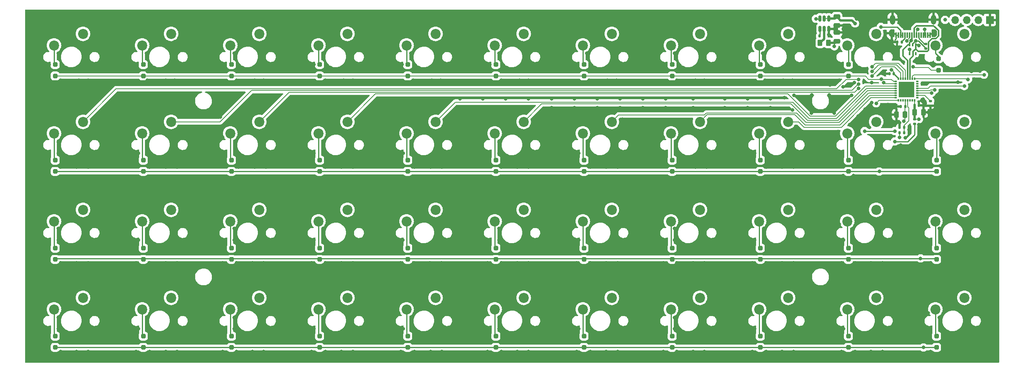
<source format=gbr>
%TF.GenerationSoftware,KiCad,Pcbnew,7.0.8*%
%TF.CreationDate,2023-10-13T02:07:57+02:00*%
%TF.ProjectId,keyboard_steamdeck,6b657962-6f61-4726-945f-737465616d64,V 1.0*%
%TF.SameCoordinates,Original*%
%TF.FileFunction,Copper,L4,Bot*%
%TF.FilePolarity,Positive*%
%FSLAX46Y46*%
G04 Gerber Fmt 4.6, Leading zero omitted, Abs format (unit mm)*
G04 Created by KiCad (PCBNEW 7.0.8) date 2023-10-13 02:07:57*
%MOMM*%
%LPD*%
G01*
G04 APERTURE LIST*
G04 Aperture macros list*
%AMRoundRect*
0 Rectangle with rounded corners*
0 $1 Rounding radius*
0 $2 $3 $4 $5 $6 $7 $8 $9 X,Y pos of 4 corners*
0 Add a 4 corners polygon primitive as box body*
4,1,4,$2,$3,$4,$5,$6,$7,$8,$9,$2,$3,0*
0 Add four circle primitives for the rounded corners*
1,1,$1+$1,$2,$3*
1,1,$1+$1,$4,$5*
1,1,$1+$1,$6,$7*
1,1,$1+$1,$8,$9*
0 Add four rect primitives between the rounded corners*
20,1,$1+$1,$2,$3,$4,$5,0*
20,1,$1+$1,$4,$5,$6,$7,0*
20,1,$1+$1,$6,$7,$8,$9,0*
20,1,$1+$1,$8,$9,$2,$3,0*%
%AMFreePoly0*
4,1,17,-0.600000,0.455000,-0.180000,0.875000,0.300000,0.875000,0.368685,0.867031,0.469541,0.822499,0.547499,0.744541,0.592031,0.643685,0.600000,0.575000,0.600000,-0.575000,0.592031,-0.643685,0.547499,-0.744541,0.469541,-0.822499,0.368685,-0.867031,0.300000,-0.875000,-0.180000,-0.875000,-0.600000,-0.455000,-0.600000,0.455000,-0.600000,0.455000,$1*%
G04 Aperture macros list end*
%TA.AperFunction,ComponentPad*%
%ADD10C,2.200000*%
%TD*%
%TA.AperFunction,SMDPad,CuDef*%
%ADD11RoundRect,0.250000X0.250000X-0.250000X0.250000X0.250000X-0.250000X0.250000X-0.250000X-0.250000X0*%
%TD*%
%TA.AperFunction,SMDPad,CuDef*%
%ADD12RoundRect,0.140000X0.140000X0.170000X-0.140000X0.170000X-0.140000X-0.170000X0.140000X-0.170000X0*%
%TD*%
%TA.AperFunction,SMDPad,CuDef*%
%ADD13R,0.300000X1.200000*%
%TD*%
%TA.AperFunction,ComponentPad*%
%ADD14FreePoly0,180.000000*%
%TD*%
%TA.AperFunction,ComponentPad*%
%ADD15O,1.200000X2.150000*%
%TD*%
%TA.AperFunction,ComponentPad*%
%ADD16FreePoly0,0.000000*%
%TD*%
%TA.AperFunction,SMDPad,CuDef*%
%ADD17RoundRect,0.150000X-0.150000X0.512500X-0.150000X-0.512500X0.150000X-0.512500X0.150000X0.512500X0*%
%TD*%
%TA.AperFunction,SMDPad,CuDef*%
%ADD18RoundRect,0.140000X-0.140000X-0.170000X0.140000X-0.170000X0.140000X0.170000X-0.140000X0.170000X0*%
%TD*%
%TA.AperFunction,SMDPad,CuDef*%
%ADD19RoundRect,0.250000X0.250000X0.475000X-0.250000X0.475000X-0.250000X-0.475000X0.250000X-0.475000X0*%
%TD*%
%TA.AperFunction,SMDPad,CuDef*%
%ADD20RoundRect,0.135000X0.185000X-0.135000X0.185000X0.135000X-0.185000X0.135000X-0.185000X-0.135000X0*%
%TD*%
%TA.AperFunction,ComponentPad*%
%ADD21R,1.700000X1.700000*%
%TD*%
%TA.AperFunction,ComponentPad*%
%ADD22O,1.700000X1.700000*%
%TD*%
%TA.AperFunction,SMDPad,CuDef*%
%ADD23RoundRect,0.250000X-0.262500X-0.450000X0.262500X-0.450000X0.262500X0.450000X-0.262500X0.450000X0*%
%TD*%
%TA.AperFunction,SMDPad,CuDef*%
%ADD24RoundRect,0.250000X-0.250000X-0.475000X0.250000X-0.475000X0.250000X0.475000X-0.250000X0.475000X0*%
%TD*%
%TA.AperFunction,SMDPad,CuDef*%
%ADD25RoundRect,0.135000X-0.135000X-0.185000X0.135000X-0.185000X0.135000X0.185000X-0.135000X0.185000X0*%
%TD*%
%TA.AperFunction,SMDPad,CuDef*%
%ADD26RoundRect,0.250000X0.475000X-0.250000X0.475000X0.250000X-0.475000X0.250000X-0.475000X-0.250000X0*%
%TD*%
%TA.AperFunction,SMDPad,CuDef*%
%ADD27RoundRect,0.135000X0.135000X0.185000X-0.135000X0.185000X-0.135000X-0.185000X0.135000X-0.185000X0*%
%TD*%
%TA.AperFunction,SMDPad,CuDef*%
%ADD28RoundRect,0.250000X-0.475000X0.250000X-0.475000X-0.250000X0.475000X-0.250000X0.475000X0.250000X0*%
%TD*%
%TA.AperFunction,SMDPad,CuDef*%
%ADD29R,0.400000X0.650000*%
%TD*%
%TA.AperFunction,SMDPad,CuDef*%
%ADD30R,0.304800X0.609600*%
%TD*%
%TA.AperFunction,SMDPad,CuDef*%
%ADD31R,0.609600X0.304800*%
%TD*%
%TA.AperFunction,SMDPad,CuDef*%
%ADD32R,3.454400X3.454400*%
%TD*%
%TA.AperFunction,ViaPad*%
%ADD33C,0.800000*%
%TD*%
%TA.AperFunction,Conductor*%
%ADD34C,0.200000*%
%TD*%
%TA.AperFunction,Conductor*%
%ADD35C,0.250000*%
%TD*%
%TA.AperFunction,Conductor*%
%ADD36C,0.300000*%
%TD*%
%TA.AperFunction,Conductor*%
%ADD37C,0.500000*%
%TD*%
G04 APERTURE END LIST*
D10*
%TO.P,B15,1,1*%
%TO.N,C4*%
X141986000Y-132080000D03*
%TO.P,B15,2,2*%
%TO.N,Net-(D27-A)*%
X135636000Y-134620000D03*
%TD*%
%TO.P,B36,1,1*%
%TO.N,C9*%
X238506000Y-151384000D03*
%TO.P,B36,2,2*%
%TO.N,Net-(D38-A)*%
X232156000Y-153924000D03*
%TD*%
%TO.P,B2,1,1*%
%TO.N,C1*%
X84074000Y-93472000D03*
%TO.P,B2,2,2*%
%TO.N,Net-(D11-A)*%
X77724000Y-96012000D03*
%TD*%
%TO.P,B40,1,1*%
%TO.N,C10*%
X257810000Y-151384000D03*
%TO.P,B40,2,2*%
%TO.N,Net-(D40-A)*%
X251460000Y-153924000D03*
%TD*%
%TO.P,B34,1,1*%
%TO.N,C9*%
X238506000Y-112776000D03*
%TO.P,B34,2,2*%
%TO.N,Net-(D4-A)*%
X232156000Y-115316000D03*
%TD*%
%TO.P,B9,1,1*%
%TO.N,C2*%
X103378000Y-132080000D03*
%TO.P,B9,2,2*%
%TO.N,Net-(D23-A)*%
X97028000Y-134620000D03*
%TD*%
%TO.P,B8,1,1*%
%TO.N,C2*%
X103378000Y-112776000D03*
%TO.P,B8,2,2*%
%TO.N,Net-(D7-A)*%
X97028000Y-115316000D03*
%TD*%
%TO.P,B18,1,1*%
%TO.N,C5*%
X161290000Y-112776000D03*
%TO.P,B18,2,2*%
%TO.N,Net-(D10-A)*%
X154940000Y-115316000D03*
%TD*%
%TO.P,B25,1,1*%
%TO.N,C7*%
X199898000Y-93472000D03*
%TO.P,B25,2,2*%
%TO.N,Net-(D17-A)*%
X193548000Y-96012000D03*
%TD*%
%TO.P,B39,1,1*%
%TO.N,C10*%
X257810000Y-132080000D03*
%TO.P,B39,2,2*%
%TO.N,Net-(D39-A)*%
X251460000Y-134620000D03*
%TD*%
%TO.P,B29,1,1*%
%TO.N,C8*%
X219202000Y-93472000D03*
%TO.P,B29,2,2*%
%TO.N,Net-(D18-A)*%
X212852000Y-96012000D03*
%TD*%
%TO.P,B5,1,1*%
%TO.N,C4*%
X141986000Y-93472000D03*
%TO.P,B5,2,2*%
%TO.N,Net-(D14-A)*%
X135636000Y-96012000D03*
%TD*%
%TO.P,B13,1,1*%
%TO.N,C3*%
X122682000Y-151384000D03*
%TO.P,B13,2,2*%
%TO.N,Net-(D26-A)*%
X116332000Y-153924000D03*
%TD*%
%TO.P,B27,1,1*%
%TO.N,C7*%
X199898000Y-132080000D03*
%TO.P,B27,2,2*%
%TO.N,Net-(D33-A)*%
X193548000Y-134620000D03*
%TD*%
%TO.P,B41,1,1*%
%TO.N,C11*%
X277114000Y-93472000D03*
%TO.P,B41,2,2*%
%TO.N,Net-(D41-A)*%
X270764000Y-96012000D03*
%TD*%
%TO.P,B26,1,1*%
%TO.N,C7*%
X199898000Y-112776000D03*
%TO.P,B26,2,2*%
%TO.N,Net-(D2-A)*%
X193548000Y-115316000D03*
%TD*%
%TO.P,B35,1,1*%
%TO.N,C9*%
X238506000Y-132080000D03*
%TO.P,B35,2,2*%
%TO.N,Net-(D37-A)*%
X232156000Y-134620000D03*
%TD*%
%TO.P,B30,1,1*%
%TO.N,C8*%
X219202000Y-112776000D03*
%TO.P,B30,2,2*%
%TO.N,Net-(D3-A)*%
X212852000Y-115316000D03*
%TD*%
%TO.P,B33,1,1*%
%TO.N,C9*%
X238506000Y-93472000D03*
%TO.P,B33,2,2*%
%TO.N,Net-(D19-A)*%
X232156000Y-96012000D03*
%TD*%
%TO.P,B23,1,1*%
%TO.N,C6*%
X180594000Y-132080000D03*
%TO.P,B23,2,2*%
%TO.N,Net-(D31-A)*%
X174244000Y-134620000D03*
%TD*%
%TO.P,B3,1,1*%
%TO.N,C2*%
X103378000Y-93472000D03*
%TO.P,B3,2,2*%
%TO.N,Net-(D12-A)*%
X97028000Y-96012000D03*
%TD*%
%TO.P,B12,1,1*%
%TO.N,C3*%
X122682000Y-132080000D03*
%TO.P,B12,2,2*%
%TO.N,Net-(D25-A)*%
X116332000Y-134620000D03*
%TD*%
%TO.P,B10,1,1*%
%TO.N,C2*%
X103378000Y-151384000D03*
%TO.P,B10,2,2*%
%TO.N,Net-(D24-A)*%
X97028000Y-153924000D03*
%TD*%
%TO.P,B17,1,1*%
%TO.N,C5*%
X161290000Y-93472000D03*
%TO.P,B17,2,2*%
%TO.N,Net-(D15-A)*%
X154940000Y-96012000D03*
%TD*%
%TO.P,B44,1,1*%
%TO.N,C11*%
X277114000Y-151384000D03*
%TO.P,B44,2,2*%
%TO.N,Net-(D44-A)*%
X270764000Y-153924000D03*
%TD*%
%TO.P,B16,1,1*%
%TO.N,C4*%
X141986000Y-151384000D03*
%TO.P,B16,2,2*%
%TO.N,Net-(D28-A)*%
X135636000Y-153924000D03*
%TD*%
%TO.P,B7,1,1*%
%TO.N,C1*%
X84074000Y-151384000D03*
%TO.P,B7,2,2*%
%TO.N,Net-(D22-A)*%
X77724000Y-153924000D03*
%TD*%
%TO.P,B28,1,1*%
%TO.N,C7*%
X199898000Y-151384000D03*
%TO.P,B28,2,2*%
%TO.N,Net-(D34-A)*%
X193548000Y-153924000D03*
%TD*%
%TO.P,B21,1,1*%
%TO.N,C6*%
X180594000Y-93472000D03*
%TO.P,B21,2,2*%
%TO.N,Net-(D16-A)*%
X174244000Y-96012000D03*
%TD*%
%TO.P,B6,1,1*%
%TO.N,C1*%
X84074000Y-132080000D03*
%TO.P,B6,2,2*%
%TO.N,Net-(D21-A)*%
X77724000Y-134620000D03*
%TD*%
%TO.P,B14,1,1*%
%TO.N,C4*%
X141986000Y-112776000D03*
%TO.P,B14,2,2*%
%TO.N,Net-(D9-A)*%
X135636000Y-115316000D03*
%TD*%
%TO.P,B38,1,1*%
%TO.N,C10*%
X257810000Y-112776000D03*
%TO.P,B38,2,2*%
%TO.N,Net-(D5-A)*%
X251460000Y-115316000D03*
%TD*%
%TO.P,B1,1,1*%
%TO.N,C1*%
X84074000Y-112776000D03*
%TO.P,B1,2,2*%
%TO.N,Net-(D6-A)*%
X77724000Y-115316000D03*
%TD*%
%TO.P,B20,1,1*%
%TO.N,C5*%
X161290000Y-151384000D03*
%TO.P,B20,2,2*%
%TO.N,Net-(D30-A)*%
X154940000Y-153924000D03*
%TD*%
%TO.P,B32,1,1*%
%TO.N,C8*%
X219202000Y-151384000D03*
%TO.P,B32,2,2*%
%TO.N,Net-(D36-A)*%
X212852000Y-153924000D03*
%TD*%
%TO.P,B11,1,1*%
%TO.N,C3*%
X122682000Y-112776000D03*
%TO.P,B11,2,2*%
%TO.N,Net-(D8-A)*%
X116332000Y-115316000D03*
%TD*%
%TO.P,B37,1,1*%
%TO.N,C10*%
X257810000Y-93472000D03*
%TO.P,B37,2,2*%
%TO.N,Net-(D20-A)*%
X251460000Y-96012000D03*
%TD*%
%TO.P,B4,1,1*%
%TO.N,C3*%
X122682000Y-93472000D03*
%TO.P,B4,2,2*%
%TO.N,Net-(D13-A)*%
X116332000Y-96012000D03*
%TD*%
%TO.P,B43,1,1*%
%TO.N,C11*%
X277114000Y-132080000D03*
%TO.P,B43,2,2*%
%TO.N,Net-(D43-A)*%
X270764000Y-134620000D03*
%TD*%
%TO.P,B22,1,1*%
%TO.N,C6*%
X180594000Y-112776000D03*
%TO.P,B22,2,2*%
%TO.N,Net-(D1-A)*%
X174244000Y-115316000D03*
%TD*%
%TO.P,B19,1,1*%
%TO.N,C5*%
X161290000Y-132080000D03*
%TO.P,B19,2,2*%
%TO.N,Net-(D29-A)*%
X154940000Y-134620000D03*
%TD*%
%TO.P,B42,1,1*%
%TO.N,C11*%
X277114000Y-112776000D03*
%TO.P,B42,2,2*%
%TO.N,Net-(D42-A)*%
X270764000Y-115316000D03*
%TD*%
%TO.P,B24,1,1*%
%TO.N,C6*%
X180594000Y-151384000D03*
%TO.P,B24,2,2*%
%TO.N,Net-(D32-A)*%
X174244000Y-153924000D03*
%TD*%
%TO.P,B31,1,1*%
%TO.N,C8*%
X219202000Y-132080000D03*
%TO.P,B31,2,2*%
%TO.N,Net-(D35-A)*%
X212852000Y-134620000D03*
%TD*%
D11*
%TO.P,D7,1,K*%
%TO.N,L2*%
X97282000Y-123678000D03*
%TO.P,D7,2,A*%
%TO.N,Net-(D7-A)*%
X97282000Y-121178000D03*
%TD*%
D12*
%TO.P,C2,1*%
%TO.N,GND*%
X267170000Y-109208000D03*
%TO.P,C2,2*%
%TO.N,+3.3V*%
X266210000Y-109208000D03*
%TD*%
D13*
%TO.P,J3,A1,GND*%
%TO.N,GND*%
X262140000Y-93743000D03*
%TO.P,J3,A4,VBUS*%
%TO.N,VBUS*%
X263140000Y-93743000D03*
%TO.P,J3,A5,CC1*%
%TO.N,Net-(J3-CC1)*%
X264140000Y-93743000D03*
%TO.P,J3,A6,D+*%
%TO.N,D+*%
X265140000Y-93743000D03*
%TO.P,J3,A7,D-*%
%TO.N,D-*%
X266640000Y-93743000D03*
%TO.P,J3,A8,SBU1*%
%TO.N,unconnected-(J3-SBU1-PadA8)*%
X267640000Y-93743000D03*
%TO.P,J3,A9,VBUS*%
%TO.N,VBUS*%
X268640000Y-93743000D03*
%TO.P,J3,A12,GND*%
%TO.N,GND*%
X269640000Y-93743000D03*
%TO.P,J3,B1,GND*%
X269140000Y-93743000D03*
%TO.P,J3,B4,VBUS*%
%TO.N,VBUS*%
X268140000Y-93743000D03*
%TO.P,J3,B5,CC2*%
%TO.N,Net-(J3-CC2)*%
X267140000Y-93743000D03*
%TO.P,J3,B6,D+*%
%TO.N,D+*%
X266140000Y-93743000D03*
%TO.P,J3,B7,D-*%
%TO.N,D-*%
X265640000Y-93743000D03*
%TO.P,J3,B8,SBU2*%
%TO.N,unconnected-(J3-SBU2-PadB8)*%
X264640000Y-93743000D03*
%TO.P,J3,B9,VBUS*%
%TO.N,VBUS*%
X263640000Y-93743000D03*
%TO.P,J3,B12,GND*%
%TO.N,GND*%
X262640000Y-93743000D03*
D14*
%TO.P,J3,S1,SHIELD*%
X270560000Y-93343000D03*
D15*
X270410000Y-90343000D03*
D16*
X261220000Y-93343000D03*
D15*
X261370000Y-90343000D03*
%TD*%
D11*
%TO.P,D11,1,K*%
%TO.N,L1*%
X77978000Y-102708000D03*
%TO.P,D11,2,A*%
%TO.N,Net-(D11-A)*%
X77978000Y-100208000D03*
%TD*%
%TO.P,D34,1,K*%
%TO.N,L4*%
X193802000Y-162286000D03*
%TO.P,D34,2,A*%
%TO.N,Net-(D34-A)*%
X193802000Y-159786000D03*
%TD*%
D17*
%TO.P,U2,1,FB*%
%TO.N,3V3N*%
X245508000Y-90133000D03*
%TO.P,U2,2,EN*%
%TO.N,VBUS*%
X246458000Y-90133000D03*
%TO.P,U2,3,IN*%
X247408000Y-90133000D03*
%TO.P,U2,4,GND*%
%TO.N,GND*%
X247408000Y-92408000D03*
%TO.P,U2,5,SW*%
%TO.N,Net-(U2-SW)*%
X246458000Y-92408000D03*
%TO.P,U2,6,BST*%
%TO.N,Net-(U2-BST)*%
X245508000Y-92408000D03*
%TD*%
D12*
%TO.P,C10,1*%
%TO.N,Net-(U2-SW)*%
X246400000Y-93958000D03*
%TO.P,C10,2*%
%TO.N,Net-(U2-BST)*%
X245440000Y-93958000D03*
%TD*%
D11*
%TO.P,D10,1,K*%
%TO.N,L2*%
X155194000Y-123678000D03*
%TO.P,D10,2,A*%
%TO.N,Net-(D10-A)*%
X155194000Y-121178000D03*
%TD*%
%TO.P,D31,1,K*%
%TO.N,L3*%
X174498000Y-142982000D03*
%TO.P,D31,2,A*%
%TO.N,Net-(D31-A)*%
X174498000Y-140482000D03*
%TD*%
D18*
%TO.P,C3,1*%
%TO.N,GND*%
X260710000Y-102208000D03*
%TO.P,C3,2*%
%TO.N,+3.3V*%
X261670000Y-102208000D03*
%TD*%
D11*
%TO.P,D24,1,K*%
%TO.N,L4*%
X97282000Y-162286000D03*
%TO.P,D24,2,A*%
%TO.N,Net-(D24-A)*%
X97282000Y-159786000D03*
%TD*%
%TO.P,D4,1,K*%
%TO.N,L2*%
X232410000Y-123678000D03*
%TO.P,D4,2,A*%
%TO.N,Net-(D4-A)*%
X232410000Y-121178000D03*
%TD*%
%TO.P,D36,1,K*%
%TO.N,L4*%
X213106000Y-162286000D03*
%TO.P,D36,2,A*%
%TO.N,Net-(D36-A)*%
X213106000Y-159786000D03*
%TD*%
D19*
%TO.P,C4,1*%
%TO.N,GND*%
X268140000Y-110708000D03*
%TO.P,C4,2*%
%TO.N,+3.3V*%
X266240000Y-110708000D03*
%TD*%
D11*
%TO.P,D35,1,K*%
%TO.N,L3*%
X213106000Y-142982000D03*
%TO.P,D35,2,A*%
%TO.N,Net-(D35-A)*%
X213106000Y-140482000D03*
%TD*%
%TO.P,D44,1,K*%
%TO.N,L4*%
X271018000Y-162286000D03*
%TO.P,D44,2,A*%
%TO.N,Net-(D44-A)*%
X271018000Y-159786000D03*
%TD*%
%TO.P,D1,1,K*%
%TO.N,L2*%
X174498000Y-123678000D03*
%TO.P,D1,2,A*%
%TO.N,Net-(D1-A)*%
X174498000Y-121178000D03*
%TD*%
%TO.P,D37,1,K*%
%TO.N,L3*%
X232410000Y-142982000D03*
%TO.P,D37,2,A*%
%TO.N,Net-(D37-A)*%
X232410000Y-140482000D03*
%TD*%
%TO.P,D22,1,K*%
%TO.N,L4*%
X77978000Y-162286000D03*
%TO.P,D22,2,A*%
%TO.N,Net-(D22-A)*%
X77978000Y-159786000D03*
%TD*%
%TO.P,D42,1,K*%
%TO.N,L2*%
X271018000Y-123678000D03*
%TO.P,D42,2,A*%
%TO.N,Net-(D42-A)*%
X271018000Y-121178000D03*
%TD*%
%TO.P,D6,1,K*%
%TO.N,L2*%
X77978000Y-123678000D03*
%TO.P,D6,2,A*%
%TO.N,Net-(D6-A)*%
X77978000Y-121178000D03*
%TD*%
D20*
%TO.P,FB1,1*%
%TO.N,3V3N*%
X266190000Y-113228000D03*
%TO.P,FB1,2*%
%TO.N,+3.3V*%
X266190000Y-112208000D03*
%TD*%
D11*
%TO.P,D20,1,K*%
%TO.N,L1*%
X251714000Y-102708000D03*
%TO.P,D20,2,A*%
%TO.N,Net-(D20-A)*%
X251714000Y-100208000D03*
%TD*%
%TO.P,D16,1,K*%
%TO.N,L1*%
X174498000Y-102708000D03*
%TO.P,D16,2,A*%
%TO.N,Net-(D16-A)*%
X174498000Y-100208000D03*
%TD*%
%TO.P,D9,1,K*%
%TO.N,L2*%
X135890000Y-123678000D03*
%TO.P,D9,2,A*%
%TO.N,Net-(D9-A)*%
X135890000Y-121178000D03*
%TD*%
%TO.P,D40,1,K*%
%TO.N,L4*%
X251714000Y-162286000D03*
%TO.P,D40,2,A*%
%TO.N,Net-(D40-A)*%
X251714000Y-159786000D03*
%TD*%
%TO.P,D41,1,K*%
%TO.N,L1*%
X271440000Y-101458000D03*
%TO.P,D41,2,A*%
%TO.N,Net-(D41-A)*%
X271440000Y-98958000D03*
%TD*%
%TO.P,D19,1,K*%
%TO.N,L1*%
X232440000Y-102708000D03*
%TO.P,D19,2,A*%
%TO.N,Net-(D19-A)*%
X232440000Y-100208000D03*
%TD*%
%TO.P,D30,1,K*%
%TO.N,L4*%
X155194000Y-162286000D03*
%TO.P,D30,2,A*%
%TO.N,Net-(D30-A)*%
X155194000Y-159786000D03*
%TD*%
%TO.P,D29,1,K*%
%TO.N,L3*%
X155194000Y-142982000D03*
%TO.P,D29,2,A*%
%TO.N,Net-(D29-A)*%
X155194000Y-140482000D03*
%TD*%
%TO.P,D5,1,K*%
%TO.N,L2*%
X251714000Y-123678000D03*
%TO.P,D5,2,A*%
%TO.N,Net-(D5-A)*%
X251714000Y-121178000D03*
%TD*%
%TO.P,D3,1,K*%
%TO.N,L2*%
X213106000Y-123678000D03*
%TO.P,D3,2,A*%
%TO.N,Net-(D3-A)*%
X213106000Y-121178000D03*
%TD*%
%TO.P,D32,1,K*%
%TO.N,L4*%
X174498000Y-162286000D03*
%TO.P,D32,2,A*%
%TO.N,Net-(D32-A)*%
X174498000Y-159786000D03*
%TD*%
%TO.P,D43,1,K*%
%TO.N,L3*%
X271018000Y-142982000D03*
%TO.P,D43,2,A*%
%TO.N,Net-(D43-A)*%
X271018000Y-140482000D03*
%TD*%
%TO.P,D17,1,K*%
%TO.N,L1*%
X193802000Y-102708000D03*
%TO.P,D17,2,A*%
%TO.N,Net-(D17-A)*%
X193802000Y-100208000D03*
%TD*%
D21*
%TO.P,J2,1,Pin_1*%
%TO.N,GND*%
X282702000Y-90424000D03*
D22*
%TO.P,J2,2,Pin_2*%
%TO.N,SWDIO*%
X280162000Y-90424000D03*
%TO.P,J2,3,Pin_3*%
%TO.N,SWCLK*%
X277622000Y-90424000D03*
%TO.P,J2,4,Pin_4*%
%TO.N,+3.3V*%
X275082000Y-90424000D03*
%TD*%
D11*
%TO.P,D13,1,K*%
%TO.N,L1*%
X116586000Y-102708000D03*
%TO.P,D13,2,A*%
%TO.N,Net-(D13-A)*%
X116586000Y-100208000D03*
%TD*%
%TO.P,D26,1,K*%
%TO.N,L4*%
X116586000Y-162286000D03*
%TO.P,D26,2,A*%
%TO.N,Net-(D26-A)*%
X116586000Y-159786000D03*
%TD*%
%TO.P,D8,1,K*%
%TO.N,L2*%
X116586000Y-123678000D03*
%TO.P,D8,2,A*%
%TO.N,Net-(D8-A)*%
X116586000Y-121178000D03*
%TD*%
D23*
%TO.P,L2,1,1*%
%TO.N,Net-(U2-SW)*%
X245527500Y-95458000D03*
%TO.P,L2,2,2*%
%TO.N,3V3N*%
X247352500Y-95458000D03*
%TD*%
D11*
%TO.P,D23,1,K*%
%TO.N,L3*%
X97282000Y-142982000D03*
%TO.P,D23,2,A*%
%TO.N,Net-(D23-A)*%
X97282000Y-140482000D03*
%TD*%
D20*
%TO.P,R6,1*%
%TO.N,GND*%
X268690000Y-96708000D03*
%TO.P,R6,2*%
%TO.N,Net-(J3-CC2)*%
X268690000Y-95688000D03*
%TD*%
D24*
%TO.P,C5,1*%
%TO.N,GND*%
X262240000Y-111208000D03*
%TO.P,C5,2*%
%TO.N,+3.3V*%
X264140000Y-111208000D03*
%TD*%
D11*
%TO.P,D27,1,K*%
%TO.N,L3*%
X135890000Y-142982000D03*
%TO.P,D27,2,A*%
%TO.N,Net-(D27-A)*%
X135890000Y-140482000D03*
%TD*%
%TO.P,D33,1,K*%
%TO.N,L3*%
X193802000Y-142982000D03*
%TO.P,D33,2,A*%
%TO.N,Net-(D33-A)*%
X193802000Y-140482000D03*
%TD*%
D25*
%TO.P,R3,1*%
%TO.N,GND*%
X262378000Y-95250000D03*
%TO.P,R3,2*%
%TO.N,Net-(J3-CC1)*%
X263398000Y-95250000D03*
%TD*%
D20*
%TO.P,R2,1*%
%TO.N,GND*%
X269690000Y-109228000D03*
%TO.P,R2,2*%
%TO.N,BOOT0*%
X269690000Y-108208000D03*
%TD*%
D11*
%TO.P,D21,1,K*%
%TO.N,L3*%
X77978000Y-142982000D03*
%TO.P,D21,2,A*%
%TO.N,Net-(D21-A)*%
X77978000Y-140482000D03*
%TD*%
D26*
%TO.P,C9,1*%
%TO.N,3V3N*%
X249190000Y-95108000D03*
%TO.P,C9,2*%
%TO.N,GND*%
X249190000Y-93208000D03*
%TD*%
D11*
%TO.P,D15,1,K*%
%TO.N,L1*%
X155194000Y-102708000D03*
%TO.P,D15,2,A*%
%TO.N,Net-(D15-A)*%
X155194000Y-100208000D03*
%TD*%
D27*
%TO.P,R1,1*%
%TO.N,NRST*%
X263950000Y-115208000D03*
%TO.P,R1,2*%
%TO.N,+3.3V*%
X262930000Y-115208000D03*
%TD*%
D18*
%TO.P,C1,1*%
%TO.N,GND*%
X263210000Y-109458000D03*
%TO.P,C1,2*%
%TO.N,+3.3V*%
X264170000Y-109458000D03*
%TD*%
D28*
%TO.P,C8,1*%
%TO.N,VBUS*%
X249190000Y-89708000D03*
%TO.P,C8,2*%
%TO.N,GND*%
X249190000Y-91608000D03*
%TD*%
D11*
%TO.P,D2,1,K*%
%TO.N,L2*%
X193802000Y-123678000D03*
%TO.P,D2,2,A*%
%TO.N,Net-(D2-A)*%
X193802000Y-121178000D03*
%TD*%
%TO.P,D12,1,K*%
%TO.N,L1*%
X97282000Y-102708000D03*
%TO.P,D12,2,A*%
%TO.N,Net-(D12-A)*%
X97282000Y-100208000D03*
%TD*%
%TO.P,D25,1,K*%
%TO.N,L3*%
X116586000Y-142982000D03*
%TO.P,D25,2,A*%
%TO.N,Net-(D25-A)*%
X116586000Y-140482000D03*
%TD*%
%TO.P,D38,1,K*%
%TO.N,L4*%
X232410000Y-162286000D03*
%TO.P,D38,2,A*%
%TO.N,Net-(D38-A)*%
X232410000Y-159786000D03*
%TD*%
%TO.P,D28,1,K*%
%TO.N,L4*%
X135890000Y-162286000D03*
%TO.P,D28,2,A*%
%TO.N,Net-(D28-A)*%
X135890000Y-159786000D03*
%TD*%
D18*
%TO.P,C6,1*%
%TO.N,GND*%
X262960000Y-113958000D03*
%TO.P,C6,2*%
%TO.N,NRST*%
X263920000Y-113958000D03*
%TD*%
D29*
%TO.P,D46,1,K1*%
%TO.N,D-*%
X265146000Y-95890000D03*
%TO.P,D46,2,A*%
%TO.N,GND*%
X265796000Y-95890000D03*
%TO.P,D46,3,K2*%
%TO.N,D+*%
X266446000Y-95890000D03*
%TO.P,D46,4,K3*%
%TO.N,unconnected-(D46-K3-Pad4)*%
X266446000Y-97790000D03*
%TO.P,D46,5,K4*%
%TO.N,VBUS*%
X265146000Y-97790000D03*
%TD*%
D11*
%TO.P,D39,1,K*%
%TO.N,L3*%
X251714000Y-142982000D03*
%TO.P,D39,2,A*%
%TO.N,Net-(D39-A)*%
X251714000Y-140482000D03*
%TD*%
%TO.P,D14,1,K*%
%TO.N,L1*%
X135890000Y-102708000D03*
%TO.P,D14,2,A*%
%TO.N,Net-(D14-A)*%
X135890000Y-100208000D03*
%TD*%
%TO.P,D18,1,K*%
%TO.N,L1*%
X213106000Y-102708000D03*
%TO.P,D18,2,A*%
%TO.N,Net-(D18-A)*%
X213106000Y-100208000D03*
%TD*%
D30*
%TO.P,IC1,1,VDD_1*%
%TO.N,+3.3V*%
X266190126Y-108058000D03*
%TO.P,IC1,2,PC14-OSC32_IN*%
%TO.N,unconnected-(IC1-PC14-OSC32_IN-Pad2)*%
X265690000Y-108058000D03*
%TO.P,IC1,3,PC15-OSC32_OUT*%
%TO.N,unconnected-(IC1-PC15-OSC32_OUT-Pad3)*%
X265189874Y-108058000D03*
%TO.P,IC1,4,NRST*%
%TO.N,NRST*%
X264689748Y-108058000D03*
%TO.P,IC1,5,VDDA*%
%TO.N,+3.3V*%
X264189622Y-108058000D03*
%TO.P,IC1,6,PA0*%
%TO.N,unconnected-(IC1-PA0-Pad6)*%
X263689496Y-108058000D03*
%TO.P,IC1,7,PA1*%
%TO.N,unconnected-(IC1-PA1-Pad7)*%
X263189370Y-108058000D03*
%TO.P,IC1,8,PA2*%
%TO.N,C10*%
X262689244Y-108058000D03*
D31*
%TO.P,IC1,9,PA3*%
%TO.N,C9*%
X262089685Y-107458441D03*
%TO.P,IC1,10,PA4*%
%TO.N,C8*%
X262089685Y-106958315D03*
%TO.P,IC1,11,PA5*%
%TO.N,C7*%
X262089685Y-106458189D03*
%TO.P,IC1,12,PA6*%
%TO.N,C6*%
X262089685Y-105958063D03*
%TO.P,IC1,13,PA7*%
%TO.N,C5*%
X262089685Y-105457937D03*
%TO.P,IC1,14,PB0*%
%TO.N,C4*%
X262089685Y-104957811D03*
%TO.P,IC1,15,PB1*%
%TO.N,L2*%
X262089685Y-104457685D03*
%TO.P,IC1,16,PB2*%
%TO.N,L1*%
X262089685Y-103957559D03*
D30*
%TO.P,IC1,17,VDD_2*%
%TO.N,+3.3V*%
X262689244Y-103358000D03*
%TO.P,IC1,18,PA8*%
%TO.N,C3*%
X263189370Y-103358000D03*
%TO.P,IC1,19,PA9*%
%TO.N,C2*%
X263689496Y-103358000D03*
%TO.P,IC1,20,PA10*%
%TO.N,C1*%
X264189622Y-103358000D03*
%TO.P,IC1,21,PA11*%
%TO.N,D-*%
X264689748Y-103358000D03*
%TO.P,IC1,22,PA12*%
%TO.N,D+*%
X265189874Y-103358000D03*
%TO.P,IC1,23,PA13*%
%TO.N,SWDIO*%
X265690000Y-103358000D03*
%TO.P,IC1,24,PA14*%
%TO.N,SWCLK*%
X266190126Y-103358000D03*
D31*
%TO.P,IC1,25,PA15*%
%TO.N,unconnected-(IC1-PA15-Pad25)*%
X266789685Y-103957559D03*
%TO.P,IC1,26,PB3*%
%TO.N,unconnected-(IC1-PB3-Pad26)*%
X266789685Y-104457685D03*
%TO.P,IC1,27,PB4*%
%TO.N,unconnected-(IC1-PB4-Pad27)*%
X266789685Y-104957811D03*
%TO.P,IC1,28,PB5*%
%TO.N,C11*%
X266789685Y-105457937D03*
%TO.P,IC1,29,PB6*%
%TO.N,L4*%
X266789685Y-105958063D03*
%TO.P,IC1,30,PB7*%
%TO.N,L3*%
X266789685Y-106458189D03*
%TO.P,IC1,31,BOOT0*%
%TO.N,BOOT0*%
X266789685Y-106958315D03*
%TO.P,IC1,32,PB8*%
%TO.N,unconnected-(IC1-PB8-Pad32)*%
X266789685Y-107458441D03*
D32*
%TO.P,IC1,33,VSS*%
%TO.N,GND*%
X264439685Y-105708000D03*
%TD*%
D33*
%TO.N,C10*%
X257810000Y-108708000D03*
%TO.N,C1*%
X256940000Y-100708000D03*
X253940000Y-103458000D03*
%TO.N,C2*%
X253940000Y-104508497D03*
X256940000Y-101708000D03*
%TO.N,C3*%
X256940000Y-102708000D03*
X253940000Y-105458000D03*
%TO.N,C11*%
X277114000Y-104958000D03*
%TO.N,+3.3V*%
X272890000Y-90408000D03*
X262940000Y-116208000D03*
X267190000Y-112208000D03*
X263896114Y-112664114D03*
X261190353Y-101357500D03*
%TO.N,L1*%
X258913311Y-103417966D03*
X265889374Y-100708000D03*
%TO.N,L2*%
X259440000Y-104208000D03*
X258484500Y-123678000D03*
%TO.N,L3*%
X269940000Y-106458000D03*
X267537000Y-142748000D03*
%TO.N,L4*%
X270611400Y-105786600D03*
X268190000Y-162286000D03*
%TO.N,GND*%
X121190000Y-141708000D03*
X98190000Y-103708000D03*
X156690000Y-124708000D03*
X233690000Y-143708000D03*
X186690000Y-107708000D03*
X186690000Y-109708000D03*
X250698000Y-93218000D03*
X217690000Y-143708000D03*
X237190000Y-163208000D03*
X272090000Y-97508000D03*
X229690000Y-109708000D03*
X269186718Y-135692322D03*
X249690000Y-100008000D03*
X121190000Y-143708000D03*
X179190000Y-141708000D03*
X101690000Y-107708000D03*
X123690000Y-101708000D03*
X137190000Y-122708000D03*
X133690000Y-154708000D03*
X121190000Y-153708000D03*
X133690000Y-135208000D03*
X104190000Y-103708000D03*
X194690000Y-155708000D03*
X123690000Y-161208000D03*
X231190000Y-158208000D03*
X179190000Y-153708000D03*
X195190000Y-161208000D03*
X76690000Y-119708000D03*
X239690000Y-122708000D03*
X252890000Y-124608000D03*
X229690000Y-150208000D03*
X117190000Y-97708000D03*
X121190000Y-161208000D03*
X117190000Y-155708000D03*
X192190000Y-143708000D03*
X249490000Y-114908000D03*
X256690000Y-143708000D03*
X220190000Y-95208000D03*
X115290000Y-119408000D03*
X249690000Y-97108000D03*
X243390000Y-92608000D03*
X237190000Y-153708000D03*
X194690000Y-119708000D03*
X143190000Y-163208000D03*
X211690000Y-109708000D03*
X117690000Y-119708000D03*
X82690000Y-159208000D03*
X198690000Y-161208000D03*
X194690000Y-117208000D03*
X160440000Y-96208000D03*
X269190000Y-110708000D03*
X181690000Y-95208000D03*
X278190000Y-124708000D03*
X155940000Y-97708000D03*
X230690000Y-163208000D03*
X78690000Y-158208000D03*
X194690000Y-158208000D03*
X272190000Y-158208000D03*
X160190000Y-153708000D03*
X230190000Y-116208000D03*
X214190000Y-161208000D03*
X192190000Y-124708000D03*
X240690000Y-150708000D03*
X214690000Y-124708000D03*
X201690000Y-107708000D03*
X279690000Y-150708000D03*
X213890000Y-119908000D03*
X175690000Y-163208000D03*
X179190000Y-163208000D03*
X213690000Y-97708000D03*
X191690000Y-109708000D03*
X191190000Y-130708000D03*
X252440000Y-106958000D03*
X239790000Y-106958000D03*
X259190000Y-141708000D03*
X153690000Y-107708000D03*
X194690000Y-136208000D03*
X156590000Y-141708000D03*
X179190000Y-134208000D03*
X236540000Y-112208000D03*
X202190000Y-150708000D03*
X140690000Y-163208000D03*
X162690000Y-124708000D03*
X156090000Y-138708000D03*
X250190000Y-143708000D03*
X153690000Y-124708000D03*
X201190000Y-163208000D03*
X201690000Y-109708000D03*
X85190000Y-95208000D03*
X179190000Y-115208000D03*
X124690000Y-131208000D03*
X237440000Y-101708000D03*
X267190000Y-113408000D03*
X259190000Y-161208000D03*
X237190000Y-159208000D03*
X82690000Y-163208000D03*
X173190000Y-138708000D03*
X233190000Y-155708000D03*
X154190000Y-158208000D03*
X198690000Y-153708000D03*
X156690000Y-161208000D03*
X276190000Y-143708000D03*
X195190000Y-141708000D03*
X104190000Y-95208000D03*
X79190000Y-122708000D03*
X153590000Y-143708000D03*
X78690000Y-138708000D03*
X234690000Y-107708000D03*
X198690000Y-134208000D03*
X260390000Y-113758000D03*
X118190000Y-124708000D03*
X98690000Y-161208000D03*
X137190000Y-103708000D03*
X121690000Y-122708000D03*
X162690000Y-122708000D03*
X162590000Y-141708000D03*
X114190000Y-154708000D03*
X252790000Y-97608000D03*
X194940000Y-103708000D03*
X198690000Y-159208000D03*
X221190000Y-131208000D03*
X213690000Y-158208000D03*
X237190000Y-122708000D03*
X172690000Y-124708000D03*
X83190000Y-101708000D03*
X250690000Y-158208000D03*
X239690000Y-161208000D03*
X176690000Y-107708000D03*
X239690000Y-163208000D03*
X171690000Y-107708000D03*
X153690000Y-163208000D03*
X114690000Y-107708000D03*
X195190000Y-124708000D03*
X266890000Y-116308000D03*
X211190000Y-143708000D03*
X152690000Y-150208000D03*
X181690000Y-107708000D03*
X195190000Y-122708000D03*
X237690000Y-107508000D03*
X233690000Y-163208000D03*
X201190000Y-122708000D03*
X234690000Y-112208000D03*
X123690000Y-95208000D03*
X85190000Y-122708000D03*
X133690000Y-96708000D03*
X102190000Y-159208000D03*
X143690000Y-107708000D03*
X113690000Y-130708000D03*
X179190000Y-124708000D03*
X134190000Y-163208000D03*
X275690000Y-104108000D03*
X153190000Y-116208000D03*
X239440000Y-110158000D03*
X269190000Y-150208000D03*
X211790000Y-119408000D03*
X263440000Y-104708000D03*
X243390000Y-89308000D03*
X221690000Y-112208000D03*
X260190000Y-150708000D03*
X231190000Y-119708000D03*
X233690000Y-161208000D03*
X105690000Y-131208000D03*
X261890000Y-98908000D03*
X124190000Y-124708000D03*
X191190000Y-150208000D03*
X237440000Y-115558000D03*
X102190000Y-163208000D03*
X182690000Y-131208000D03*
X114690000Y-116208000D03*
X96190000Y-119708000D03*
X271990000Y-120108000D03*
X253190000Y-141708000D03*
X191690000Y-107708000D03*
X198690000Y-120708000D03*
X247490000Y-106908000D03*
X252490000Y-119808000D03*
X256690000Y-139708000D03*
X239440000Y-101708000D03*
X156090000Y-136208000D03*
X250557712Y-105075712D03*
X271690000Y-155708000D03*
X220190000Y-161208000D03*
X104690000Y-163208000D03*
X156590000Y-143708000D03*
X133190000Y-111708000D03*
X198690000Y-143708000D03*
X282490000Y-92208000D03*
X269690000Y-143708000D03*
X220190000Y-163208000D03*
X86690000Y-107708000D03*
X82690000Y-134208000D03*
X98190000Y-101708000D03*
X239690000Y-143708000D03*
X251990000Y-113408000D03*
X156190000Y-158208000D03*
X86190000Y-150708000D03*
X172190000Y-116208000D03*
X214290000Y-122608000D03*
X143190000Y-95208000D03*
X278640000Y-101708000D03*
X102190000Y-161208000D03*
X181690000Y-141708000D03*
X252690000Y-155708000D03*
X115190000Y-158208000D03*
X268090000Y-107808000D03*
X125690000Y-107708000D03*
X78690000Y-136208000D03*
X229690000Y-107708000D03*
X256690000Y-96208000D03*
X270090000Y-100208000D03*
X232940000Y-97708000D03*
X121190000Y-139708000D03*
X140690000Y-141708000D03*
X266446000Y-94996000D03*
X195190000Y-163208000D03*
X125190000Y-112208000D03*
X233190000Y-158208000D03*
X102190000Y-124708000D03*
X143190000Y-143708000D03*
X117690000Y-163208000D03*
X137190000Y-163208000D03*
X237190000Y-124708000D03*
X233690000Y-122708000D03*
X247590000Y-101608000D03*
X79190000Y-124708000D03*
X206690000Y-112708000D03*
X175190000Y-117208000D03*
X272990000Y-101308000D03*
X210690000Y-135208000D03*
X275690000Y-124708000D03*
X98190000Y-158208000D03*
X121690000Y-96208000D03*
X96190000Y-158208000D03*
X133190000Y-150208000D03*
X256690000Y-163208000D03*
X136690000Y-138708000D03*
X95690000Y-143708000D03*
X104690000Y-143708000D03*
X256790000Y-104208000D03*
X123690000Y-143708000D03*
X162590000Y-143708000D03*
X267890000Y-98408000D03*
X114690000Y-163208000D03*
X104690000Y-161208000D03*
X95190000Y-116208000D03*
X211690000Y-112708000D03*
X115190000Y-100208000D03*
X175190000Y-136208000D03*
X98190000Y-117208000D03*
X230190000Y-154708000D03*
X269690000Y-158208000D03*
X124690000Y-150708000D03*
X133690000Y-107708000D03*
X104690000Y-122708000D03*
X134690000Y-100208000D03*
X143190000Y-124708000D03*
X137190000Y-161208000D03*
X237440000Y-109808000D03*
X191190000Y-111708000D03*
X104690000Y-124708000D03*
X278190000Y-122708000D03*
X252690000Y-158208000D03*
X172190000Y-96708000D03*
X105690000Y-150708000D03*
X249690000Y-101708000D03*
X221190000Y-150708000D03*
X79190000Y-161208000D03*
X214190000Y-141708000D03*
X160440000Y-103708000D03*
X230690000Y-143708000D03*
X213690000Y-138708000D03*
X123690000Y-141708000D03*
X201190000Y-143708000D03*
X75690000Y-116208000D03*
X143190000Y-122708000D03*
X275690000Y-120708000D03*
X156440000Y-101708000D03*
X175690000Y-122708000D03*
X224690000Y-112208000D03*
X252690000Y-136208000D03*
X229690000Y-112208000D03*
X137190000Y-124708000D03*
X249690000Y-116408000D03*
X269190000Y-154708000D03*
X118190000Y-122708000D03*
X218190000Y-122708000D03*
X114690000Y-143708000D03*
X137190000Y-141708000D03*
X76190000Y-124708000D03*
X98690000Y-122708000D03*
X243595516Y-110850984D03*
X265440000Y-106708000D03*
X233440000Y-103708000D03*
X152940000Y-96708000D03*
X201190000Y-161208000D03*
X98190000Y-155708000D03*
X121190000Y-163208000D03*
X136690000Y-119708000D03*
X76190000Y-163208000D03*
X117190000Y-158208000D03*
X181690000Y-103708000D03*
X230190000Y-135208000D03*
X217690000Y-141708000D03*
X243390000Y-95908000D03*
X210690000Y-96708000D03*
X256690000Y-120208000D03*
X233690000Y-124708000D03*
X229690000Y-130708000D03*
X224690000Y-109708000D03*
X175690000Y-141708000D03*
X275690000Y-122708000D03*
X217690000Y-161208000D03*
X121690000Y-103708000D03*
X143190000Y-103708000D03*
X166690000Y-109708000D03*
X79190000Y-163208000D03*
X175690000Y-101708000D03*
X247690000Y-104658000D03*
X136690000Y-155708000D03*
X268190000Y-109208000D03*
X237190000Y-141708000D03*
X191690000Y-154708000D03*
X279190000Y-112208000D03*
X143190000Y-101708000D03*
X124190000Y-122708000D03*
X140690000Y-161208000D03*
X269690000Y-119708000D03*
X172690000Y-163208000D03*
X96190000Y-138708000D03*
X259190000Y-122608000D03*
X155990000Y-117208000D03*
X259190000Y-163208000D03*
X279690000Y-131208000D03*
X196690000Y-107708000D03*
X213690000Y-155708000D03*
X85190000Y-143708000D03*
X121190000Y-134208000D03*
X249690000Y-154708000D03*
X210190000Y-130708000D03*
X249690000Y-103708000D03*
X172190000Y-154708000D03*
X76690000Y-158208000D03*
X102190000Y-122708000D03*
X260190000Y-131208000D03*
X82690000Y-161208000D03*
X198690000Y-139708000D03*
X250390000Y-119408000D03*
X229940000Y-96708000D03*
X271990000Y-106008000D03*
X275690000Y-115208000D03*
X256690000Y-153708000D03*
X104690000Y-141708000D03*
X141190000Y-101708000D03*
X260940000Y-111208000D03*
X102190000Y-120708000D03*
X254590000Y-101208000D03*
X179690000Y-101708000D03*
X160190000Y-159208000D03*
X220190000Y-143708000D03*
X120690000Y-107708000D03*
X160090000Y-134208000D03*
X160090000Y-141708000D03*
X140690000Y-122708000D03*
X85190000Y-124708000D03*
X259670000Y-102208000D03*
X182690000Y-112208000D03*
X94690000Y-96708000D03*
X250590000Y-124608000D03*
X94690000Y-150208000D03*
X175190000Y-158208000D03*
X211690000Y-158208000D03*
X181690000Y-101708000D03*
X256690000Y-141708000D03*
X102190000Y-103708000D03*
X263440000Y-106708000D03*
X273690000Y-89258000D03*
X175190000Y-97708000D03*
X137190000Y-101708000D03*
X123690000Y-163208000D03*
X179190000Y-122708000D03*
X256790000Y-122608000D03*
X269690000Y-138708000D03*
X263144000Y-122428000D03*
X175190000Y-138708000D03*
X86190000Y-131208000D03*
X211690000Y-100208000D03*
X143190000Y-141708000D03*
X201190000Y-124708000D03*
X162440000Y-101708000D03*
X256790000Y-124708000D03*
X259190000Y-124708000D03*
X175690000Y-161208000D03*
X198690000Y-141708000D03*
X182690000Y-150708000D03*
X271690000Y-136208000D03*
X250698000Y-91608000D03*
X140690000Y-115208000D03*
X156440000Y-103708000D03*
X214190000Y-103708000D03*
X267940000Y-104458000D03*
X175190000Y-155708000D03*
X266390000Y-99408000D03*
X78690000Y-97708000D03*
X163590000Y-131208000D03*
X140690000Y-139708000D03*
X261940000Y-109458000D03*
X138690000Y-107708000D03*
X117690000Y-141708000D03*
X76690000Y-100208000D03*
X179190000Y-143708000D03*
X253492000Y-90170000D03*
X117690000Y-103708000D03*
X181690000Y-124708000D03*
X95190000Y-154708000D03*
X192690000Y-119708000D03*
X175690000Y-124708000D03*
X153090000Y-135208000D03*
X220190000Y-103708000D03*
X202190000Y-112208000D03*
X179690000Y-103708000D03*
X198940000Y-101708000D03*
X179190000Y-139708000D03*
X144190000Y-112208000D03*
X82690000Y-115208000D03*
X82690000Y-124708000D03*
X95690000Y-100208000D03*
X256690000Y-159208000D03*
X198690000Y-124708000D03*
X237190000Y-120708000D03*
X211190000Y-163208000D03*
X218190000Y-115208000D03*
X166690000Y-107708000D03*
X279690000Y-97008000D03*
X211190000Y-116208000D03*
X218190000Y-101708000D03*
X224690000Y-107708000D03*
X141190000Y-103708000D03*
X82690000Y-120708000D03*
X252690000Y-138708000D03*
X253890000Y-111558000D03*
X173190000Y-119708000D03*
X279690000Y-100108000D03*
X252990000Y-104158000D03*
X79190000Y-143708000D03*
X113690000Y-150208000D03*
X136690000Y-97708000D03*
X276190000Y-153708000D03*
X276090000Y-101408000D03*
X163690000Y-150708000D03*
X211690000Y-138708000D03*
X140690000Y-120708000D03*
X82690000Y-139708000D03*
X163690000Y-112208000D03*
X154190000Y-119708000D03*
X85190000Y-161208000D03*
X171690000Y-111708000D03*
X134190000Y-143708000D03*
X181690000Y-163208000D03*
X173190000Y-158208000D03*
X260390000Y-109008000D03*
X233190000Y-119708000D03*
X115190000Y-124708000D03*
X192690000Y-158208000D03*
X82690000Y-141708000D03*
X256290000Y-114008000D03*
X217690000Y-159208000D03*
X253190000Y-122208000D03*
X94690000Y-130708000D03*
X252490000Y-117008000D03*
X154090000Y-138708000D03*
X156190000Y-155708000D03*
X278390000Y-104708000D03*
X136690000Y-158208000D03*
X258890000Y-98908000D03*
X83190000Y-103708000D03*
X264440000Y-105708000D03*
X98690000Y-141708000D03*
X152690000Y-111708000D03*
X121690000Y-101708000D03*
X280190000Y-92308000D03*
X237190000Y-134208000D03*
X249690000Y-135208000D03*
X95690000Y-107708000D03*
X181690000Y-122708000D03*
X179690000Y-96208000D03*
X115190000Y-138708000D03*
X237440000Y-96208000D03*
X140690000Y-159208000D03*
X278690000Y-141708000D03*
X156690000Y-163208000D03*
X172190000Y-135208000D03*
X192440000Y-100208000D03*
X217690000Y-107708000D03*
X211690000Y-107708000D03*
X143190000Y-161208000D03*
X240340000Y-113908000D03*
X196690000Y-109708000D03*
X246690000Y-98808000D03*
X265090000Y-113708000D03*
X256790000Y-111008000D03*
X79190000Y-141708000D03*
X141190000Y-96208000D03*
X268990000Y-116208000D03*
X268990000Y-114408000D03*
X78690000Y-155708000D03*
X156190000Y-119708000D03*
X275990000Y-95808000D03*
X272190000Y-122708000D03*
X160440000Y-101708000D03*
X179190000Y-120708000D03*
X75190000Y-130708000D03*
X114190000Y-135208000D03*
X211690000Y-124708000D03*
X102190000Y-101708000D03*
X210690000Y-154708000D03*
X218190000Y-124708000D03*
X255890000Y-92408000D03*
X271890000Y-116908000D03*
X134690000Y-119708000D03*
X173190000Y-100208000D03*
X194440000Y-97708000D03*
X102190000Y-134208000D03*
X218190000Y-96208000D03*
X250190000Y-163208000D03*
X213890000Y-117108000D03*
X220190000Y-141708000D03*
X79190000Y-101708000D03*
X233190000Y-117208000D03*
X272190000Y-124708000D03*
X206690000Y-109708000D03*
X160190000Y-163208000D03*
X200940000Y-103708000D03*
X75690000Y-135208000D03*
X134190000Y-124708000D03*
X259190000Y-115858000D03*
X75190000Y-111708000D03*
X237190000Y-143708000D03*
X117190000Y-136208000D03*
X160090000Y-139708000D03*
X95190000Y-135208000D03*
X256690000Y-134208000D03*
X106690000Y-107708000D03*
X276190000Y-134208000D03*
X260740000Y-116208000D03*
X276190000Y-141708000D03*
X230690000Y-124708000D03*
X75690000Y-154708000D03*
X82690000Y-122708000D03*
X275990000Y-106008000D03*
X195190000Y-143708000D03*
X156690000Y-122708000D03*
X192190000Y-163208000D03*
X134690000Y-158208000D03*
X201190000Y-141708000D03*
X75690000Y-96708000D03*
X179190000Y-159208000D03*
X102190000Y-143708000D03*
X160190000Y-124708000D03*
X162440000Y-95208000D03*
X220190000Y-101708000D03*
X85190000Y-141708000D03*
X160190000Y-122708000D03*
X83190000Y-96208000D03*
X171690000Y-109708000D03*
X269190000Y-124708000D03*
X279240000Y-103408000D03*
X237190000Y-139708000D03*
X171690000Y-150208000D03*
X217690000Y-109708000D03*
X253190000Y-143708000D03*
X198690000Y-122708000D03*
X247408000Y-93660000D03*
X102190000Y-96208000D03*
X117690000Y-101708000D03*
X181690000Y-161208000D03*
X98190000Y-136208000D03*
X136690000Y-117208000D03*
X239690000Y-141708000D03*
X117690000Y-161208000D03*
X134690000Y-138708000D03*
X160190000Y-115208000D03*
X95690000Y-163208000D03*
X278690000Y-143708000D03*
X217690000Y-139708000D03*
X175690000Y-103708000D03*
X78690000Y-117208000D03*
X98690000Y-124708000D03*
X210190000Y-150208000D03*
X258690000Y-110308000D03*
X234690000Y-109708000D03*
X144190000Y-150708000D03*
X121690000Y-115208000D03*
X263144000Y-117856000D03*
X198690000Y-115208000D03*
X192690000Y-138708000D03*
X159690000Y-107708000D03*
X217690000Y-163208000D03*
X94690000Y-111708000D03*
X162690000Y-161208000D03*
X214190000Y-143708000D03*
X172690000Y-143708000D03*
X247590000Y-97108000D03*
X239440000Y-95208000D03*
X200940000Y-101708000D03*
X140690000Y-143708000D03*
X256690000Y-161208000D03*
X104190000Y-101708000D03*
X262940000Y-112958000D03*
X218190000Y-103708000D03*
X176690000Y-109708000D03*
X181690000Y-143708000D03*
X269190000Y-130708000D03*
X98190000Y-138708000D03*
X259190000Y-143708000D03*
X137190000Y-143708000D03*
X114190000Y-96708000D03*
X280540000Y-101608000D03*
X117390000Y-117108000D03*
X233440000Y-101708000D03*
X86190000Y-112208000D03*
X82690000Y-143708000D03*
X140690000Y-134208000D03*
X140690000Y-153708000D03*
X265440000Y-104708000D03*
X140690000Y-124708000D03*
X160190000Y-120708000D03*
X191690000Y-116208000D03*
X233190000Y-138708000D03*
X162440000Y-103708000D03*
X220690000Y-122708000D03*
X214190000Y-101708000D03*
X102190000Y-115208000D03*
X76190000Y-143708000D03*
X239440000Y-103708000D03*
X250190000Y-160528000D03*
X191440000Y-96708000D03*
X264240000Y-116258000D03*
X133190000Y-130708000D03*
X240690000Y-131208000D03*
X248590000Y-110856500D03*
X98690000Y-163208000D03*
X75190000Y-150208000D03*
X249190000Y-150208000D03*
X175690000Y-143708000D03*
X218190000Y-120708000D03*
X85190000Y-101708000D03*
X272690000Y-141708000D03*
X162690000Y-163208000D03*
X97990000Y-97708000D03*
X148690000Y-107708000D03*
X278690000Y-163208000D03*
X214190000Y-163208000D03*
X233190000Y-136208000D03*
X231190000Y-138708000D03*
X269690000Y-163208000D03*
X153190000Y-154708000D03*
X85190000Y-163208000D03*
X263790000Y-99708000D03*
X272690000Y-143708000D03*
X121690000Y-124708000D03*
X249190000Y-130708000D03*
X117690000Y-143708000D03*
X250690000Y-138708000D03*
X206690000Y-107708000D03*
X136690000Y-136208000D03*
X98190000Y-119708000D03*
X160190000Y-161208000D03*
X76690000Y-138708000D03*
X153940000Y-100208000D03*
X282340000Y-101608000D03*
X217690000Y-153708000D03*
X233690000Y-141708000D03*
X102190000Y-139708000D03*
X133690000Y-116208000D03*
X98690000Y-143708000D03*
X95690000Y-124708000D03*
X198940000Y-103708000D03*
X253190000Y-163208000D03*
X78690000Y-119708000D03*
X258990000Y-95208000D03*
X191690000Y-135208000D03*
X255390000Y-110008000D03*
X272190000Y-138708000D03*
X217190000Y-112708000D03*
X256866057Y-108605398D03*
X79190000Y-103708000D03*
X217690000Y-134208000D03*
X160090000Y-143708000D03*
X121190000Y-159208000D03*
X105190000Y-111708000D03*
X202190000Y-131208000D03*
X82690000Y-153708000D03*
X237190000Y-161208000D03*
X239690000Y-124708000D03*
X237440000Y-103708000D03*
X152590000Y-130708000D03*
X213690000Y-136208000D03*
X260190000Y-111708000D03*
X200940000Y-95208000D03*
X121690000Y-120708000D03*
X194940000Y-101708000D03*
X243740000Y-106908000D03*
X181690000Y-109708000D03*
X243390000Y-98808000D03*
X198690000Y-163208000D03*
X123690000Y-103708000D03*
X117190000Y-138708000D03*
X102190000Y-153708000D03*
X273640000Y-91608000D03*
X198940000Y-96208000D03*
X276190000Y-139708000D03*
X220690000Y-124708000D03*
X230940000Y-100208000D03*
X276340000Y-91608000D03*
X179190000Y-161208000D03*
X114190000Y-111708000D03*
X85190000Y-103708000D03*
X144190000Y-131208000D03*
X175190000Y-119708000D03*
X194690000Y-138708000D03*
X253190000Y-161208000D03*
X102190000Y-141708000D03*
X171690000Y-130708000D03*
%TO.N,D-*%
X266881372Y-92501872D03*
X265497038Y-94921319D03*
%TO.N,D+*%
X267190000Y-96070397D03*
X264508467Y-94991357D03*
%TO.N,VBUS*%
X258826000Y-91948000D03*
X265167849Y-96869897D03*
X253190000Y-91208000D03*
X268436690Y-92456000D03*
%TO.N,SWDIO*%
X281440000Y-102458000D03*
%TO.N,SWCLK*%
X277940000Y-103458000D03*
%TO.N,3V3N*%
X261874000Y-114808000D03*
X248642681Y-96226385D03*
X255270000Y-114808000D03*
X261874000Y-117094000D03*
X244602000Y-90170000D03*
%TD*%
D34*
%TO.N,C6*%
X239110000Y-108808000D02*
X242760000Y-112458000D01*
X180594000Y-112776000D02*
X184562000Y-108808000D01*
X184562000Y-108808000D02*
X239110000Y-108808000D01*
X249440000Y-112458000D02*
X255939937Y-105958063D01*
X255939937Y-105958063D02*
X262089685Y-105958063D01*
X242760000Y-112458000D02*
X249440000Y-112458000D01*
D35*
%TO.N,Net-(D1-A)*%
X174244000Y-115316000D02*
X174244000Y-120924000D01*
X174244000Y-120924000D02*
X174498000Y-121178000D01*
D34*
%TO.N,C7*%
X220625026Y-110858000D02*
X240398000Y-110858000D01*
X199898000Y-112776000D02*
X201366000Y-111308000D01*
X201366000Y-111308000D02*
X220175026Y-111308000D01*
X256189811Y-106458189D02*
X262089685Y-106458189D01*
X249731000Y-112917000D02*
X256189811Y-106458189D01*
X240398000Y-110858000D02*
X242457000Y-112917000D01*
X242457000Y-112917000D02*
X249731000Y-112917000D01*
X220175026Y-111308000D02*
X220625026Y-110858000D01*
D35*
%TO.N,Net-(D2-A)*%
X193548000Y-115316000D02*
X193548000Y-120924000D01*
X193548000Y-120924000D02*
X193802000Y-121178000D01*
D34*
%TO.N,C8*%
X239986000Y-111208000D02*
X242236000Y-113458000D01*
X249893974Y-113458000D02*
X256393659Y-106958315D01*
X219202000Y-112776000D02*
X220770000Y-111208000D01*
X242236000Y-113458000D02*
X249893974Y-113458000D01*
X220770000Y-111208000D02*
X239986000Y-111208000D01*
X256393659Y-106958315D02*
X262089685Y-106958315D01*
D35*
%TO.N,Net-(D3-A)*%
X212852000Y-115316000D02*
X212852000Y-120924000D01*
X212852000Y-120924000D02*
X213106000Y-121178000D01*
D34*
%TO.N,C9*%
X250190000Y-113958000D02*
X241974000Y-113958000D01*
X241974000Y-113958000D02*
X240792000Y-112776000D01*
X256689559Y-107458441D02*
X250190000Y-113958000D01*
X262089685Y-107458441D02*
X256689559Y-107458441D01*
X240792000Y-112776000D02*
X238506000Y-112776000D01*
D35*
%TO.N,Net-(D4-A)*%
X232156000Y-120924000D02*
X232410000Y-121178000D01*
X232156000Y-115316000D02*
X232156000Y-120924000D01*
D34*
%TO.N,C10*%
X262689244Y-108058000D02*
X258460000Y-108058000D01*
X258460000Y-108058000D02*
X257810000Y-108708000D01*
D35*
%TO.N,Net-(D5-A)*%
X251460000Y-120924000D02*
X251714000Y-121178000D01*
X251460000Y-115316000D02*
X251460000Y-120924000D01*
D34*
%TO.N,C1*%
X91296000Y-105554000D02*
X84074000Y-112776000D01*
X256940000Y-100708000D02*
X257690000Y-99958000D01*
X249160892Y-105554000D02*
X91296000Y-105554000D01*
X264189622Y-101457622D02*
X264189622Y-103358000D01*
X251256892Y-103458000D02*
X249160892Y-105554000D01*
X257690000Y-99958000D02*
X262690000Y-99958000D01*
X262690000Y-99958000D02*
X264189622Y-101457622D01*
X253940000Y-103458000D02*
X251256892Y-103458000D01*
D35*
%TO.N,Net-(D6-A)*%
X77724000Y-120924000D02*
X77978000Y-121178000D01*
X77724000Y-115316000D02*
X77724000Y-120924000D01*
D34*
%TO.N,C2*%
X253889503Y-104508497D02*
X252494000Y-105904000D01*
X263689496Y-101707496D02*
X263689496Y-103358000D01*
X262290000Y-100308000D02*
X263689496Y-101707496D01*
X253940000Y-104508497D02*
X253889503Y-104508497D01*
X256940000Y-101708000D02*
X258340000Y-100308000D01*
X114122000Y-112776000D02*
X103378000Y-112776000D01*
X120994000Y-105904000D02*
X114122000Y-112776000D01*
X258340000Y-100308000D02*
X262290000Y-100308000D01*
X252494000Y-105904000D02*
X120994000Y-105904000D01*
D35*
%TO.N,Net-(D7-A)*%
X97028000Y-115316000D02*
X97028000Y-120924000D01*
X97028000Y-120924000D02*
X97282000Y-121178000D01*
D34*
%TO.N,C3*%
X253940000Y-105458000D02*
X253144000Y-106254000D01*
X261801544Y-100708000D02*
X263189370Y-102095826D01*
X258940000Y-100708000D02*
X261801544Y-100708000D01*
X263189370Y-102095826D02*
X263189370Y-103358000D01*
X253144000Y-106254000D02*
X129204000Y-106254000D01*
X256940000Y-102708000D02*
X258940000Y-100708000D01*
X129204000Y-106254000D02*
X122682000Y-112776000D01*
D35*
%TO.N,Net-(D8-A)*%
X116332000Y-115316000D02*
X116332000Y-120924000D01*
X116332000Y-120924000D02*
X116586000Y-121178000D01*
D34*
%TO.N,C4*%
X248892000Y-111506000D02*
X255440000Y-104958000D01*
X238430000Y-106604000D02*
X243332000Y-111506000D01*
X243332000Y-111506000D02*
X248892000Y-111506000D01*
X148158000Y-106604000D02*
X238430000Y-106604000D01*
X141986000Y-112776000D02*
X148158000Y-106604000D01*
X255440000Y-104958000D02*
X262089496Y-104958000D01*
X262089496Y-104958000D02*
X262089685Y-104957811D01*
D35*
%TO.N,Net-(D9-A)*%
X135636000Y-115316000D02*
X135636000Y-120924000D01*
X135636000Y-120924000D02*
X135890000Y-121178000D01*
D34*
%TO.N,C5*%
X249134000Y-112014000D02*
X255690063Y-105457937D01*
X165608000Y-108458000D02*
X239522000Y-108458000D01*
X161290000Y-112776000D02*
X165608000Y-108458000D01*
X243078000Y-112014000D02*
X249134000Y-112014000D01*
X255690063Y-105457937D02*
X262089685Y-105457937D01*
X239522000Y-108458000D02*
X243078000Y-112014000D01*
D35*
%TO.N,Net-(D10-A)*%
X154940000Y-120924000D02*
X155194000Y-121178000D01*
X154940000Y-115316000D02*
X154940000Y-120924000D01*
%TO.N,Net-(D11-A)*%
X77724000Y-99954000D02*
X77978000Y-100208000D01*
X77724000Y-96012000D02*
X77724000Y-99954000D01*
%TO.N,Net-(D12-A)*%
X97028000Y-99954000D02*
X97282000Y-100208000D01*
X97028000Y-96012000D02*
X97028000Y-99954000D01*
%TO.N,Net-(D13-A)*%
X116332000Y-99954000D02*
X116586000Y-100208000D01*
X116332000Y-96012000D02*
X116332000Y-99954000D01*
%TO.N,Net-(D14-A)*%
X135636000Y-99954000D02*
X135890000Y-100208000D01*
X135636000Y-96012000D02*
X135636000Y-99954000D01*
%TO.N,Net-(D15-A)*%
X154940000Y-99954000D02*
X155194000Y-100208000D01*
X154940000Y-96012000D02*
X154940000Y-99954000D01*
%TO.N,Net-(D16-A)*%
X174244000Y-99954000D02*
X174498000Y-100208000D01*
X174244000Y-96012000D02*
X174244000Y-99954000D01*
%TO.N,Net-(D17-A)*%
X193548000Y-99954000D02*
X193802000Y-100208000D01*
X193548000Y-96012000D02*
X193548000Y-99954000D01*
%TO.N,Net-(D18-A)*%
X212852000Y-99954000D02*
X213106000Y-100208000D01*
X212852000Y-96012000D02*
X212852000Y-99954000D01*
%TO.N,Net-(D19-A)*%
X232156000Y-96012000D02*
X232156000Y-99924000D01*
X232156000Y-99924000D02*
X232440000Y-100208000D01*
%TO.N,Net-(D20-A)*%
X251714000Y-96266000D02*
X251714000Y-100208000D01*
%TO.N,Net-(D21-A)*%
X77724000Y-140228000D02*
X77978000Y-140482000D01*
X77724000Y-134620000D02*
X77724000Y-140228000D01*
%TO.N,Net-(D22-A)*%
X77724000Y-153924000D02*
X77724000Y-159532000D01*
X77724000Y-159532000D02*
X77978000Y-159786000D01*
%TO.N,Net-(D23-A)*%
X97028000Y-134620000D02*
X97028000Y-140228000D01*
X97028000Y-140228000D02*
X97282000Y-140482000D01*
%TO.N,Net-(D24-A)*%
X97028000Y-159532000D02*
X97282000Y-159786000D01*
X97028000Y-153924000D02*
X97028000Y-159532000D01*
%TO.N,Net-(D25-A)*%
X116332000Y-134620000D02*
X116332000Y-140228000D01*
X116332000Y-140228000D02*
X116586000Y-140482000D01*
%TO.N,Net-(D26-A)*%
X116332000Y-159532000D02*
X116586000Y-159786000D01*
X116332000Y-153924000D02*
X116332000Y-159532000D01*
%TO.N,Net-(D27-A)*%
X135636000Y-140228000D02*
X135890000Y-140482000D01*
X135636000Y-134620000D02*
X135636000Y-140228000D01*
%TO.N,Net-(D28-A)*%
X135636000Y-159532000D02*
X135890000Y-159786000D01*
X135636000Y-153924000D02*
X135636000Y-159532000D01*
%TO.N,Net-(D29-A)*%
X154940000Y-134620000D02*
X154940000Y-140228000D01*
X154940000Y-140228000D02*
X155194000Y-140482000D01*
%TO.N,Net-(D30-A)*%
X154940000Y-159532000D02*
X155194000Y-159786000D01*
X154940000Y-153924000D02*
X154940000Y-159532000D01*
%TO.N,Net-(D31-A)*%
X174244000Y-140228000D02*
X174498000Y-140482000D01*
X174244000Y-134620000D02*
X174244000Y-140228000D01*
%TO.N,Net-(D32-A)*%
X174244000Y-159532000D02*
X174498000Y-159786000D01*
X174244000Y-153924000D02*
X174244000Y-159532000D01*
%TO.N,Net-(D33-A)*%
X193548000Y-140228000D02*
X193802000Y-140482000D01*
X193548000Y-134620000D02*
X193548000Y-140228000D01*
%TO.N,Net-(D34-A)*%
X193548000Y-153924000D02*
X193548000Y-159532000D01*
X193548000Y-159532000D02*
X193802000Y-159786000D01*
%TO.N,Net-(D35-A)*%
X212852000Y-140228000D02*
X213106000Y-140482000D01*
X212852000Y-134620000D02*
X212852000Y-140228000D01*
%TO.N,Net-(D36-A)*%
X212852000Y-159532000D02*
X213106000Y-159786000D01*
X212852000Y-153924000D02*
X212852000Y-159532000D01*
%TO.N,Net-(D37-A)*%
X232156000Y-140228000D02*
X232410000Y-140482000D01*
X232156000Y-134620000D02*
X232156000Y-140228000D01*
%TO.N,Net-(D38-A)*%
X232156000Y-153924000D02*
X232156000Y-159532000D01*
X232156000Y-159532000D02*
X232410000Y-159786000D01*
%TO.N,Net-(D39-A)*%
X251460000Y-134620000D02*
X251460000Y-140228000D01*
X251460000Y-140228000D02*
X251714000Y-140482000D01*
%TO.N,Net-(D40-A)*%
X251460000Y-153924000D02*
X251460000Y-159532000D01*
X251460000Y-159532000D02*
X251714000Y-159786000D01*
%TO.N,Net-(D41-A)*%
X271526000Y-99334000D02*
X271526000Y-98544000D01*
X270764000Y-97782000D02*
X270764000Y-96012000D01*
X271526000Y-98544000D02*
X270764000Y-97782000D01*
%TO.N,Net-(D42-A)*%
X271018000Y-121178000D02*
X271018000Y-115570000D01*
%TO.N,Net-(D43-A)*%
X270764000Y-140228000D02*
X271018000Y-140482000D01*
X270764000Y-134620000D02*
X270764000Y-140228000D01*
%TO.N,Net-(D44-A)*%
X270764000Y-159532000D02*
X271018000Y-159786000D01*
X270764000Y-153924000D02*
X270764000Y-159532000D01*
D34*
%TO.N,C11*%
X266811022Y-105436600D02*
X266789685Y-105457937D01*
X277114000Y-104958000D02*
X269690000Y-104958000D01*
X269211400Y-105436600D02*
X266811022Y-105436600D01*
X269690000Y-104958000D02*
X269211400Y-105436600D01*
%TO.N,+3.3V*%
X264140000Y-111208000D02*
X264140000Y-109488000D01*
D36*
X262686970Y-103224970D02*
X262686970Y-103358000D01*
D34*
X264140000Y-111208000D02*
X264140000Y-112420228D01*
D37*
X266210000Y-109208000D02*
X266210000Y-111438000D01*
X266190000Y-112208000D02*
X266190000Y-111458000D01*
D34*
X262930000Y-115208000D02*
X262930000Y-116198000D01*
D37*
X266210000Y-111438000D02*
X266190000Y-111458000D01*
D34*
X267190000Y-112208000D02*
X266190000Y-112208000D01*
X264189622Y-108058000D02*
X264189622Y-109438378D01*
X264140000Y-109488000D02*
X264170000Y-109458000D01*
X261670000Y-101837147D02*
X261670000Y-102208000D01*
D37*
X266190000Y-111458000D02*
X266190000Y-110758000D01*
D34*
X266190126Y-109188126D02*
X266210000Y-109208000D01*
X262930000Y-116198000D02*
X262940000Y-116208000D01*
D37*
X266190000Y-110758000D02*
X266240000Y-110708000D01*
D34*
X261190353Y-101357500D02*
X261670000Y-101837147D01*
X264189622Y-109438378D02*
X264170000Y-109458000D01*
X264140000Y-112420228D02*
X263896114Y-112664114D01*
D36*
X261670000Y-102208000D02*
X262686970Y-103224970D01*
D34*
X266190126Y-108058000D02*
X266190126Y-109188126D01*
%TO.N,NRST*%
X263950000Y-115208000D02*
X263950000Y-113988000D01*
X264920761Y-109688761D02*
X264920761Y-112558000D01*
X264920761Y-112558000D02*
X263920000Y-113558761D01*
X264700000Y-109468000D02*
X264920761Y-109688761D01*
X264689748Y-108058000D02*
X264700000Y-108068252D01*
X264700000Y-108068252D02*
X264700000Y-109468000D01*
X263920000Y-113558761D02*
X263920000Y-113958000D01*
X263950000Y-113988000D02*
X263920000Y-113958000D01*
%TO.N,L1*%
X269860000Y-101458000D02*
X269240000Y-100838000D01*
X213106000Y-102708000D02*
X232440000Y-102708000D01*
X135890000Y-102708000D02*
X116586000Y-102708000D01*
X256190000Y-103458000D02*
X261190000Y-103458000D01*
X266019374Y-100838000D02*
X265889374Y-100708000D01*
X251714000Y-102708000D02*
X255440000Y-102708000D01*
X211440000Y-102708000D02*
X193802000Y-102708000D01*
X213106000Y-102708000D02*
X211440000Y-102708000D01*
X269240000Y-100838000D02*
X266019374Y-100838000D01*
X232440000Y-102708000D02*
X251714000Y-102708000D01*
X193802000Y-102708000D02*
X155194000Y-102708000D01*
X271440000Y-101458000D02*
X269860000Y-101458000D01*
X155194000Y-102708000D02*
X135890000Y-102708000D01*
X116586000Y-102708000D02*
X97282000Y-102708000D01*
X97282000Y-102708000D02*
X77978000Y-102708000D01*
X261190000Y-103458000D02*
X261689559Y-103957559D01*
X261689559Y-103957559D02*
X262089685Y-103957559D01*
X255440000Y-102708000D02*
X256190000Y-103458000D01*
D35*
%TO.N,L2*%
X258484500Y-123678000D02*
X271018000Y-123678000D01*
D34*
X259689685Y-104457685D02*
X262089685Y-104457685D01*
X259440000Y-104208000D02*
X259689685Y-104457685D01*
D35*
X258484500Y-123678000D02*
X77978000Y-123678000D01*
D34*
%TO.N,L3*%
X266789685Y-106458189D02*
X269939811Y-106458189D01*
D35*
X78212000Y-142748000D02*
X270784000Y-142748000D01*
D34*
X269939811Y-106458189D02*
X269940000Y-106458000D01*
D35*
X270784000Y-142748000D02*
X271018000Y-142982000D01*
D34*
%TO.N,L4*%
X266789685Y-105958063D02*
X269520698Y-105958063D01*
X269520698Y-105958063D02*
X269692161Y-105786600D01*
D35*
X268190000Y-162286000D02*
X271018000Y-162286000D01*
X271018000Y-162286000D02*
X77978000Y-162286000D01*
D34*
X269692161Y-105786600D02*
X270611400Y-105786600D01*
%TO.N,BOOT0*%
X266789685Y-106958315D02*
X268440315Y-106958315D01*
X268440315Y-106958315D02*
X269690000Y-108208000D01*
D37*
%TO.N,GND*%
X248690000Y-92408000D02*
X249140000Y-92408000D01*
D35*
X269140000Y-93743000D02*
X269640000Y-93743000D01*
X262140000Y-93743000D02*
X262140000Y-94483250D01*
D34*
X268140000Y-110708000D02*
X269190000Y-110708000D01*
D35*
X261874000Y-94996000D02*
X262128000Y-95250000D01*
D37*
X249190000Y-91608000D02*
X248690000Y-92108000D01*
D35*
X261766000Y-93316000D02*
X262193000Y-93743000D01*
D34*
X263210000Y-109458000D02*
X261940000Y-109458000D01*
D37*
X250688000Y-93208000D02*
X250698000Y-93218000D01*
D35*
X265796000Y-95890000D02*
X265796000Y-95626090D01*
D37*
X249190000Y-93208000D02*
X250688000Y-93208000D01*
X249190000Y-92458000D02*
X249190000Y-93208000D01*
X250698000Y-91608000D02*
X249190000Y-91608000D01*
D35*
X267070198Y-94996000D02*
X268690000Y-96615802D01*
X269640000Y-93682000D02*
X270406000Y-92916000D01*
X261874000Y-94749250D02*
X261874000Y-94996000D01*
D34*
X262240000Y-111208000D02*
X260940000Y-111208000D01*
D35*
X262128000Y-95250000D02*
X262378000Y-95250000D01*
D34*
X262960000Y-113958000D02*
X262960000Y-112978000D01*
X262960000Y-112978000D02*
X262940000Y-112958000D01*
D37*
X249140000Y-92408000D02*
X249190000Y-92458000D01*
X248690000Y-92708000D02*
X249190000Y-93208000D01*
D35*
X247408000Y-93660000D02*
X247408000Y-92408000D01*
D34*
X259670000Y-102208000D02*
X260710000Y-102208000D01*
D35*
X266426090Y-94996000D02*
X266446000Y-94996000D01*
D37*
X249190000Y-91608000D02*
X249190000Y-92458000D01*
X248690000Y-92408000D02*
X248690000Y-92708000D01*
D34*
X267170000Y-109208000D02*
X268190000Y-109208000D01*
D35*
X266446000Y-94996000D02*
X267070198Y-94996000D01*
X268690000Y-96615802D02*
X268690000Y-96708000D01*
X262193000Y-93743000D02*
X262640000Y-93743000D01*
D37*
X248690000Y-92108000D02*
X248690000Y-92408000D01*
X247408000Y-92408000D02*
X248690000Y-92408000D01*
D35*
X262140000Y-94483250D02*
X261874000Y-94749250D01*
X265796000Y-95626090D02*
X266426090Y-94996000D01*
X269640000Y-93743000D02*
X269640000Y-93682000D01*
D36*
%TO.N,D-*%
X264689748Y-103358000D02*
X264689748Y-99335748D01*
X263652000Y-98298000D02*
X263652000Y-97015025D01*
D34*
X266636000Y-92747244D02*
X266636000Y-93316000D01*
D36*
X264689748Y-99335748D02*
X263652000Y-98298000D01*
X263652000Y-97015025D02*
X264777025Y-95890000D01*
X265146000Y-95343840D02*
X265146000Y-95890000D01*
D34*
X266881372Y-92501872D02*
X266636000Y-92747244D01*
D36*
X265497038Y-94992802D02*
X265146000Y-95343840D01*
X264777025Y-95890000D02*
X265146000Y-95890000D01*
X265636000Y-94782357D02*
X265636000Y-93316000D01*
X265497038Y-94921319D02*
X265636000Y-94782357D01*
X265497038Y-94921319D02*
X265497038Y-94992802D01*
%TO.N,D+*%
X265895622Y-98340378D02*
X265895622Y-97324378D01*
X266136000Y-92258000D02*
X266136000Y-93316000D01*
X270864266Y-94518000D02*
X271460000Y-93922266D01*
D34*
X265140000Y-94359824D02*
X265140000Y-93743000D01*
D36*
X270039264Y-94518000D02*
X270864266Y-94518000D01*
X267009603Y-95890000D02*
X266446000Y-95890000D01*
X270414266Y-91718000D02*
X266676000Y-91718000D01*
X267190000Y-96070397D02*
X267009603Y-95890000D01*
X266954000Y-97282000D02*
X269051182Y-97282000D01*
X266446000Y-96774000D02*
X266446000Y-95890000D01*
X265189874Y-103358000D02*
X265189874Y-99046126D01*
X269310000Y-97023182D02*
X269310000Y-95247264D01*
X269051182Y-97282000D02*
X269310000Y-97023182D01*
X269310000Y-95247264D02*
X270039264Y-94518000D01*
X265189874Y-99046126D02*
X265895622Y-98340378D01*
D34*
X264508467Y-94991357D02*
X265140000Y-94359824D01*
D36*
X271460000Y-93922266D02*
X271460000Y-92763734D01*
X265895622Y-97324378D02*
X266446000Y-96774000D01*
X266676000Y-91718000D02*
X266136000Y-92258000D01*
X271460000Y-92763734D02*
X270414266Y-91718000D01*
X266446000Y-96774000D02*
X266954000Y-97282000D01*
D35*
%TO.N,VBUS*%
X268436690Y-93446310D02*
X268140000Y-93743000D01*
X268436690Y-92456000D02*
X268436690Y-93539690D01*
X268436690Y-92456000D02*
X268436690Y-93446310D01*
X258826000Y-91948000D02*
X262382000Y-91948000D01*
D36*
X263140000Y-93068736D02*
X263140000Y-93743000D01*
D37*
X252490000Y-90508000D02*
X253190000Y-91208000D01*
D35*
X263140000Y-92706000D02*
X263140000Y-93743000D01*
X268640000Y-93743000D02*
X268140000Y-93743000D01*
D37*
X249190000Y-89708000D02*
X249990000Y-90508000D01*
D35*
X268436690Y-93539690D02*
X268640000Y-93743000D01*
X262382000Y-91948000D02*
X263140000Y-92706000D01*
D37*
X247408000Y-90133000D02*
X248765000Y-90133000D01*
X248765000Y-90133000D02*
X249190000Y-89708000D01*
X249990000Y-90508000D02*
X252490000Y-90508000D01*
D34*
X247408000Y-90133000D02*
X246458000Y-90133000D01*
D35*
X265146000Y-96891746D02*
X265146000Y-97790000D01*
X263640000Y-93743000D02*
X263140000Y-93743000D01*
X265167849Y-96869897D02*
X265146000Y-96891746D01*
D34*
%TO.N,SWDIO*%
X266035200Y-102458000D02*
X265690000Y-102803200D01*
X265690000Y-102803200D02*
X265690000Y-103358000D01*
X281440000Y-102458000D02*
X266035200Y-102458000D01*
%TO.N,SWCLK*%
X277940000Y-103458000D02*
X277840000Y-103358000D01*
X277840000Y-103358000D02*
X266190126Y-103358000D01*
D37*
%TO.N,Net-(U2-SW)*%
X246400000Y-94585500D02*
X245527500Y-95458000D01*
X246458000Y-93900000D02*
X246400000Y-93958000D01*
X246400000Y-93958000D02*
X246400000Y-94585500D01*
X246458000Y-92408000D02*
X246458000Y-93900000D01*
D35*
%TO.N,Net-(U2-BST)*%
X245508000Y-92408000D02*
X245508000Y-93856000D01*
X245508000Y-93856000D02*
X245432000Y-93932000D01*
%TO.N,Net-(J3-CC1)*%
X264140000Y-94405229D02*
X263398000Y-95147229D01*
X264136000Y-93739000D02*
X264140000Y-93743000D01*
X264136000Y-93316000D02*
X264136000Y-93739000D01*
X263398000Y-95147229D02*
X263398000Y-95250000D01*
X264140000Y-93743000D02*
X264140000Y-94405229D01*
%TO.N,Net-(J3-CC2)*%
X268379226Y-95688000D02*
X267136000Y-94444774D01*
X267136000Y-94444774D02*
X267136000Y-93316000D01*
X268690000Y-95688000D02*
X268379226Y-95688000D01*
%TO.N,3V3N*%
X266190000Y-115572000D02*
X266190000Y-113228000D01*
X245471000Y-90170000D02*
X245508000Y-90133000D01*
X249190000Y-95108000D02*
X248642681Y-95655319D01*
D37*
X247352500Y-95458000D02*
X248840000Y-95458000D01*
D35*
X248642681Y-95655319D02*
X248642681Y-96226385D01*
D37*
X248840000Y-95458000D02*
X249190000Y-95108000D01*
D35*
X255270000Y-114808000D02*
X261874000Y-114808000D01*
X261874000Y-117094000D02*
X264668000Y-117094000D01*
X264668000Y-117094000D02*
X266190000Y-115572000D01*
X244602000Y-90170000D02*
X245471000Y-90170000D01*
%TD*%
%TA.AperFunction,Conductor*%
%TO.N,GND*%
G36*
X265288834Y-113141674D02*
G01*
X265344767Y-113183546D01*
X265369184Y-113249010D01*
X265369500Y-113257855D01*
X265369501Y-113427180D01*
X265369501Y-113427181D01*
X265372335Y-113463205D01*
X265417129Y-113617388D01*
X265417131Y-113617393D01*
X265498863Y-113755595D01*
X265498869Y-113755603D01*
X265528180Y-113784913D01*
X265561666Y-113846235D01*
X265564500Y-113872595D01*
X265564500Y-115261547D01*
X265544815Y-115328586D01*
X265528181Y-115349228D01*
X264445228Y-116432181D01*
X264383905Y-116465666D01*
X264357547Y-116468500D01*
X263955796Y-116468500D01*
X263888757Y-116448815D01*
X263843002Y-116396011D01*
X263832475Y-116331541D01*
X263845460Y-116208000D01*
X263840989Y-116165459D01*
X263853559Y-116096730D01*
X263901291Y-116045706D01*
X263964310Y-116028499D01*
X264149180Y-116028499D01*
X264185204Y-116025665D01*
X264339393Y-115980869D01*
X264477598Y-115899135D01*
X264591135Y-115785598D01*
X264672869Y-115647393D01*
X264717665Y-115493204D01*
X264720500Y-115457181D01*
X264720499Y-114958820D01*
X264717665Y-114922796D01*
X264672869Y-114768607D01*
X264591135Y-114630402D01*
X264587164Y-114623687D01*
X264589813Y-114622119D01*
X264569513Y-114570398D01*
X264583201Y-114501882D01*
X264586286Y-114496346D01*
X264652494Y-114384395D01*
X264697643Y-114228993D01*
X264700500Y-114192690D01*
X264700500Y-113723310D01*
X264697994Y-113691472D01*
X264712358Y-113623097D01*
X264733928Y-113594066D01*
X265157821Y-113170173D01*
X265219142Y-113136690D01*
X265288834Y-113141674D01*
G37*
%TD.AperFunction*%
%TA.AperFunction,Conductor*%
G36*
X244134015Y-106874185D02*
G01*
X244179770Y-106926989D01*
X244189714Y-106996147D01*
X244167824Y-107050651D01*
X244034202Y-107237419D01*
X244034199Y-107237424D01*
X243910350Y-107478309D01*
X243910343Y-107478327D01*
X243822884Y-107734685D01*
X243822881Y-107734699D01*
X243773681Y-108001068D01*
X243773680Y-108001075D01*
X243763787Y-108271763D01*
X243793413Y-108541013D01*
X243793415Y-108541024D01*
X243861926Y-108803082D01*
X243861928Y-108803088D01*
X243967870Y-109052390D01*
X244080115Y-109236309D01*
X244108979Y-109283605D01*
X244108986Y-109283615D01*
X244282253Y-109491819D01*
X244282259Y-109491824D01*
X244391706Y-109589888D01*
X244483998Y-109672582D01*
X244709910Y-109822044D01*
X244955176Y-109937020D01*
X244955183Y-109937022D01*
X244955185Y-109937023D01*
X245214557Y-110015057D01*
X245214564Y-110015058D01*
X245214569Y-110015060D01*
X245482561Y-110054500D01*
X245482566Y-110054500D01*
X245685636Y-110054500D01*
X245737133Y-110050730D01*
X245888156Y-110039677D01*
X246000758Y-110014593D01*
X246152546Y-109980782D01*
X246152548Y-109980781D01*
X246152553Y-109980780D01*
X246405558Y-109884014D01*
X246641777Y-109751441D01*
X246856177Y-109585888D01*
X247044186Y-109390881D01*
X247201799Y-109170579D01*
X247275787Y-109026669D01*
X247325649Y-108929690D01*
X247325651Y-108929684D01*
X247325656Y-108929675D01*
X247413118Y-108673305D01*
X247462319Y-108406933D01*
X247472212Y-108136235D01*
X247442586Y-107866982D01*
X247374072Y-107604912D01*
X247268130Y-107355610D01*
X247127018Y-107124390D01*
X247071616Y-107057817D01*
X247043865Y-106993698D01*
X247055185Y-106924751D01*
X247101983Y-106872869D01*
X247166930Y-106854500D01*
X252394903Y-106854500D01*
X252461942Y-106874185D01*
X252507697Y-106926989D01*
X252517641Y-106996147D01*
X252488616Y-107059703D01*
X252482584Y-107066181D01*
X248679584Y-110869181D01*
X248618261Y-110902666D01*
X248591903Y-110905500D01*
X243632097Y-110905500D01*
X243565058Y-110885815D01*
X243544416Y-110869181D01*
X239741416Y-107066181D01*
X239707931Y-107004858D01*
X239712915Y-106935166D01*
X239754787Y-106879233D01*
X239820251Y-106854816D01*
X239829097Y-106854500D01*
X244066976Y-106854500D01*
X244134015Y-106874185D01*
G37*
%TD.AperFunction*%
%TA.AperFunction,Conductor*%
G36*
X253035739Y-104078185D02*
G01*
X253081494Y-104130989D01*
X253091438Y-104200147D01*
X253086632Y-104220812D01*
X253054326Y-104320241D01*
X253042426Y-104433463D01*
X253038457Y-104471227D01*
X253011872Y-104535841D01*
X253002817Y-104545946D01*
X252281584Y-105267181D01*
X252220261Y-105300666D01*
X252193903Y-105303500D01*
X250559989Y-105303500D01*
X250492950Y-105283815D01*
X250447195Y-105231011D01*
X250437251Y-105161853D01*
X250466276Y-105098297D01*
X250472308Y-105091819D01*
X251469308Y-104094819D01*
X251530631Y-104061334D01*
X251556989Y-104058500D01*
X252968700Y-104058500D01*
X253035739Y-104078185D01*
G37*
%TD.AperFunction*%
%TA.AperFunction,Conductor*%
G36*
X276643078Y-103978185D02*
G01*
X276688833Y-104030989D01*
X276698777Y-104100147D01*
X276669752Y-104163703D01*
X276648924Y-104182818D01*
X276508135Y-104285106D01*
X276508128Y-104285112D01*
X276479891Y-104316473D01*
X276420405Y-104353121D01*
X276387742Y-104357500D01*
X269733428Y-104357500D01*
X269725329Y-104356969D01*
X269690000Y-104352318D01*
X269650639Y-104357500D01*
X269533239Y-104372955D01*
X269533237Y-104372956D01*
X269387160Y-104433463D01*
X269261714Y-104529721D01*
X269240024Y-104557990D01*
X269234671Y-104564094D01*
X268998984Y-104799781D01*
X268937661Y-104833266D01*
X268911303Y-104836100D01*
X267714814Y-104836100D01*
X267647775Y-104816415D01*
X267602020Y-104763611D01*
X267591527Y-104725377D01*
X267591058Y-104721022D01*
X267591056Y-104694496D01*
X267594985Y-104657958D01*
X267594984Y-104257413D01*
X267594984Y-104257412D01*
X267594983Y-104257399D01*
X267591056Y-104220876D01*
X267591056Y-104194370D01*
X267594985Y-104157832D01*
X267594985Y-104082500D01*
X267614670Y-104015461D01*
X267667474Y-103969706D01*
X267718985Y-103958500D01*
X276576039Y-103958500D01*
X276643078Y-103978185D01*
G37*
%TD.AperFunction*%
%TA.AperFunction,Conductor*%
G36*
X255206942Y-103328185D02*
G01*
X255227584Y-103344819D01*
X255734669Y-103851904D01*
X255740020Y-103858005D01*
X255761718Y-103886282D01*
X255846410Y-103951268D01*
X255887159Y-103982536D01*
X255887162Y-103982537D01*
X255887163Y-103982538D01*
X255905695Y-103990214D01*
X256033238Y-104043044D01*
X256111619Y-104053363D01*
X256189999Y-104063682D01*
X256190000Y-104063682D01*
X256225329Y-104059030D01*
X256233428Y-104058500D01*
X258223908Y-104058500D01*
X258290947Y-104078185D01*
X258306887Y-104090356D01*
X258307446Y-104090859D01*
X258365698Y-104133182D01*
X258408364Y-104188512D01*
X258414343Y-104258125D01*
X258381737Y-104319920D01*
X258320899Y-104354277D01*
X258292813Y-104357500D01*
X255483428Y-104357500D01*
X255475329Y-104356969D01*
X255440000Y-104352318D01*
X255400639Y-104357500D01*
X255283239Y-104372955D01*
X255283237Y-104372956D01*
X255137157Y-104433464D01*
X255035594Y-104511397D01*
X254970425Y-104536591D01*
X254901980Y-104522553D01*
X254851991Y-104473739D01*
X254836787Y-104425984D01*
X254825674Y-104320241D01*
X254767179Y-104140213D01*
X254712349Y-104045245D01*
X254695877Y-103977348D01*
X254712348Y-103921252D01*
X254767179Y-103826284D01*
X254825674Y-103646256D01*
X254845460Y-103458000D01*
X254844142Y-103445460D01*
X254856712Y-103376731D01*
X254904444Y-103325708D01*
X254967463Y-103308500D01*
X255139903Y-103308500D01*
X255206942Y-103328185D01*
G37*
%TD.AperFunction*%
%TA.AperFunction,Conductor*%
G36*
X260162827Y-101328185D02*
G01*
X260208582Y-101380989D01*
X260218526Y-101450147D01*
X260189501Y-101513703D01*
X260180037Y-101522665D01*
X260180138Y-101522766D01*
X260060282Y-101642620D01*
X260060278Y-101642625D01*
X259977968Y-101781804D01*
X259977966Y-101781809D01*
X259932855Y-101937081D01*
X259932854Y-101937087D01*
X259931209Y-101957999D01*
X259931210Y-101958000D01*
X260464095Y-101958000D01*
X260531134Y-101977685D01*
X260556244Y-101999027D01*
X260584481Y-102030387D01*
X260584488Y-102030393D01*
X260737618Y-102141648D01*
X260737620Y-102141649D01*
X260737623Y-102141651D01*
X260815936Y-102176518D01*
X260869172Y-102221767D01*
X260889494Y-102288616D01*
X260889500Y-102289797D01*
X260889500Y-102334000D01*
X260869815Y-102401039D01*
X260817011Y-102446794D01*
X260765500Y-102458000D01*
X259931210Y-102458000D01*
X259932854Y-102478910D01*
X259977968Y-102634195D01*
X259977970Y-102634199D01*
X259999367Y-102670380D01*
X260016550Y-102738104D01*
X259994390Y-102804366D01*
X259939923Y-102848129D01*
X259892635Y-102857500D01*
X259675617Y-102857500D01*
X259608578Y-102837815D01*
X259583468Y-102816473D01*
X259519182Y-102745078D01*
X259519175Y-102745072D01*
X259366045Y-102633817D01*
X259366040Y-102633814D01*
X259193118Y-102556823D01*
X259193113Y-102556821D01*
X259047312Y-102525831D01*
X259007957Y-102517466D01*
X258818665Y-102517466D01*
X258786208Y-102524364D01*
X258633508Y-102556821D01*
X258633503Y-102556823D01*
X258460581Y-102633814D01*
X258460576Y-102633817D01*
X258307446Y-102745072D01*
X258307439Y-102745078D01*
X258243154Y-102816473D01*
X258183667Y-102853121D01*
X258151005Y-102857500D01*
X257967463Y-102857500D01*
X257900424Y-102837815D01*
X257854669Y-102785011D01*
X257844142Y-102720540D01*
X257845460Y-102707998D01*
X257845460Y-102703136D01*
X257865145Y-102636097D01*
X257881779Y-102615455D01*
X259152416Y-101344819D01*
X259213739Y-101311334D01*
X259240097Y-101308500D01*
X260095788Y-101308500D01*
X260162827Y-101328185D01*
G37*
%TD.AperFunction*%
%TA.AperFunction,Conductor*%
G36*
X270773181Y-92996861D02*
G01*
X270806666Y-93058184D01*
X270809500Y-93084542D01*
X270809500Y-93469000D01*
X270789815Y-93536039D01*
X270737011Y-93581794D01*
X270735000Y-93582231D01*
X270735000Y-93039564D01*
X270720112Y-92955129D01*
X270704625Y-92928305D01*
X270773181Y-92996861D01*
G37*
%TD.AperFunction*%
%TA.AperFunction,Conductor*%
G36*
X270515203Y-92739329D02*
G01*
X270521681Y-92745361D01*
X270549084Y-92772764D01*
X270467306Y-92743000D01*
X270356232Y-92743000D01*
X270382489Y-92720248D01*
X270451647Y-92710304D01*
X270515203Y-92739329D01*
G37*
%TD.AperFunction*%
%TA.AperFunction,Conductor*%
G36*
X261620000Y-91198500D02*
G01*
X261600315Y-91265539D01*
X261547511Y-91311294D01*
X261496000Y-91322500D01*
X261244000Y-91322500D01*
X261176961Y-91302815D01*
X261131206Y-91250011D01*
X261120000Y-91198500D01*
X261120000Y-91032482D01*
X261204993Y-91103801D01*
X261312694Y-91143000D01*
X261427306Y-91143000D01*
X261535007Y-91103801D01*
X261620000Y-91032482D01*
X261620000Y-91198500D01*
G37*
%TD.AperFunction*%
%TA.AperFunction,Conductor*%
G36*
X247601039Y-92177685D02*
G01*
X247646794Y-92230489D01*
X247658000Y-92282000D01*
X247658000Y-93567795D01*
X247658001Y-93567795D01*
X247660488Y-93567600D01*
X247660494Y-93567599D01*
X247820408Y-93521140D01*
X247890278Y-93521339D01*
X247948947Y-93559281D01*
X247971590Y-93604856D01*
X247973364Y-93604269D01*
X248030641Y-93777119D01*
X248030643Y-93777124D01*
X248122684Y-93926345D01*
X248246655Y-94050316D01*
X248246659Y-94050319D01*
X248249656Y-94052168D01*
X248251279Y-94053972D01*
X248252323Y-94054798D01*
X248252181Y-94054976D01*
X248296381Y-94104116D01*
X248307602Y-94173079D01*
X248279759Y-94237161D01*
X248249661Y-94263241D01*
X248246349Y-94265283D01*
X248160832Y-94350800D01*
X248099508Y-94384284D01*
X248029817Y-94379300D01*
X248008055Y-94368657D01*
X247934340Y-94323189D01*
X247934335Y-94323187D01*
X247934334Y-94323186D01*
X247767797Y-94268001D01*
X247767795Y-94268000D01*
X247665016Y-94257500D01*
X247665009Y-94257500D01*
X247304500Y-94257500D01*
X247237461Y-94237815D01*
X247191706Y-94185011D01*
X247180500Y-94133500D01*
X247180500Y-94124945D01*
X247183061Y-94099871D01*
X247190784Y-94062467D01*
X247193663Y-94050319D01*
X247208500Y-93987721D01*
X247208500Y-93987720D01*
X247209339Y-93980548D01*
X247209397Y-93980554D01*
X247210164Y-93973056D01*
X247210104Y-93973051D01*
X247210733Y-93965860D01*
X247209583Y-93926345D01*
X247208500Y-93889102D01*
X247208500Y-93202828D01*
X247213424Y-93168233D01*
X247255597Y-93023073D01*
X247255598Y-93023067D01*
X247258500Y-92986196D01*
X247258500Y-92282000D01*
X247278185Y-92214961D01*
X247330989Y-92169206D01*
X247382500Y-92158000D01*
X247534000Y-92158000D01*
X247601039Y-92177685D01*
G37*
%TD.AperFunction*%
%TA.AperFunction,Conductor*%
G36*
X284676539Y-88158185D02*
G01*
X284722294Y-88210989D01*
X284733500Y-88262500D01*
X284733500Y-165483500D01*
X284713815Y-165550539D01*
X284661011Y-165596294D01*
X284609500Y-165607500D01*
X71498500Y-165607500D01*
X71431461Y-165587815D01*
X71385706Y-165535011D01*
X71374500Y-165483500D01*
X71374500Y-162586001D01*
X76977500Y-162586001D01*
X76977501Y-162586019D01*
X76988000Y-162688796D01*
X76988001Y-162688799D01*
X77043185Y-162855331D01*
X77043186Y-162855334D01*
X77135288Y-163004656D01*
X77259344Y-163128712D01*
X77408666Y-163220814D01*
X77575203Y-163275999D01*
X77677991Y-163286500D01*
X78278008Y-163286499D01*
X78278016Y-163286498D01*
X78278019Y-163286498D01*
X78334302Y-163280748D01*
X78380797Y-163275999D01*
X78547334Y-163220814D01*
X78696656Y-163128712D01*
X78820712Y-163004656D01*
X78841839Y-162970402D01*
X78893787Y-162923679D01*
X78947378Y-162911500D01*
X96312622Y-162911500D01*
X96379661Y-162931185D01*
X96418159Y-162970401D01*
X96439288Y-163004656D01*
X96563344Y-163128712D01*
X96712666Y-163220814D01*
X96879203Y-163275999D01*
X96981991Y-163286500D01*
X97582008Y-163286499D01*
X97582016Y-163286498D01*
X97582019Y-163286498D01*
X97638302Y-163280748D01*
X97684797Y-163275999D01*
X97851334Y-163220814D01*
X98000656Y-163128712D01*
X98124712Y-163004656D01*
X98145839Y-162970402D01*
X98197787Y-162923679D01*
X98251378Y-162911500D01*
X115616622Y-162911500D01*
X115683661Y-162931185D01*
X115722159Y-162970401D01*
X115743288Y-163004656D01*
X115867344Y-163128712D01*
X116016666Y-163220814D01*
X116183203Y-163275999D01*
X116285991Y-163286500D01*
X116886008Y-163286499D01*
X116886016Y-163286498D01*
X116886019Y-163286498D01*
X116942302Y-163280748D01*
X116988797Y-163275999D01*
X117155334Y-163220814D01*
X117304656Y-163128712D01*
X117428712Y-163004656D01*
X117449839Y-162970402D01*
X117501787Y-162923679D01*
X117555378Y-162911500D01*
X134920622Y-162911500D01*
X134987661Y-162931185D01*
X135026159Y-162970401D01*
X135047288Y-163004656D01*
X135171344Y-163128712D01*
X135320666Y-163220814D01*
X135487203Y-163275999D01*
X135589991Y-163286500D01*
X136190008Y-163286499D01*
X136190016Y-163286498D01*
X136190019Y-163286498D01*
X136246302Y-163280748D01*
X136292797Y-163275999D01*
X136459334Y-163220814D01*
X136608656Y-163128712D01*
X136732712Y-163004656D01*
X136753839Y-162970402D01*
X136805787Y-162923679D01*
X136859378Y-162911500D01*
X154224622Y-162911500D01*
X154291661Y-162931185D01*
X154330159Y-162970401D01*
X154351288Y-163004656D01*
X154475344Y-163128712D01*
X154624666Y-163220814D01*
X154791203Y-163275999D01*
X154893991Y-163286500D01*
X155494008Y-163286499D01*
X155494016Y-163286498D01*
X155494019Y-163286498D01*
X155550302Y-163280748D01*
X155596797Y-163275999D01*
X155763334Y-163220814D01*
X155912656Y-163128712D01*
X156036712Y-163004656D01*
X156057839Y-162970402D01*
X156109787Y-162923679D01*
X156163378Y-162911500D01*
X173528622Y-162911500D01*
X173595661Y-162931185D01*
X173634159Y-162970401D01*
X173655288Y-163004656D01*
X173779344Y-163128712D01*
X173928666Y-163220814D01*
X174095203Y-163275999D01*
X174197991Y-163286500D01*
X174798008Y-163286499D01*
X174798016Y-163286498D01*
X174798019Y-163286498D01*
X174854302Y-163280748D01*
X174900797Y-163275999D01*
X175067334Y-163220814D01*
X175216656Y-163128712D01*
X175340712Y-163004656D01*
X175361839Y-162970402D01*
X175413787Y-162923679D01*
X175467378Y-162911500D01*
X192832622Y-162911500D01*
X192899661Y-162931185D01*
X192938159Y-162970401D01*
X192959288Y-163004656D01*
X193083344Y-163128712D01*
X193232666Y-163220814D01*
X193399203Y-163275999D01*
X193501991Y-163286500D01*
X194102008Y-163286499D01*
X194102016Y-163286498D01*
X194102019Y-163286498D01*
X194158302Y-163280748D01*
X194204797Y-163275999D01*
X194371334Y-163220814D01*
X194520656Y-163128712D01*
X194644712Y-163004656D01*
X194665839Y-162970402D01*
X194717787Y-162923679D01*
X194771378Y-162911500D01*
X212136622Y-162911500D01*
X212203661Y-162931185D01*
X212242159Y-162970401D01*
X212263288Y-163004656D01*
X212387344Y-163128712D01*
X212536666Y-163220814D01*
X212703203Y-163275999D01*
X212805991Y-163286500D01*
X213406008Y-163286499D01*
X213406016Y-163286498D01*
X213406019Y-163286498D01*
X213462302Y-163280748D01*
X213508797Y-163275999D01*
X213675334Y-163220814D01*
X213824656Y-163128712D01*
X213948712Y-163004656D01*
X213969839Y-162970402D01*
X214021787Y-162923679D01*
X214075378Y-162911500D01*
X231440622Y-162911500D01*
X231507661Y-162931185D01*
X231546159Y-162970401D01*
X231567288Y-163004656D01*
X231691344Y-163128712D01*
X231840666Y-163220814D01*
X232007203Y-163275999D01*
X232109991Y-163286500D01*
X232710008Y-163286499D01*
X232710016Y-163286498D01*
X232710019Y-163286498D01*
X232766302Y-163280748D01*
X232812797Y-163275999D01*
X232979334Y-163220814D01*
X233128656Y-163128712D01*
X233252712Y-163004656D01*
X233273839Y-162970402D01*
X233325787Y-162923679D01*
X233379378Y-162911500D01*
X250744622Y-162911500D01*
X250811661Y-162931185D01*
X250850159Y-162970401D01*
X250871288Y-163004656D01*
X250995344Y-163128712D01*
X251144666Y-163220814D01*
X251311203Y-163275999D01*
X251413991Y-163286500D01*
X252014008Y-163286499D01*
X252014016Y-163286498D01*
X252014019Y-163286498D01*
X252070302Y-163280748D01*
X252116797Y-163275999D01*
X252283334Y-163220814D01*
X252432656Y-163128712D01*
X252556712Y-163004656D01*
X252577839Y-162970402D01*
X252629787Y-162923679D01*
X252683378Y-162911500D01*
X267486252Y-162911500D01*
X267553291Y-162931185D01*
X267578400Y-162952526D01*
X267584126Y-162958885D01*
X267584130Y-162958889D01*
X267737265Y-163070148D01*
X267737270Y-163070151D01*
X267910192Y-163147142D01*
X267910197Y-163147144D01*
X268095354Y-163186500D01*
X268095355Y-163186500D01*
X268284644Y-163186500D01*
X268284646Y-163186500D01*
X268469803Y-163147144D01*
X268642730Y-163070151D01*
X268795871Y-162958888D01*
X268798788Y-162955647D01*
X268801600Y-162952526D01*
X268861087Y-162915879D01*
X268893748Y-162911500D01*
X270048622Y-162911500D01*
X270115661Y-162931185D01*
X270154159Y-162970401D01*
X270175288Y-163004656D01*
X270299344Y-163128712D01*
X270448666Y-163220814D01*
X270615203Y-163275999D01*
X270717991Y-163286500D01*
X271318008Y-163286499D01*
X271318016Y-163286498D01*
X271318019Y-163286498D01*
X271374302Y-163280748D01*
X271420797Y-163275999D01*
X271587334Y-163220814D01*
X271736656Y-163128712D01*
X271860712Y-163004656D01*
X271952814Y-162855334D01*
X272007999Y-162688797D01*
X272018500Y-162586009D01*
X272018499Y-161985992D01*
X272007999Y-161883203D01*
X271952814Y-161716666D01*
X271860712Y-161567344D01*
X271736656Y-161443288D01*
X271587334Y-161351186D01*
X271420797Y-161296001D01*
X271420795Y-161296000D01*
X271318010Y-161285500D01*
X270717998Y-161285500D01*
X270717980Y-161285501D01*
X270615203Y-161296000D01*
X270615200Y-161296001D01*
X270448668Y-161351185D01*
X270448663Y-161351187D01*
X270299342Y-161443289D01*
X270175289Y-161567342D01*
X270154161Y-161601597D01*
X270102213Y-161648321D01*
X270048622Y-161660500D01*
X268893748Y-161660500D01*
X268826709Y-161640815D01*
X268801600Y-161619474D01*
X268795873Y-161613114D01*
X268795869Y-161613110D01*
X268642734Y-161501851D01*
X268642729Y-161501848D01*
X268469807Y-161424857D01*
X268469802Y-161424855D01*
X268324001Y-161393865D01*
X268284646Y-161385500D01*
X268095354Y-161385500D01*
X268062897Y-161392398D01*
X267910197Y-161424855D01*
X267910192Y-161424857D01*
X267737270Y-161501848D01*
X267737265Y-161501851D01*
X267584130Y-161613110D01*
X267584126Y-161613114D01*
X267578400Y-161619474D01*
X267518913Y-161656121D01*
X267486252Y-161660500D01*
X252683378Y-161660500D01*
X252616339Y-161640815D01*
X252577839Y-161601597D01*
X252556712Y-161567344D01*
X252432656Y-161443288D01*
X252283334Y-161351186D01*
X252116797Y-161296001D01*
X252116795Y-161296000D01*
X252014010Y-161285500D01*
X251413998Y-161285500D01*
X251413980Y-161285501D01*
X251311203Y-161296000D01*
X251311200Y-161296001D01*
X251144668Y-161351185D01*
X251144663Y-161351187D01*
X250995342Y-161443289D01*
X250871289Y-161567342D01*
X250850161Y-161601597D01*
X250798213Y-161648321D01*
X250744622Y-161660500D01*
X233379378Y-161660500D01*
X233312339Y-161640815D01*
X233273839Y-161601597D01*
X233252712Y-161567344D01*
X233128656Y-161443288D01*
X232979334Y-161351186D01*
X232812797Y-161296001D01*
X232812795Y-161296000D01*
X232710010Y-161285500D01*
X232109998Y-161285500D01*
X232109980Y-161285501D01*
X232007203Y-161296000D01*
X232007200Y-161296001D01*
X231840668Y-161351185D01*
X231840663Y-161351187D01*
X231691342Y-161443289D01*
X231567289Y-161567342D01*
X231546161Y-161601597D01*
X231494213Y-161648321D01*
X231440622Y-161660500D01*
X214075378Y-161660500D01*
X214008339Y-161640815D01*
X213969839Y-161601597D01*
X213948712Y-161567344D01*
X213824656Y-161443288D01*
X213675334Y-161351186D01*
X213508797Y-161296001D01*
X213508795Y-161296000D01*
X213406010Y-161285500D01*
X212805998Y-161285500D01*
X212805980Y-161285501D01*
X212703203Y-161296000D01*
X212703200Y-161296001D01*
X212536668Y-161351185D01*
X212536663Y-161351187D01*
X212387342Y-161443289D01*
X212263289Y-161567342D01*
X212242161Y-161601597D01*
X212190213Y-161648321D01*
X212136622Y-161660500D01*
X194771378Y-161660500D01*
X194704339Y-161640815D01*
X194665839Y-161601597D01*
X194644712Y-161567344D01*
X194520656Y-161443288D01*
X194371334Y-161351186D01*
X194204797Y-161296001D01*
X194204795Y-161296000D01*
X194102010Y-161285500D01*
X193501998Y-161285500D01*
X193501980Y-161285501D01*
X193399203Y-161296000D01*
X193399200Y-161296001D01*
X193232668Y-161351185D01*
X193232663Y-161351187D01*
X193083342Y-161443289D01*
X192959289Y-161567342D01*
X192938161Y-161601597D01*
X192886213Y-161648321D01*
X192832622Y-161660500D01*
X175467378Y-161660500D01*
X175400339Y-161640815D01*
X175361839Y-161601597D01*
X175340712Y-161567344D01*
X175216656Y-161443288D01*
X175067334Y-161351186D01*
X174900797Y-161296001D01*
X174900795Y-161296000D01*
X174798010Y-161285500D01*
X174197998Y-161285500D01*
X174197980Y-161285501D01*
X174095203Y-161296000D01*
X174095200Y-161296001D01*
X173928668Y-161351185D01*
X173928663Y-161351187D01*
X173779342Y-161443289D01*
X173655289Y-161567342D01*
X173634161Y-161601597D01*
X173582213Y-161648321D01*
X173528622Y-161660500D01*
X156163378Y-161660500D01*
X156096339Y-161640815D01*
X156057839Y-161601597D01*
X156036712Y-161567344D01*
X155912656Y-161443288D01*
X155763334Y-161351186D01*
X155596797Y-161296001D01*
X155596795Y-161296000D01*
X155494010Y-161285500D01*
X154893998Y-161285500D01*
X154893980Y-161285501D01*
X154791203Y-161296000D01*
X154791200Y-161296001D01*
X154624668Y-161351185D01*
X154624663Y-161351187D01*
X154475342Y-161443289D01*
X154351289Y-161567342D01*
X154330161Y-161601597D01*
X154278213Y-161648321D01*
X154224622Y-161660500D01*
X136859378Y-161660500D01*
X136792339Y-161640815D01*
X136753839Y-161601597D01*
X136732712Y-161567344D01*
X136608656Y-161443288D01*
X136459334Y-161351186D01*
X136292797Y-161296001D01*
X136292795Y-161296000D01*
X136190010Y-161285500D01*
X135589998Y-161285500D01*
X135589980Y-161285501D01*
X135487203Y-161296000D01*
X135487200Y-161296001D01*
X135320668Y-161351185D01*
X135320663Y-161351187D01*
X135171342Y-161443289D01*
X135047289Y-161567342D01*
X135026161Y-161601597D01*
X134974213Y-161648321D01*
X134920622Y-161660500D01*
X117555378Y-161660500D01*
X117488339Y-161640815D01*
X117449839Y-161601597D01*
X117428712Y-161567344D01*
X117304656Y-161443288D01*
X117155334Y-161351186D01*
X116988797Y-161296001D01*
X116988795Y-161296000D01*
X116886010Y-161285500D01*
X116285998Y-161285500D01*
X116285980Y-161285501D01*
X116183203Y-161296000D01*
X116183200Y-161296001D01*
X116016668Y-161351185D01*
X116016663Y-161351187D01*
X115867342Y-161443289D01*
X115743289Y-161567342D01*
X115722161Y-161601597D01*
X115670213Y-161648321D01*
X115616622Y-161660500D01*
X98251378Y-161660500D01*
X98184339Y-161640815D01*
X98145839Y-161601597D01*
X98124712Y-161567344D01*
X98000656Y-161443288D01*
X97851334Y-161351186D01*
X97684797Y-161296001D01*
X97684795Y-161296000D01*
X97582010Y-161285500D01*
X96981998Y-161285500D01*
X96981980Y-161285501D01*
X96879203Y-161296000D01*
X96879200Y-161296001D01*
X96712668Y-161351185D01*
X96712663Y-161351187D01*
X96563342Y-161443289D01*
X96439289Y-161567342D01*
X96418161Y-161601597D01*
X96366213Y-161648321D01*
X96312622Y-161660500D01*
X78947378Y-161660500D01*
X78880339Y-161640815D01*
X78841839Y-161601597D01*
X78820712Y-161567344D01*
X78696656Y-161443288D01*
X78547334Y-161351186D01*
X78380797Y-161296001D01*
X78380795Y-161296000D01*
X78278010Y-161285500D01*
X77677998Y-161285500D01*
X77677980Y-161285501D01*
X77575203Y-161296000D01*
X77575200Y-161296001D01*
X77408668Y-161351185D01*
X77408663Y-161351187D01*
X77259342Y-161443289D01*
X77135289Y-161567342D01*
X77043187Y-161716663D01*
X77043186Y-161716666D01*
X76988001Y-161883203D01*
X76988001Y-161883204D01*
X76988000Y-161883204D01*
X76977500Y-161985983D01*
X76977500Y-162586001D01*
X71374500Y-162586001D01*
X71374500Y-156411401D01*
X75349746Y-156411401D01*
X75359745Y-156621327D01*
X75409296Y-156825578D01*
X75409298Y-156825582D01*
X75496598Y-157016743D01*
X75496601Y-157016748D01*
X75496602Y-157016750D01*
X75496604Y-157016753D01*
X75618514Y-157187952D01*
X75618515Y-157187953D01*
X75618520Y-157187959D01*
X75770620Y-157332985D01*
X75865578Y-157394011D01*
X75947428Y-157446613D01*
X76142543Y-157524725D01*
X76184186Y-157532751D01*
X76348914Y-157564500D01*
X76348915Y-157564500D01*
X76506419Y-157564500D01*
X76506425Y-157564500D01*
X76663218Y-157549528D01*
X76864875Y-157490316D01*
X76917681Y-157463092D01*
X76986286Y-157449869D01*
X77051151Y-157475837D01*
X77091680Y-157532751D01*
X77098500Y-157573308D01*
X77098500Y-159091821D01*
X77080039Y-159156917D01*
X77043189Y-159216659D01*
X77043186Y-159216666D01*
X76988001Y-159383203D01*
X76988001Y-159383204D01*
X76988000Y-159383204D01*
X76977500Y-159485983D01*
X76977500Y-160086001D01*
X76977501Y-160086019D01*
X76988000Y-160188796D01*
X76988001Y-160188799D01*
X77043185Y-160355331D01*
X77043186Y-160355334D01*
X77135288Y-160504656D01*
X77259344Y-160628712D01*
X77408666Y-160720814D01*
X77575203Y-160775999D01*
X77677991Y-160786500D01*
X78278008Y-160786499D01*
X78278016Y-160786498D01*
X78278019Y-160786498D01*
X78334302Y-160780748D01*
X78380797Y-160775999D01*
X78547334Y-160720814D01*
X78696656Y-160628712D01*
X78820712Y-160504656D01*
X78912814Y-160355334D01*
X78967999Y-160188797D01*
X78978500Y-160086009D01*
X78978499Y-159485992D01*
X78967999Y-159383203D01*
X78912814Y-159216666D01*
X78820712Y-159067344D01*
X78696656Y-158943288D01*
X78547334Y-158851186D01*
X78434496Y-158813795D01*
X78377051Y-158774022D01*
X78350228Y-158709506D01*
X78349500Y-158696089D01*
X78349500Y-156539373D01*
X79279723Y-156539373D01*
X79309881Y-156839160D01*
X79309882Y-156839162D01*
X79379728Y-157132252D01*
X79379733Y-157132266D01*
X79488020Y-157413427D01*
X79488024Y-157413436D01*
X79632825Y-157677665D01*
X79632829Y-157677671D01*
X79811551Y-157920234D01*
X79811554Y-157920238D01*
X79811561Y-157920245D01*
X80021019Y-158136823D01*
X80257478Y-158323553D01*
X80257480Y-158323554D01*
X80257485Y-158323558D01*
X80516730Y-158477109D01*
X80794128Y-158594736D01*
X81084729Y-158674340D01*
X81383347Y-158714500D01*
X81383351Y-158714500D01*
X81609252Y-158714500D01*
X81773164Y-158703526D01*
X81834634Y-158699412D01*
X82129903Y-158639396D01*
X82414537Y-158540560D01*
X82683459Y-158404668D01*
X82931869Y-158234144D01*
X83155333Y-158032032D01*
X83349865Y-157801939D01*
X83511993Y-157547970D01*
X83638823Y-157274658D01*
X83728093Y-156986879D01*
X83778209Y-156689770D01*
X83787516Y-156411401D01*
X85509746Y-156411401D01*
X85519745Y-156621327D01*
X85569296Y-156825578D01*
X85569298Y-156825582D01*
X85656598Y-157016743D01*
X85656601Y-157016748D01*
X85656602Y-157016750D01*
X85656604Y-157016753D01*
X85778514Y-157187952D01*
X85778515Y-157187953D01*
X85778520Y-157187959D01*
X85930620Y-157332985D01*
X86025578Y-157394011D01*
X86107428Y-157446613D01*
X86302543Y-157524725D01*
X86344186Y-157532751D01*
X86508914Y-157564500D01*
X86508915Y-157564500D01*
X86666419Y-157564500D01*
X86666425Y-157564500D01*
X86823218Y-157549528D01*
X87024875Y-157490316D01*
X87211682Y-157394011D01*
X87376886Y-157264092D01*
X87514519Y-157105256D01*
X87619604Y-156923244D01*
X87688344Y-156724633D01*
X87718254Y-156516602D01*
X87713243Y-156411401D01*
X94653746Y-156411401D01*
X94663745Y-156621327D01*
X94713296Y-156825578D01*
X94713298Y-156825582D01*
X94800598Y-157016743D01*
X94800601Y-157016748D01*
X94800602Y-157016750D01*
X94800604Y-157016753D01*
X94922514Y-157187952D01*
X94922515Y-157187953D01*
X94922520Y-157187959D01*
X95074620Y-157332985D01*
X95169578Y-157394011D01*
X95251428Y-157446613D01*
X95446543Y-157524725D01*
X95488186Y-157532751D01*
X95652914Y-157564500D01*
X95652915Y-157564500D01*
X95810419Y-157564500D01*
X95810425Y-157564500D01*
X95967218Y-157549528D01*
X96168875Y-157490316D01*
X96221681Y-157463092D01*
X96290286Y-157449869D01*
X96355151Y-157475837D01*
X96395680Y-157532751D01*
X96402500Y-157573308D01*
X96402500Y-159091821D01*
X96384039Y-159156917D01*
X96347189Y-159216659D01*
X96347186Y-159216666D01*
X96292001Y-159383203D01*
X96292001Y-159383204D01*
X96292000Y-159383204D01*
X96281500Y-159485983D01*
X96281500Y-160086001D01*
X96281501Y-160086019D01*
X96292000Y-160188796D01*
X96292001Y-160188799D01*
X96347185Y-160355331D01*
X96347186Y-160355334D01*
X96439288Y-160504656D01*
X96563344Y-160628712D01*
X96712666Y-160720814D01*
X96879203Y-160775999D01*
X96981991Y-160786500D01*
X97582008Y-160786499D01*
X97582016Y-160786498D01*
X97582019Y-160786498D01*
X97638302Y-160780748D01*
X97684797Y-160775999D01*
X97851334Y-160720814D01*
X98000656Y-160628712D01*
X98124712Y-160504656D01*
X98216814Y-160355334D01*
X98271999Y-160188797D01*
X98282500Y-160086009D01*
X98282499Y-159485992D01*
X98271999Y-159383203D01*
X98216814Y-159216666D01*
X98124712Y-159067344D01*
X98000656Y-158943288D01*
X97851334Y-158851186D01*
X97738496Y-158813795D01*
X97681051Y-158774022D01*
X97654228Y-158709506D01*
X97653500Y-158696089D01*
X97653500Y-156539373D01*
X98583723Y-156539373D01*
X98613881Y-156839160D01*
X98613882Y-156839162D01*
X98683728Y-157132252D01*
X98683733Y-157132266D01*
X98792020Y-157413427D01*
X98792024Y-157413436D01*
X98936825Y-157677665D01*
X98936829Y-157677671D01*
X99115551Y-157920234D01*
X99115554Y-157920238D01*
X99115561Y-157920245D01*
X99325019Y-158136823D01*
X99561478Y-158323553D01*
X99561480Y-158323554D01*
X99561485Y-158323558D01*
X99820730Y-158477109D01*
X100098128Y-158594736D01*
X100388729Y-158674340D01*
X100687347Y-158714500D01*
X100687351Y-158714500D01*
X100913252Y-158714500D01*
X101077164Y-158703526D01*
X101138634Y-158699412D01*
X101433903Y-158639396D01*
X101718537Y-158540560D01*
X101987459Y-158404668D01*
X102235869Y-158234144D01*
X102459333Y-158032032D01*
X102653865Y-157801939D01*
X102815993Y-157547970D01*
X102942823Y-157274658D01*
X103032093Y-156986879D01*
X103082209Y-156689770D01*
X103091516Y-156411401D01*
X104813746Y-156411401D01*
X104823745Y-156621327D01*
X104873296Y-156825578D01*
X104873298Y-156825582D01*
X104960598Y-157016743D01*
X104960601Y-157016748D01*
X104960602Y-157016750D01*
X104960604Y-157016753D01*
X105082514Y-157187952D01*
X105082515Y-157187953D01*
X105082520Y-157187959D01*
X105234620Y-157332985D01*
X105329578Y-157394011D01*
X105411428Y-157446613D01*
X105606543Y-157524725D01*
X105648186Y-157532751D01*
X105812914Y-157564500D01*
X105812915Y-157564500D01*
X105970419Y-157564500D01*
X105970425Y-157564500D01*
X106127218Y-157549528D01*
X106328875Y-157490316D01*
X106515682Y-157394011D01*
X106680886Y-157264092D01*
X106818519Y-157105256D01*
X106923604Y-156923244D01*
X106992344Y-156724633D01*
X107022254Y-156516602D01*
X107017243Y-156411401D01*
X113957746Y-156411401D01*
X113967745Y-156621327D01*
X114017296Y-156825578D01*
X114017298Y-156825582D01*
X114104598Y-157016743D01*
X114104601Y-157016748D01*
X114104602Y-157016750D01*
X114104604Y-157016753D01*
X114226514Y-157187952D01*
X114226515Y-157187953D01*
X114226520Y-157187959D01*
X114378620Y-157332985D01*
X114473578Y-157394011D01*
X114555428Y-157446613D01*
X114750543Y-157524725D01*
X114792186Y-157532751D01*
X114956914Y-157564500D01*
X114956915Y-157564500D01*
X115114419Y-157564500D01*
X115114425Y-157564500D01*
X115271218Y-157549528D01*
X115472875Y-157490316D01*
X115525681Y-157463092D01*
X115594286Y-157449869D01*
X115659151Y-157475837D01*
X115699680Y-157532751D01*
X115706500Y-157573308D01*
X115706500Y-159091821D01*
X115688039Y-159156917D01*
X115651189Y-159216659D01*
X115651186Y-159216666D01*
X115596001Y-159383203D01*
X115596001Y-159383204D01*
X115596000Y-159383204D01*
X115585500Y-159485983D01*
X115585500Y-160086001D01*
X115585501Y-160086019D01*
X115596000Y-160188796D01*
X115596001Y-160188799D01*
X115651185Y-160355331D01*
X115651186Y-160355334D01*
X115743288Y-160504656D01*
X115867344Y-160628712D01*
X116016666Y-160720814D01*
X116183203Y-160775999D01*
X116285991Y-160786500D01*
X116886008Y-160786499D01*
X116886016Y-160786498D01*
X116886019Y-160786498D01*
X116942302Y-160780748D01*
X116988797Y-160775999D01*
X117155334Y-160720814D01*
X117304656Y-160628712D01*
X117428712Y-160504656D01*
X117520814Y-160355334D01*
X117575999Y-160188797D01*
X117586500Y-160086009D01*
X117586499Y-159485992D01*
X117575999Y-159383203D01*
X117520814Y-159216666D01*
X117428712Y-159067344D01*
X117304656Y-158943288D01*
X117155334Y-158851186D01*
X117042496Y-158813795D01*
X116985051Y-158774022D01*
X116958228Y-158709506D01*
X116957500Y-158696089D01*
X116957500Y-156539373D01*
X117887723Y-156539373D01*
X117917881Y-156839160D01*
X117917882Y-156839162D01*
X117987728Y-157132252D01*
X117987733Y-157132266D01*
X118096020Y-157413427D01*
X118096024Y-157413436D01*
X118240825Y-157677665D01*
X118240829Y-157677671D01*
X118419551Y-157920234D01*
X118419554Y-157920238D01*
X118419561Y-157920245D01*
X118629019Y-158136823D01*
X118865478Y-158323553D01*
X118865480Y-158323554D01*
X118865485Y-158323558D01*
X119124730Y-158477109D01*
X119402128Y-158594736D01*
X119692729Y-158674340D01*
X119991347Y-158714500D01*
X119991351Y-158714500D01*
X120217252Y-158714500D01*
X120381164Y-158703526D01*
X120442634Y-158699412D01*
X120737903Y-158639396D01*
X121022537Y-158540560D01*
X121291459Y-158404668D01*
X121539869Y-158234144D01*
X121763333Y-158032032D01*
X121957865Y-157801939D01*
X122119993Y-157547970D01*
X122246823Y-157274658D01*
X122336093Y-156986879D01*
X122386209Y-156689770D01*
X122395516Y-156411401D01*
X124117746Y-156411401D01*
X124127745Y-156621327D01*
X124177296Y-156825578D01*
X124177298Y-156825582D01*
X124264598Y-157016743D01*
X124264601Y-157016748D01*
X124264602Y-157016750D01*
X124264604Y-157016753D01*
X124386514Y-157187952D01*
X124386515Y-157187953D01*
X124386520Y-157187959D01*
X124538620Y-157332985D01*
X124633578Y-157394011D01*
X124715428Y-157446613D01*
X124910543Y-157524725D01*
X124952186Y-157532751D01*
X125116914Y-157564500D01*
X125116915Y-157564500D01*
X125274419Y-157564500D01*
X125274425Y-157564500D01*
X125431218Y-157549528D01*
X125632875Y-157490316D01*
X125819682Y-157394011D01*
X125984886Y-157264092D01*
X126122519Y-157105256D01*
X126227604Y-156923244D01*
X126296344Y-156724633D01*
X126326254Y-156516602D01*
X126321243Y-156411401D01*
X133261746Y-156411401D01*
X133271745Y-156621327D01*
X133321296Y-156825578D01*
X133321298Y-156825582D01*
X133408598Y-157016743D01*
X133408601Y-157016748D01*
X133408602Y-157016750D01*
X133408604Y-157016753D01*
X133530514Y-157187952D01*
X133530515Y-157187953D01*
X133530520Y-157187959D01*
X133682620Y-157332985D01*
X133777578Y-157394011D01*
X133859428Y-157446613D01*
X134054543Y-157524725D01*
X134096186Y-157532751D01*
X134260914Y-157564500D01*
X134260915Y-157564500D01*
X134418419Y-157564500D01*
X134418425Y-157564500D01*
X134575218Y-157549528D01*
X134776875Y-157490316D01*
X134829681Y-157463092D01*
X134898286Y-157449869D01*
X134963151Y-157475837D01*
X135003680Y-157532751D01*
X135010500Y-157573308D01*
X135010500Y-159091821D01*
X134992039Y-159156917D01*
X134955189Y-159216659D01*
X134955186Y-159216666D01*
X134900001Y-159383203D01*
X134900001Y-159383204D01*
X134900000Y-159383204D01*
X134889500Y-159485983D01*
X134889500Y-160086001D01*
X134889501Y-160086019D01*
X134900000Y-160188796D01*
X134900001Y-160188799D01*
X134955185Y-160355331D01*
X134955186Y-160355334D01*
X135047288Y-160504656D01*
X135171344Y-160628712D01*
X135320666Y-160720814D01*
X135487203Y-160775999D01*
X135589991Y-160786500D01*
X136190008Y-160786499D01*
X136190016Y-160786498D01*
X136190019Y-160786498D01*
X136246302Y-160780748D01*
X136292797Y-160775999D01*
X136459334Y-160720814D01*
X136608656Y-160628712D01*
X136732712Y-160504656D01*
X136824814Y-160355334D01*
X136879999Y-160188797D01*
X136890500Y-160086009D01*
X136890499Y-159485992D01*
X136879999Y-159383203D01*
X136824814Y-159216666D01*
X136732712Y-159067344D01*
X136608656Y-158943288D01*
X136459334Y-158851186D01*
X136346496Y-158813795D01*
X136289051Y-158774022D01*
X136262228Y-158709506D01*
X136261500Y-158696089D01*
X136261500Y-156539373D01*
X137191723Y-156539373D01*
X137221881Y-156839160D01*
X137221882Y-156839162D01*
X137291728Y-157132252D01*
X137291733Y-157132266D01*
X137400020Y-157413427D01*
X137400024Y-157413436D01*
X137544825Y-157677665D01*
X137544829Y-157677671D01*
X137723551Y-157920234D01*
X137723554Y-157920238D01*
X137723561Y-157920245D01*
X137933019Y-158136823D01*
X138169478Y-158323553D01*
X138169480Y-158323554D01*
X138169485Y-158323558D01*
X138428730Y-158477109D01*
X138706128Y-158594736D01*
X138996729Y-158674340D01*
X139295347Y-158714500D01*
X139295351Y-158714500D01*
X139521252Y-158714500D01*
X139685164Y-158703526D01*
X139746634Y-158699412D01*
X140041903Y-158639396D01*
X140326537Y-158540560D01*
X140595459Y-158404668D01*
X140843869Y-158234144D01*
X141067333Y-158032032D01*
X141261865Y-157801939D01*
X141423993Y-157547970D01*
X141550823Y-157274658D01*
X141640093Y-156986879D01*
X141690209Y-156689770D01*
X141699516Y-156411401D01*
X143421746Y-156411401D01*
X143431745Y-156621327D01*
X143481296Y-156825578D01*
X143481298Y-156825582D01*
X143568598Y-157016743D01*
X143568601Y-157016748D01*
X143568602Y-157016750D01*
X143568604Y-157016753D01*
X143690514Y-157187952D01*
X143690515Y-157187953D01*
X143690520Y-157187959D01*
X143842620Y-157332985D01*
X143937578Y-157394011D01*
X144019428Y-157446613D01*
X144214543Y-157524725D01*
X144256186Y-157532751D01*
X144420914Y-157564500D01*
X144420915Y-157564500D01*
X144578419Y-157564500D01*
X144578425Y-157564500D01*
X144735218Y-157549528D01*
X144936875Y-157490316D01*
X145123682Y-157394011D01*
X145288886Y-157264092D01*
X145426519Y-157105256D01*
X145531604Y-156923244D01*
X145600344Y-156724633D01*
X145630254Y-156516602D01*
X145625243Y-156411401D01*
X152565746Y-156411401D01*
X152575745Y-156621327D01*
X152625296Y-156825578D01*
X152625298Y-156825582D01*
X152712598Y-157016743D01*
X152712601Y-157016748D01*
X152712602Y-157016750D01*
X152712604Y-157016753D01*
X152834514Y-157187952D01*
X152834515Y-157187953D01*
X152834520Y-157187959D01*
X152986620Y-157332985D01*
X153081578Y-157394011D01*
X153163428Y-157446613D01*
X153358543Y-157524725D01*
X153400186Y-157532751D01*
X153564914Y-157564500D01*
X153564915Y-157564500D01*
X153722419Y-157564500D01*
X153722425Y-157564500D01*
X153879218Y-157549528D01*
X154080875Y-157490316D01*
X154133681Y-157463092D01*
X154202286Y-157449869D01*
X154267151Y-157475837D01*
X154307680Y-157532751D01*
X154314500Y-157573308D01*
X154314500Y-159091821D01*
X154296039Y-159156917D01*
X154259189Y-159216659D01*
X154259186Y-159216666D01*
X154204001Y-159383203D01*
X154204001Y-159383204D01*
X154204000Y-159383204D01*
X154193500Y-159485983D01*
X154193500Y-160086001D01*
X154193501Y-160086019D01*
X154204000Y-160188796D01*
X154204001Y-160188799D01*
X154259185Y-160355331D01*
X154259186Y-160355334D01*
X154351288Y-160504656D01*
X154475344Y-160628712D01*
X154624666Y-160720814D01*
X154791203Y-160775999D01*
X154893991Y-160786500D01*
X155494008Y-160786499D01*
X155494016Y-160786498D01*
X155494019Y-160786498D01*
X155550302Y-160780748D01*
X155596797Y-160775999D01*
X155763334Y-160720814D01*
X155912656Y-160628712D01*
X156036712Y-160504656D01*
X156128814Y-160355334D01*
X156183999Y-160188797D01*
X156194500Y-160086009D01*
X156194499Y-159485992D01*
X156183999Y-159383203D01*
X156128814Y-159216666D01*
X156036712Y-159067344D01*
X155912656Y-158943288D01*
X155763334Y-158851186D01*
X155650496Y-158813795D01*
X155593051Y-158774022D01*
X155566228Y-158709506D01*
X155565500Y-158696089D01*
X155565500Y-156539373D01*
X156495723Y-156539373D01*
X156525881Y-156839160D01*
X156525882Y-156839162D01*
X156595728Y-157132252D01*
X156595733Y-157132266D01*
X156704020Y-157413427D01*
X156704024Y-157413436D01*
X156848825Y-157677665D01*
X156848829Y-157677671D01*
X157027551Y-157920234D01*
X157027554Y-157920238D01*
X157027561Y-157920245D01*
X157237019Y-158136823D01*
X157473478Y-158323553D01*
X157473480Y-158323554D01*
X157473485Y-158323558D01*
X157732730Y-158477109D01*
X158010128Y-158594736D01*
X158300729Y-158674340D01*
X158599347Y-158714500D01*
X158599351Y-158714500D01*
X158825252Y-158714500D01*
X158989164Y-158703526D01*
X159050634Y-158699412D01*
X159345903Y-158639396D01*
X159630537Y-158540560D01*
X159899459Y-158404668D01*
X160147869Y-158234144D01*
X160371333Y-158032032D01*
X160565865Y-157801939D01*
X160727993Y-157547970D01*
X160854823Y-157274658D01*
X160944093Y-156986879D01*
X160994209Y-156689770D01*
X161003516Y-156411401D01*
X162725746Y-156411401D01*
X162735745Y-156621327D01*
X162785296Y-156825578D01*
X162785298Y-156825582D01*
X162872598Y-157016743D01*
X162872601Y-157016748D01*
X162872602Y-157016750D01*
X162872604Y-157016753D01*
X162994514Y-157187952D01*
X162994515Y-157187953D01*
X162994520Y-157187959D01*
X163146620Y-157332985D01*
X163241578Y-157394011D01*
X163323428Y-157446613D01*
X163518543Y-157524725D01*
X163560186Y-157532751D01*
X163724914Y-157564500D01*
X163724915Y-157564500D01*
X163882419Y-157564500D01*
X163882425Y-157564500D01*
X164039218Y-157549528D01*
X164240875Y-157490316D01*
X164427682Y-157394011D01*
X164592886Y-157264092D01*
X164730519Y-157105256D01*
X164835604Y-156923244D01*
X164904344Y-156724633D01*
X164934254Y-156516602D01*
X164929243Y-156411401D01*
X171869746Y-156411401D01*
X171879745Y-156621327D01*
X171929296Y-156825578D01*
X171929298Y-156825582D01*
X172016598Y-157016743D01*
X172016601Y-157016748D01*
X172016602Y-157016750D01*
X172016604Y-157016753D01*
X172138514Y-157187952D01*
X172138515Y-157187953D01*
X172138520Y-157187959D01*
X172290620Y-157332985D01*
X172385578Y-157394011D01*
X172467428Y-157446613D01*
X172662543Y-157524725D01*
X172704186Y-157532751D01*
X172868914Y-157564500D01*
X172868915Y-157564500D01*
X173026419Y-157564500D01*
X173026425Y-157564500D01*
X173183218Y-157549528D01*
X173384875Y-157490316D01*
X173437681Y-157463092D01*
X173506286Y-157449869D01*
X173571151Y-157475837D01*
X173611680Y-157532751D01*
X173618500Y-157573308D01*
X173618500Y-159091821D01*
X173600039Y-159156917D01*
X173563189Y-159216659D01*
X173563186Y-159216666D01*
X173508001Y-159383203D01*
X173508001Y-159383204D01*
X173508000Y-159383204D01*
X173497500Y-159485983D01*
X173497500Y-160086001D01*
X173497501Y-160086019D01*
X173508000Y-160188796D01*
X173508001Y-160188799D01*
X173563185Y-160355331D01*
X173563186Y-160355334D01*
X173655288Y-160504656D01*
X173779344Y-160628712D01*
X173928666Y-160720814D01*
X174095203Y-160775999D01*
X174197991Y-160786500D01*
X174798008Y-160786499D01*
X174798016Y-160786498D01*
X174798019Y-160786498D01*
X174854302Y-160780748D01*
X174900797Y-160775999D01*
X175067334Y-160720814D01*
X175216656Y-160628712D01*
X175340712Y-160504656D01*
X175432814Y-160355334D01*
X175487999Y-160188797D01*
X175498500Y-160086009D01*
X175498499Y-159485992D01*
X175487999Y-159383203D01*
X175432814Y-159216666D01*
X175340712Y-159067344D01*
X175216656Y-158943288D01*
X175067334Y-158851186D01*
X174954496Y-158813795D01*
X174897051Y-158774022D01*
X174870228Y-158709506D01*
X174869500Y-158696089D01*
X174869500Y-156539373D01*
X175799723Y-156539373D01*
X175829881Y-156839160D01*
X175829882Y-156839162D01*
X175899728Y-157132252D01*
X175899733Y-157132266D01*
X176008020Y-157413427D01*
X176008024Y-157413436D01*
X176152825Y-157677665D01*
X176152829Y-157677671D01*
X176331551Y-157920234D01*
X176331554Y-157920238D01*
X176331561Y-157920245D01*
X176541019Y-158136823D01*
X176777478Y-158323553D01*
X176777480Y-158323554D01*
X176777485Y-158323558D01*
X177036730Y-158477109D01*
X177314128Y-158594736D01*
X177604729Y-158674340D01*
X177903347Y-158714500D01*
X177903351Y-158714500D01*
X178129252Y-158714500D01*
X178293164Y-158703526D01*
X178354634Y-158699412D01*
X178649903Y-158639396D01*
X178934537Y-158540560D01*
X179203459Y-158404668D01*
X179451869Y-158234144D01*
X179675333Y-158032032D01*
X179869865Y-157801939D01*
X180031993Y-157547970D01*
X180158823Y-157274658D01*
X180248093Y-156986879D01*
X180298209Y-156689770D01*
X180307516Y-156411401D01*
X182029746Y-156411401D01*
X182039745Y-156621327D01*
X182089296Y-156825578D01*
X182089298Y-156825582D01*
X182176598Y-157016743D01*
X182176601Y-157016748D01*
X182176602Y-157016750D01*
X182176604Y-157016753D01*
X182298514Y-157187952D01*
X182298515Y-157187953D01*
X182298520Y-157187959D01*
X182450620Y-157332985D01*
X182545578Y-157394011D01*
X182627428Y-157446613D01*
X182822543Y-157524725D01*
X182864186Y-157532751D01*
X183028914Y-157564500D01*
X183028915Y-157564500D01*
X183186419Y-157564500D01*
X183186425Y-157564500D01*
X183343218Y-157549528D01*
X183544875Y-157490316D01*
X183731682Y-157394011D01*
X183896886Y-157264092D01*
X184034519Y-157105256D01*
X184139604Y-156923244D01*
X184208344Y-156724633D01*
X184238254Y-156516602D01*
X184233243Y-156411401D01*
X191173746Y-156411401D01*
X191183745Y-156621327D01*
X191233296Y-156825578D01*
X191233298Y-156825582D01*
X191320598Y-157016743D01*
X191320601Y-157016748D01*
X191320602Y-157016750D01*
X191320604Y-157016753D01*
X191442514Y-157187952D01*
X191442515Y-157187953D01*
X191442520Y-157187959D01*
X191594620Y-157332985D01*
X191689578Y-157394011D01*
X191771428Y-157446613D01*
X191966543Y-157524725D01*
X192008186Y-157532751D01*
X192172914Y-157564500D01*
X192172915Y-157564500D01*
X192330419Y-157564500D01*
X192330425Y-157564500D01*
X192487218Y-157549528D01*
X192688875Y-157490316D01*
X192741681Y-157463092D01*
X192810286Y-157449869D01*
X192875151Y-157475837D01*
X192915680Y-157532751D01*
X192922500Y-157573308D01*
X192922500Y-159091821D01*
X192904039Y-159156917D01*
X192867189Y-159216659D01*
X192867186Y-159216666D01*
X192812001Y-159383203D01*
X192812001Y-159383204D01*
X192812000Y-159383204D01*
X192801500Y-159485983D01*
X192801500Y-160086001D01*
X192801501Y-160086019D01*
X192812000Y-160188796D01*
X192812001Y-160188799D01*
X192867185Y-160355331D01*
X192867186Y-160355334D01*
X192959288Y-160504656D01*
X193083344Y-160628712D01*
X193232666Y-160720814D01*
X193399203Y-160775999D01*
X193501991Y-160786500D01*
X194102008Y-160786499D01*
X194102016Y-160786498D01*
X194102019Y-160786498D01*
X194158302Y-160780748D01*
X194204797Y-160775999D01*
X194371334Y-160720814D01*
X194520656Y-160628712D01*
X194644712Y-160504656D01*
X194736814Y-160355334D01*
X194791999Y-160188797D01*
X194802500Y-160086009D01*
X194802499Y-159485992D01*
X194791999Y-159383203D01*
X194736814Y-159216666D01*
X194644712Y-159067344D01*
X194520656Y-158943288D01*
X194371334Y-158851186D01*
X194258496Y-158813795D01*
X194201051Y-158774022D01*
X194174228Y-158709506D01*
X194173500Y-158696089D01*
X194173500Y-156539373D01*
X195103723Y-156539373D01*
X195133881Y-156839160D01*
X195133882Y-156839162D01*
X195203728Y-157132252D01*
X195203733Y-157132266D01*
X195312020Y-157413427D01*
X195312024Y-157413436D01*
X195456825Y-157677665D01*
X195456829Y-157677671D01*
X195635551Y-157920234D01*
X195635554Y-157920238D01*
X195635561Y-157920245D01*
X195845019Y-158136823D01*
X196081478Y-158323553D01*
X196081480Y-158323554D01*
X196081485Y-158323558D01*
X196340730Y-158477109D01*
X196618128Y-158594736D01*
X196908729Y-158674340D01*
X197207347Y-158714500D01*
X197207351Y-158714500D01*
X197433252Y-158714500D01*
X197597164Y-158703526D01*
X197658634Y-158699412D01*
X197953903Y-158639396D01*
X198238537Y-158540560D01*
X198507459Y-158404668D01*
X198755869Y-158234144D01*
X198979333Y-158032032D01*
X199173865Y-157801939D01*
X199335993Y-157547970D01*
X199462823Y-157274658D01*
X199552093Y-156986879D01*
X199602209Y-156689770D01*
X199611516Y-156411401D01*
X201333746Y-156411401D01*
X201343745Y-156621327D01*
X201393296Y-156825578D01*
X201393298Y-156825582D01*
X201480598Y-157016743D01*
X201480601Y-157016748D01*
X201480602Y-157016750D01*
X201480604Y-157016753D01*
X201602514Y-157187952D01*
X201602515Y-157187953D01*
X201602520Y-157187959D01*
X201754620Y-157332985D01*
X201849578Y-157394011D01*
X201931428Y-157446613D01*
X202126543Y-157524725D01*
X202168186Y-157532751D01*
X202332914Y-157564500D01*
X202332915Y-157564500D01*
X202490419Y-157564500D01*
X202490425Y-157564500D01*
X202647218Y-157549528D01*
X202848875Y-157490316D01*
X203035682Y-157394011D01*
X203200886Y-157264092D01*
X203338519Y-157105256D01*
X203443604Y-156923244D01*
X203512344Y-156724633D01*
X203542254Y-156516602D01*
X203537243Y-156411401D01*
X210477746Y-156411401D01*
X210487745Y-156621327D01*
X210537296Y-156825578D01*
X210537298Y-156825582D01*
X210624598Y-157016743D01*
X210624601Y-157016748D01*
X210624602Y-157016750D01*
X210624604Y-157016753D01*
X210746514Y-157187952D01*
X210746515Y-157187953D01*
X210746520Y-157187959D01*
X210898620Y-157332985D01*
X210993578Y-157394011D01*
X211075428Y-157446613D01*
X211270543Y-157524725D01*
X211312186Y-157532751D01*
X211476914Y-157564500D01*
X211476915Y-157564500D01*
X211634419Y-157564500D01*
X211634425Y-157564500D01*
X211791218Y-157549528D01*
X211992875Y-157490316D01*
X212045681Y-157463092D01*
X212114286Y-157449869D01*
X212179151Y-157475837D01*
X212219680Y-157532751D01*
X212226500Y-157573308D01*
X212226500Y-159091821D01*
X212208039Y-159156917D01*
X212171189Y-159216659D01*
X212171186Y-159216666D01*
X212116001Y-159383203D01*
X212116001Y-159383204D01*
X212116000Y-159383204D01*
X212105500Y-159485983D01*
X212105500Y-160086001D01*
X212105501Y-160086019D01*
X212116000Y-160188796D01*
X212116001Y-160188799D01*
X212171185Y-160355331D01*
X212171186Y-160355334D01*
X212263288Y-160504656D01*
X212387344Y-160628712D01*
X212536666Y-160720814D01*
X212703203Y-160775999D01*
X212805991Y-160786500D01*
X213406008Y-160786499D01*
X213406016Y-160786498D01*
X213406019Y-160786498D01*
X213462302Y-160780748D01*
X213508797Y-160775999D01*
X213675334Y-160720814D01*
X213824656Y-160628712D01*
X213948712Y-160504656D01*
X214040814Y-160355334D01*
X214095999Y-160188797D01*
X214106500Y-160086009D01*
X214106499Y-159485992D01*
X214095999Y-159383203D01*
X214040814Y-159216666D01*
X213948712Y-159067344D01*
X213824656Y-158943288D01*
X213675334Y-158851186D01*
X213562496Y-158813795D01*
X213505051Y-158774022D01*
X213478228Y-158709506D01*
X213477500Y-158696089D01*
X213477500Y-156539373D01*
X214407723Y-156539373D01*
X214437881Y-156839160D01*
X214437882Y-156839162D01*
X214507728Y-157132252D01*
X214507733Y-157132266D01*
X214616020Y-157413427D01*
X214616024Y-157413436D01*
X214760825Y-157677665D01*
X214760829Y-157677671D01*
X214939551Y-157920234D01*
X214939554Y-157920238D01*
X214939561Y-157920245D01*
X215149019Y-158136823D01*
X215385478Y-158323553D01*
X215385480Y-158323554D01*
X215385485Y-158323558D01*
X215644730Y-158477109D01*
X215922128Y-158594736D01*
X216212729Y-158674340D01*
X216511347Y-158714500D01*
X216511351Y-158714500D01*
X216737252Y-158714500D01*
X216901164Y-158703526D01*
X216962634Y-158699412D01*
X217257903Y-158639396D01*
X217542537Y-158540560D01*
X217811459Y-158404668D01*
X218059869Y-158234144D01*
X218283333Y-158032032D01*
X218477865Y-157801939D01*
X218639993Y-157547970D01*
X218766823Y-157274658D01*
X218856093Y-156986879D01*
X218906209Y-156689770D01*
X218915516Y-156411401D01*
X220637746Y-156411401D01*
X220647745Y-156621327D01*
X220697296Y-156825578D01*
X220697298Y-156825582D01*
X220784598Y-157016743D01*
X220784601Y-157016748D01*
X220784602Y-157016750D01*
X220784604Y-157016753D01*
X220906514Y-157187952D01*
X220906515Y-157187953D01*
X220906520Y-157187959D01*
X221058620Y-157332985D01*
X221153578Y-157394011D01*
X221235428Y-157446613D01*
X221430543Y-157524725D01*
X221472186Y-157532751D01*
X221636914Y-157564500D01*
X221636915Y-157564500D01*
X221794419Y-157564500D01*
X221794425Y-157564500D01*
X221951218Y-157549528D01*
X222152875Y-157490316D01*
X222339682Y-157394011D01*
X222504886Y-157264092D01*
X222642519Y-157105256D01*
X222747604Y-156923244D01*
X222816344Y-156724633D01*
X222846254Y-156516602D01*
X222841243Y-156411401D01*
X229781746Y-156411401D01*
X229791745Y-156621327D01*
X229841296Y-156825578D01*
X229841298Y-156825582D01*
X229928598Y-157016743D01*
X229928601Y-157016748D01*
X229928602Y-157016750D01*
X229928604Y-157016753D01*
X230050514Y-157187952D01*
X230050515Y-157187953D01*
X230050520Y-157187959D01*
X230202620Y-157332985D01*
X230297578Y-157394011D01*
X230379428Y-157446613D01*
X230574543Y-157524725D01*
X230616186Y-157532751D01*
X230780914Y-157564500D01*
X230780915Y-157564500D01*
X230938419Y-157564500D01*
X230938425Y-157564500D01*
X231095218Y-157549528D01*
X231296875Y-157490316D01*
X231349681Y-157463092D01*
X231418286Y-157449869D01*
X231483151Y-157475837D01*
X231523680Y-157532751D01*
X231530500Y-157573308D01*
X231530500Y-159091821D01*
X231512039Y-159156917D01*
X231475189Y-159216659D01*
X231475186Y-159216666D01*
X231420001Y-159383203D01*
X231420001Y-159383204D01*
X231420000Y-159383204D01*
X231409500Y-159485983D01*
X231409500Y-160086001D01*
X231409501Y-160086019D01*
X231420000Y-160188796D01*
X231420001Y-160188799D01*
X231475185Y-160355331D01*
X231475186Y-160355334D01*
X231567288Y-160504656D01*
X231691344Y-160628712D01*
X231840666Y-160720814D01*
X232007203Y-160775999D01*
X232109991Y-160786500D01*
X232710008Y-160786499D01*
X232710016Y-160786498D01*
X232710019Y-160786498D01*
X232766302Y-160780748D01*
X232812797Y-160775999D01*
X232979334Y-160720814D01*
X233128656Y-160628712D01*
X233252712Y-160504656D01*
X233344814Y-160355334D01*
X233399999Y-160188797D01*
X233410500Y-160086009D01*
X233410499Y-159485992D01*
X233399999Y-159383203D01*
X233344814Y-159216666D01*
X233252712Y-159067344D01*
X233128656Y-158943288D01*
X232979334Y-158851186D01*
X232866496Y-158813795D01*
X232809051Y-158774022D01*
X232782228Y-158709506D01*
X232781500Y-158696089D01*
X232781500Y-156539373D01*
X233711723Y-156539373D01*
X233741881Y-156839160D01*
X233741882Y-156839162D01*
X233811728Y-157132252D01*
X233811733Y-157132266D01*
X233920020Y-157413427D01*
X233920024Y-157413436D01*
X234064825Y-157677665D01*
X234064829Y-157677671D01*
X234243551Y-157920234D01*
X234243554Y-157920238D01*
X234243561Y-157920245D01*
X234453019Y-158136823D01*
X234689478Y-158323553D01*
X234689480Y-158323554D01*
X234689485Y-158323558D01*
X234948730Y-158477109D01*
X235226128Y-158594736D01*
X235516729Y-158674340D01*
X235815347Y-158714500D01*
X235815351Y-158714500D01*
X236041252Y-158714500D01*
X236205164Y-158703526D01*
X236266634Y-158699412D01*
X236561903Y-158639396D01*
X236846537Y-158540560D01*
X237115459Y-158404668D01*
X237363869Y-158234144D01*
X237587333Y-158032032D01*
X237781865Y-157801939D01*
X237943993Y-157547970D01*
X238070823Y-157274658D01*
X238160093Y-156986879D01*
X238210209Y-156689770D01*
X238219516Y-156411401D01*
X239941746Y-156411401D01*
X239951745Y-156621327D01*
X240001296Y-156825578D01*
X240001298Y-156825582D01*
X240088598Y-157016743D01*
X240088601Y-157016748D01*
X240088602Y-157016750D01*
X240088604Y-157016753D01*
X240210514Y-157187952D01*
X240210515Y-157187953D01*
X240210520Y-157187959D01*
X240362620Y-157332985D01*
X240457578Y-157394011D01*
X240539428Y-157446613D01*
X240734543Y-157524725D01*
X240776186Y-157532751D01*
X240940914Y-157564500D01*
X240940915Y-157564500D01*
X241098419Y-157564500D01*
X241098425Y-157564500D01*
X241255218Y-157549528D01*
X241456875Y-157490316D01*
X241643682Y-157394011D01*
X241808886Y-157264092D01*
X241946519Y-157105256D01*
X242051604Y-156923244D01*
X242120344Y-156724633D01*
X242150254Y-156516602D01*
X242145243Y-156411401D01*
X249085746Y-156411401D01*
X249095745Y-156621327D01*
X249145296Y-156825578D01*
X249145298Y-156825582D01*
X249232598Y-157016743D01*
X249232601Y-157016748D01*
X249232602Y-157016750D01*
X249232604Y-157016753D01*
X249354514Y-157187952D01*
X249354515Y-157187953D01*
X249354520Y-157187959D01*
X249506620Y-157332985D01*
X249601578Y-157394011D01*
X249683428Y-157446613D01*
X249878543Y-157524725D01*
X249920186Y-157532751D01*
X250084914Y-157564500D01*
X250084915Y-157564500D01*
X250242419Y-157564500D01*
X250242425Y-157564500D01*
X250399218Y-157549528D01*
X250600875Y-157490316D01*
X250653681Y-157463092D01*
X250722286Y-157449869D01*
X250787151Y-157475837D01*
X250827680Y-157532751D01*
X250834500Y-157573308D01*
X250834500Y-159091821D01*
X250816039Y-159156917D01*
X250779189Y-159216659D01*
X250779186Y-159216666D01*
X250724001Y-159383203D01*
X250724001Y-159383204D01*
X250724000Y-159383204D01*
X250713500Y-159485983D01*
X250713500Y-160086001D01*
X250713501Y-160086019D01*
X250724000Y-160188796D01*
X250724001Y-160188799D01*
X250779185Y-160355331D01*
X250779186Y-160355334D01*
X250871288Y-160504656D01*
X250995344Y-160628712D01*
X251144666Y-160720814D01*
X251311203Y-160775999D01*
X251413991Y-160786500D01*
X252014008Y-160786499D01*
X252014016Y-160786498D01*
X252014019Y-160786498D01*
X252070302Y-160780748D01*
X252116797Y-160775999D01*
X252283334Y-160720814D01*
X252432656Y-160628712D01*
X252556712Y-160504656D01*
X252648814Y-160355334D01*
X252703999Y-160188797D01*
X252714500Y-160086009D01*
X252714499Y-159485992D01*
X252703999Y-159383203D01*
X252648814Y-159216666D01*
X252556712Y-159067344D01*
X252432656Y-158943288D01*
X252283334Y-158851186D01*
X252170496Y-158813795D01*
X252113051Y-158774022D01*
X252086228Y-158709506D01*
X252085500Y-158696089D01*
X252085500Y-156539373D01*
X253015723Y-156539373D01*
X253045881Y-156839160D01*
X253045882Y-156839162D01*
X253115728Y-157132252D01*
X253115733Y-157132266D01*
X253224020Y-157413427D01*
X253224024Y-157413436D01*
X253368825Y-157677665D01*
X253368829Y-157677671D01*
X253547551Y-157920234D01*
X253547554Y-157920238D01*
X253547561Y-157920245D01*
X253757019Y-158136823D01*
X253993478Y-158323553D01*
X253993480Y-158323554D01*
X253993485Y-158323558D01*
X254252730Y-158477109D01*
X254530128Y-158594736D01*
X254820729Y-158674340D01*
X255119347Y-158714500D01*
X255119351Y-158714500D01*
X255345252Y-158714500D01*
X255509164Y-158703526D01*
X255570634Y-158699412D01*
X255865903Y-158639396D01*
X256150537Y-158540560D01*
X256419459Y-158404668D01*
X256667869Y-158234144D01*
X256891333Y-158032032D01*
X257085865Y-157801939D01*
X257247993Y-157547970D01*
X257374823Y-157274658D01*
X257464093Y-156986879D01*
X257514209Y-156689770D01*
X257523516Y-156411401D01*
X259245746Y-156411401D01*
X259255745Y-156621327D01*
X259305296Y-156825578D01*
X259305298Y-156825582D01*
X259392598Y-157016743D01*
X259392601Y-157016748D01*
X259392602Y-157016750D01*
X259392604Y-157016753D01*
X259514514Y-157187952D01*
X259514515Y-157187953D01*
X259514520Y-157187959D01*
X259666620Y-157332985D01*
X259761578Y-157394011D01*
X259843428Y-157446613D01*
X260038543Y-157524725D01*
X260080186Y-157532751D01*
X260244914Y-157564500D01*
X260244915Y-157564500D01*
X260402419Y-157564500D01*
X260402425Y-157564500D01*
X260559218Y-157549528D01*
X260760875Y-157490316D01*
X260947682Y-157394011D01*
X261112886Y-157264092D01*
X261250519Y-157105256D01*
X261355604Y-156923244D01*
X261424344Y-156724633D01*
X261454254Y-156516602D01*
X261449243Y-156411401D01*
X268389746Y-156411401D01*
X268399745Y-156621327D01*
X268449296Y-156825578D01*
X268449298Y-156825582D01*
X268536598Y-157016743D01*
X268536601Y-157016748D01*
X268536602Y-157016750D01*
X268536604Y-157016753D01*
X268658514Y-157187952D01*
X268658515Y-157187953D01*
X268658520Y-157187959D01*
X268810620Y-157332985D01*
X268905578Y-157394011D01*
X268987428Y-157446613D01*
X269182543Y-157524725D01*
X269224186Y-157532751D01*
X269388914Y-157564500D01*
X269388915Y-157564500D01*
X269546419Y-157564500D01*
X269546425Y-157564500D01*
X269703218Y-157549528D01*
X269904875Y-157490316D01*
X269957681Y-157463092D01*
X270026286Y-157449869D01*
X270091151Y-157475837D01*
X270131680Y-157532751D01*
X270138500Y-157573308D01*
X270138500Y-159091821D01*
X270120039Y-159156917D01*
X270083189Y-159216659D01*
X270083186Y-159216666D01*
X270028001Y-159383203D01*
X270028001Y-159383204D01*
X270028000Y-159383204D01*
X270017500Y-159485983D01*
X270017500Y-160086001D01*
X270017501Y-160086019D01*
X270028000Y-160188796D01*
X270028001Y-160188799D01*
X270083185Y-160355331D01*
X270083186Y-160355334D01*
X270175288Y-160504656D01*
X270299344Y-160628712D01*
X270448666Y-160720814D01*
X270615203Y-160775999D01*
X270717991Y-160786500D01*
X271318008Y-160786499D01*
X271318016Y-160786498D01*
X271318019Y-160786498D01*
X271374302Y-160780748D01*
X271420797Y-160775999D01*
X271587334Y-160720814D01*
X271736656Y-160628712D01*
X271860712Y-160504656D01*
X271952814Y-160355334D01*
X272007999Y-160188797D01*
X272018500Y-160086009D01*
X272018499Y-159485992D01*
X272007999Y-159383203D01*
X271952814Y-159216666D01*
X271860712Y-159067344D01*
X271736656Y-158943288D01*
X271587334Y-158851186D01*
X271474496Y-158813795D01*
X271417051Y-158774022D01*
X271390228Y-158709506D01*
X271389500Y-158696089D01*
X271389500Y-156539373D01*
X272319723Y-156539373D01*
X272349881Y-156839160D01*
X272349882Y-156839162D01*
X272419728Y-157132252D01*
X272419733Y-157132266D01*
X272528020Y-157413427D01*
X272528024Y-157413436D01*
X272672825Y-157677665D01*
X272672829Y-157677671D01*
X272851551Y-157920234D01*
X272851554Y-157920238D01*
X272851561Y-157920245D01*
X273061019Y-158136823D01*
X273297478Y-158323553D01*
X273297480Y-158323554D01*
X273297485Y-158323558D01*
X273556730Y-158477109D01*
X273834128Y-158594736D01*
X274124729Y-158674340D01*
X274423347Y-158714500D01*
X274423351Y-158714500D01*
X274649252Y-158714500D01*
X274813164Y-158703526D01*
X274874634Y-158699412D01*
X275169903Y-158639396D01*
X275454537Y-158540560D01*
X275723459Y-158404668D01*
X275971869Y-158234144D01*
X276195333Y-158032032D01*
X276389865Y-157801939D01*
X276551993Y-157547970D01*
X276678823Y-157274658D01*
X276768093Y-156986879D01*
X276818209Y-156689770D01*
X276827516Y-156411401D01*
X278549746Y-156411401D01*
X278559745Y-156621327D01*
X278609296Y-156825578D01*
X278609298Y-156825582D01*
X278696598Y-157016743D01*
X278696601Y-157016748D01*
X278696602Y-157016750D01*
X278696604Y-157016753D01*
X278818514Y-157187952D01*
X278818515Y-157187953D01*
X278818520Y-157187959D01*
X278970620Y-157332985D01*
X279065578Y-157394011D01*
X279147428Y-157446613D01*
X279342543Y-157524725D01*
X279384186Y-157532751D01*
X279548914Y-157564500D01*
X279548915Y-157564500D01*
X279706419Y-157564500D01*
X279706425Y-157564500D01*
X279863218Y-157549528D01*
X280064875Y-157490316D01*
X280251682Y-157394011D01*
X280416886Y-157264092D01*
X280554519Y-157105256D01*
X280659604Y-156923244D01*
X280728344Y-156724633D01*
X280758254Y-156516602D01*
X280748254Y-156306670D01*
X280698704Y-156102424D01*
X280692500Y-156088839D01*
X280611401Y-155911256D01*
X280611398Y-155911251D01*
X280611397Y-155911250D01*
X280611396Y-155911247D01*
X280489486Y-155740048D01*
X280489484Y-155740046D01*
X280489479Y-155740040D01*
X280337379Y-155595014D01*
X280160574Y-155481388D01*
X279965455Y-155403274D01*
X279759086Y-155363500D01*
X279759085Y-155363500D01*
X279601575Y-155363500D01*
X279444782Y-155378472D01*
X279444778Y-155378473D01*
X279243127Y-155437683D01*
X279056313Y-155533991D01*
X278891116Y-155663905D01*
X278891112Y-155663909D01*
X278753478Y-155822746D01*
X278648398Y-156004750D01*
X278579656Y-156203365D01*
X278579656Y-156203367D01*
X278553020Y-156388631D01*
X278549746Y-156411401D01*
X276827516Y-156411401D01*
X276828277Y-156388631D01*
X276798118Y-156088838D01*
X276728269Y-155795739D01*
X276619977Y-155514566D01*
X276475175Y-155250335D01*
X276296446Y-155007762D01*
X276086980Y-154791176D01*
X275963742Y-154693856D01*
X275850521Y-154604446D01*
X275850517Y-154604443D01*
X275850515Y-154604442D01*
X275591270Y-154450891D01*
X275313872Y-154333264D01*
X275313863Y-154333261D01*
X275023272Y-154253660D01*
X274948616Y-154243620D01*
X274724653Y-154213500D01*
X274498756Y-154213500D01*
X274498748Y-154213500D01*
X274273368Y-154228587D01*
X274273359Y-154228589D01*
X273978094Y-154288604D01*
X273693464Y-154387439D01*
X273693459Y-154387441D01*
X273424546Y-154523328D01*
X273176125Y-154693860D01*
X272952665Y-154895969D01*
X272758132Y-155126064D01*
X272596006Y-155380030D01*
X272596005Y-155380032D01*
X272496244Y-155595014D01*
X272469177Y-155653342D01*
X272465899Y-155663909D01*
X272379907Y-155941118D01*
X272335672Y-156203365D01*
X272329791Y-156238230D01*
X272324002Y-156411398D01*
X272319723Y-156539373D01*
X271389500Y-156539373D01*
X271389500Y-155480132D01*
X271409185Y-155413093D01*
X271461989Y-155367338D01*
X271466027Y-155365579D01*
X271492859Y-155354466D01*
X271707659Y-155222836D01*
X271899224Y-155059224D01*
X272062836Y-154867659D01*
X272194466Y-154652859D01*
X272290873Y-154420111D01*
X272349683Y-154175148D01*
X272369449Y-153924000D01*
X272349683Y-153672852D01*
X272290873Y-153427889D01*
X272194466Y-153195141D01*
X272194466Y-153195140D01*
X272062839Y-152980346D01*
X272062838Y-152980343D01*
X271921165Y-152814466D01*
X271899224Y-152788776D01*
X271772571Y-152680604D01*
X271707656Y-152625161D01*
X271707653Y-152625160D01*
X271492859Y-152493533D01*
X271260110Y-152397126D01*
X271015151Y-152338317D01*
X270764000Y-152318551D01*
X270512848Y-152338317D01*
X270267889Y-152397126D01*
X270035140Y-152493533D01*
X269820346Y-152625160D01*
X269820343Y-152625161D01*
X269628776Y-152788776D01*
X269465161Y-152980343D01*
X269465160Y-152980346D01*
X269333533Y-153195140D01*
X269237126Y-153427889D01*
X269178317Y-153672848D01*
X269158551Y-153924000D01*
X269178317Y-154175151D01*
X269237126Y-154420110D01*
X269333533Y-154652859D01*
X269465160Y-154867653D01*
X269465161Y-154867656D01*
X269465164Y-154867659D01*
X269628776Y-155059224D01*
X269740526Y-155154668D01*
X269778719Y-155213174D01*
X269779218Y-155283041D01*
X269741864Y-155342088D01*
X269678517Y-155371566D01*
X269636527Y-155370716D01*
X269599086Y-155363500D01*
X269599085Y-155363500D01*
X269441575Y-155363500D01*
X269284782Y-155378472D01*
X269284778Y-155378473D01*
X269083127Y-155437683D01*
X268896313Y-155533991D01*
X268731116Y-155663905D01*
X268731112Y-155663909D01*
X268593478Y-155822746D01*
X268488398Y-156004750D01*
X268419656Y-156203365D01*
X268419656Y-156203367D01*
X268393020Y-156388631D01*
X268389746Y-156411401D01*
X261449243Y-156411401D01*
X261444254Y-156306670D01*
X261394704Y-156102424D01*
X261388500Y-156088839D01*
X261307401Y-155911256D01*
X261307398Y-155911251D01*
X261307397Y-155911250D01*
X261307396Y-155911247D01*
X261185486Y-155740048D01*
X261185484Y-155740046D01*
X261185479Y-155740040D01*
X261033379Y-155595014D01*
X260856574Y-155481388D01*
X260661455Y-155403274D01*
X260455086Y-155363500D01*
X260455085Y-155363500D01*
X260297575Y-155363500D01*
X260140782Y-155378472D01*
X260140778Y-155378473D01*
X259939127Y-155437683D01*
X259752313Y-155533991D01*
X259587116Y-155663905D01*
X259587112Y-155663909D01*
X259449478Y-155822746D01*
X259344398Y-156004750D01*
X259275656Y-156203365D01*
X259275656Y-156203367D01*
X259249020Y-156388631D01*
X259245746Y-156411401D01*
X257523516Y-156411401D01*
X257524277Y-156388631D01*
X257494118Y-156088838D01*
X257424269Y-155795739D01*
X257315977Y-155514566D01*
X257171175Y-155250335D01*
X256992446Y-155007762D01*
X256782980Y-154791176D01*
X256659742Y-154693856D01*
X256546521Y-154604446D01*
X256546517Y-154604443D01*
X256546515Y-154604442D01*
X256287270Y-154450891D01*
X256009872Y-154333264D01*
X256009863Y-154333261D01*
X255719272Y-154253660D01*
X255644616Y-154243620D01*
X255420653Y-154213500D01*
X255194756Y-154213500D01*
X255194748Y-154213500D01*
X254969368Y-154228587D01*
X254969359Y-154228589D01*
X254674094Y-154288604D01*
X254389464Y-154387439D01*
X254389459Y-154387441D01*
X254120546Y-154523328D01*
X253872125Y-154693860D01*
X253648665Y-154895969D01*
X253454132Y-155126064D01*
X253292006Y-155380030D01*
X253292005Y-155380032D01*
X253192244Y-155595014D01*
X253165177Y-155653342D01*
X253161899Y-155663909D01*
X253075907Y-155941118D01*
X253031672Y-156203365D01*
X253025791Y-156238230D01*
X253020002Y-156411398D01*
X253015723Y-156539373D01*
X252085500Y-156539373D01*
X252085500Y-155480132D01*
X252105185Y-155413093D01*
X252157989Y-155367338D01*
X252162027Y-155365579D01*
X252188859Y-155354466D01*
X252403659Y-155222836D01*
X252595224Y-155059224D01*
X252758836Y-154867659D01*
X252890466Y-154652859D01*
X252986873Y-154420111D01*
X253045683Y-154175148D01*
X253065449Y-153924000D01*
X253045683Y-153672852D01*
X252986873Y-153427889D01*
X252890466Y-153195141D01*
X252890466Y-153195140D01*
X252758839Y-152980346D01*
X252758838Y-152980343D01*
X252617165Y-152814466D01*
X252595224Y-152788776D01*
X252468571Y-152680604D01*
X252403656Y-152625161D01*
X252403653Y-152625160D01*
X252188859Y-152493533D01*
X251956110Y-152397126D01*
X251711151Y-152338317D01*
X251460000Y-152318551D01*
X251208848Y-152338317D01*
X250963889Y-152397126D01*
X250731140Y-152493533D01*
X250516346Y-152625160D01*
X250516343Y-152625161D01*
X250324776Y-152788776D01*
X250161161Y-152980343D01*
X250161160Y-152980346D01*
X250029533Y-153195140D01*
X249933126Y-153427889D01*
X249874317Y-153672848D01*
X249854551Y-153924000D01*
X249874317Y-154175151D01*
X249933126Y-154420110D01*
X250029533Y-154652859D01*
X250161160Y-154867653D01*
X250161161Y-154867656D01*
X250161164Y-154867659D01*
X250324776Y-155059224D01*
X250436526Y-155154668D01*
X250474719Y-155213174D01*
X250475218Y-155283041D01*
X250437864Y-155342088D01*
X250374517Y-155371566D01*
X250332527Y-155370716D01*
X250295086Y-155363500D01*
X250295085Y-155363500D01*
X250137575Y-155363500D01*
X249980782Y-155378472D01*
X249980778Y-155378473D01*
X249779127Y-155437683D01*
X249592313Y-155533991D01*
X249427116Y-155663905D01*
X249427112Y-155663909D01*
X249289478Y-155822746D01*
X249184398Y-156004750D01*
X249115656Y-156203365D01*
X249115656Y-156203367D01*
X249089020Y-156388631D01*
X249085746Y-156411401D01*
X242145243Y-156411401D01*
X242140254Y-156306670D01*
X242090704Y-156102424D01*
X242084500Y-156088839D01*
X242003401Y-155911256D01*
X242003398Y-155911251D01*
X242003397Y-155911250D01*
X242003396Y-155911247D01*
X241881486Y-155740048D01*
X241881484Y-155740046D01*
X241881479Y-155740040D01*
X241729379Y-155595014D01*
X241552574Y-155481388D01*
X241357455Y-155403274D01*
X241151086Y-155363500D01*
X241151085Y-155363500D01*
X240993575Y-155363500D01*
X240836782Y-155378472D01*
X240836778Y-155378473D01*
X240635127Y-155437683D01*
X240448313Y-155533991D01*
X240283116Y-155663905D01*
X240283112Y-155663909D01*
X240145478Y-155822746D01*
X240040398Y-156004750D01*
X239971656Y-156203365D01*
X239971656Y-156203367D01*
X239945020Y-156388631D01*
X239941746Y-156411401D01*
X238219516Y-156411401D01*
X238220277Y-156388631D01*
X238190118Y-156088838D01*
X238120269Y-155795739D01*
X238011977Y-155514566D01*
X237867175Y-155250335D01*
X237688446Y-155007762D01*
X237478980Y-154791176D01*
X237355742Y-154693856D01*
X237242521Y-154604446D01*
X237242517Y-154604443D01*
X237242515Y-154604442D01*
X236983270Y-154450891D01*
X236705872Y-154333264D01*
X236705863Y-154333261D01*
X236415272Y-154253660D01*
X236340616Y-154243620D01*
X236116653Y-154213500D01*
X235890756Y-154213500D01*
X235890748Y-154213500D01*
X235665368Y-154228587D01*
X235665359Y-154228589D01*
X235370094Y-154288604D01*
X235085464Y-154387439D01*
X235085459Y-154387441D01*
X234816546Y-154523328D01*
X234568125Y-154693860D01*
X234344665Y-154895969D01*
X234150132Y-155126064D01*
X233988006Y-155380030D01*
X233988005Y-155380032D01*
X233888244Y-155595014D01*
X233861177Y-155653342D01*
X233857899Y-155663909D01*
X233771907Y-155941118D01*
X233727672Y-156203365D01*
X233721791Y-156238230D01*
X233716002Y-156411398D01*
X233711723Y-156539373D01*
X232781500Y-156539373D01*
X232781500Y-155480132D01*
X232801185Y-155413093D01*
X232853989Y-155367338D01*
X232858027Y-155365579D01*
X232884859Y-155354466D01*
X233099659Y-155222836D01*
X233291224Y-155059224D01*
X233454836Y-154867659D01*
X233586466Y-154652859D01*
X233682873Y-154420111D01*
X233741683Y-154175148D01*
X233761449Y-153924000D01*
X233741683Y-153672852D01*
X233682873Y-153427889D01*
X233586466Y-153195141D01*
X233586466Y-153195140D01*
X233454839Y-152980346D01*
X233454838Y-152980343D01*
X233313165Y-152814466D01*
X233291224Y-152788776D01*
X233164571Y-152680604D01*
X233099656Y-152625161D01*
X233099653Y-152625160D01*
X232884859Y-152493533D01*
X232652110Y-152397126D01*
X232407151Y-152338317D01*
X232156000Y-152318551D01*
X231904848Y-152338317D01*
X231659889Y-152397126D01*
X231427140Y-152493533D01*
X231212346Y-152625160D01*
X231212343Y-152625161D01*
X231020776Y-152788776D01*
X230857161Y-152980343D01*
X230857160Y-152980346D01*
X230725533Y-153195140D01*
X230629126Y-153427889D01*
X230570317Y-153672848D01*
X230550551Y-153924000D01*
X230570317Y-154175151D01*
X230629126Y-154420110D01*
X230725533Y-154652859D01*
X230857160Y-154867653D01*
X230857161Y-154867656D01*
X230857164Y-154867659D01*
X231020776Y-155059224D01*
X231132526Y-155154668D01*
X231170719Y-155213174D01*
X231171218Y-155283041D01*
X231133864Y-155342088D01*
X231070517Y-155371566D01*
X231028527Y-155370716D01*
X230991086Y-155363500D01*
X230991085Y-155363500D01*
X230833575Y-155363500D01*
X230676782Y-155378472D01*
X230676778Y-155378473D01*
X230475127Y-155437683D01*
X230288313Y-155533991D01*
X230123116Y-155663905D01*
X230123112Y-155663909D01*
X229985478Y-155822746D01*
X229880398Y-156004750D01*
X229811656Y-156203365D01*
X229811656Y-156203367D01*
X229785020Y-156388631D01*
X229781746Y-156411401D01*
X222841243Y-156411401D01*
X222836254Y-156306670D01*
X222786704Y-156102424D01*
X222780500Y-156088839D01*
X222699401Y-155911256D01*
X222699398Y-155911251D01*
X222699397Y-155911250D01*
X222699396Y-155911247D01*
X222577486Y-155740048D01*
X222577484Y-155740046D01*
X222577479Y-155740040D01*
X222425379Y-155595014D01*
X222248574Y-155481388D01*
X222053455Y-155403274D01*
X221847086Y-155363500D01*
X221847085Y-155363500D01*
X221689575Y-155363500D01*
X221532782Y-155378472D01*
X221532778Y-155378473D01*
X221331127Y-155437683D01*
X221144313Y-155533991D01*
X220979116Y-155663905D01*
X220979112Y-155663909D01*
X220841478Y-155822746D01*
X220736398Y-156004750D01*
X220667656Y-156203365D01*
X220667656Y-156203367D01*
X220641020Y-156388631D01*
X220637746Y-156411401D01*
X218915516Y-156411401D01*
X218916277Y-156388631D01*
X218886118Y-156088838D01*
X218816269Y-155795739D01*
X218707977Y-155514566D01*
X218563175Y-155250335D01*
X218384446Y-155007762D01*
X218174980Y-154791176D01*
X218051742Y-154693856D01*
X217938521Y-154604446D01*
X217938517Y-154604443D01*
X217938515Y-154604442D01*
X217679270Y-154450891D01*
X217401872Y-154333264D01*
X217401863Y-154333261D01*
X217111272Y-154253660D01*
X217036616Y-154243620D01*
X216812653Y-154213500D01*
X216586756Y-154213500D01*
X216586748Y-154213500D01*
X216361368Y-154228587D01*
X216361359Y-154228589D01*
X216066094Y-154288604D01*
X215781464Y-154387439D01*
X215781459Y-154387441D01*
X215512546Y-154523328D01*
X215264125Y-154693860D01*
X215040665Y-154895969D01*
X214846132Y-155126064D01*
X214684006Y-155380030D01*
X214684005Y-155380032D01*
X214584244Y-155595014D01*
X214557177Y-155653342D01*
X214553899Y-155663909D01*
X214467907Y-155941118D01*
X214423672Y-156203365D01*
X214417791Y-156238230D01*
X214412002Y-156411398D01*
X214407723Y-156539373D01*
X213477500Y-156539373D01*
X213477500Y-155480132D01*
X213497185Y-155413093D01*
X213549989Y-155367338D01*
X213554027Y-155365579D01*
X213580859Y-155354466D01*
X213795659Y-155222836D01*
X213987224Y-155059224D01*
X214150836Y-154867659D01*
X214282466Y-154652859D01*
X214378873Y-154420111D01*
X214437683Y-154175148D01*
X214457449Y-153924000D01*
X214437683Y-153672852D01*
X214378873Y-153427889D01*
X214282466Y-153195141D01*
X214282466Y-153195140D01*
X214150839Y-152980346D01*
X214150838Y-152980343D01*
X214009165Y-152814466D01*
X213987224Y-152788776D01*
X213860571Y-152680604D01*
X213795656Y-152625161D01*
X213795653Y-152625160D01*
X213580859Y-152493533D01*
X213348110Y-152397126D01*
X213103151Y-152338317D01*
X212852000Y-152318551D01*
X212600848Y-152338317D01*
X212355889Y-152397126D01*
X212123140Y-152493533D01*
X211908346Y-152625160D01*
X211908343Y-152625161D01*
X211716776Y-152788776D01*
X211553161Y-152980343D01*
X211553160Y-152980346D01*
X211421533Y-153195140D01*
X211325126Y-153427889D01*
X211266317Y-153672848D01*
X211246551Y-153924000D01*
X211266317Y-154175151D01*
X211325126Y-154420110D01*
X211421533Y-154652859D01*
X211553160Y-154867653D01*
X211553161Y-154867656D01*
X211553164Y-154867659D01*
X211716776Y-155059224D01*
X211828526Y-155154668D01*
X211866719Y-155213174D01*
X211867218Y-155283041D01*
X211829864Y-155342088D01*
X211766517Y-155371566D01*
X211724527Y-155370716D01*
X211687086Y-155363500D01*
X211687085Y-155363500D01*
X211529575Y-155363500D01*
X211372782Y-155378472D01*
X211372778Y-155378473D01*
X211171127Y-155437683D01*
X210984313Y-155533991D01*
X210819116Y-155663905D01*
X210819112Y-155663909D01*
X210681478Y-155822746D01*
X210576398Y-156004750D01*
X210507656Y-156203365D01*
X210507656Y-156203367D01*
X210481020Y-156388631D01*
X210477746Y-156411401D01*
X203537243Y-156411401D01*
X203532254Y-156306670D01*
X203482704Y-156102424D01*
X203476500Y-156088839D01*
X203395401Y-155911256D01*
X203395398Y-155911251D01*
X203395397Y-155911250D01*
X203395396Y-155911247D01*
X203273486Y-155740048D01*
X203273484Y-155740046D01*
X203273479Y-155740040D01*
X203121379Y-155595014D01*
X202944574Y-155481388D01*
X202749455Y-155403274D01*
X202543086Y-155363500D01*
X202543085Y-155363500D01*
X202385575Y-155363500D01*
X202228782Y-155378472D01*
X202228778Y-155378473D01*
X202027127Y-155437683D01*
X201840313Y-155533991D01*
X201675116Y-155663905D01*
X201675112Y-155663909D01*
X201537478Y-155822746D01*
X201432398Y-156004750D01*
X201363656Y-156203365D01*
X201363656Y-156203367D01*
X201337020Y-156388631D01*
X201333746Y-156411401D01*
X199611516Y-156411401D01*
X199612277Y-156388631D01*
X199582118Y-156088838D01*
X199512269Y-155795739D01*
X199403977Y-155514566D01*
X199259175Y-155250335D01*
X199080446Y-155007762D01*
X198870980Y-154791176D01*
X198747742Y-154693856D01*
X198634521Y-154604446D01*
X198634517Y-154604443D01*
X198634515Y-154604442D01*
X198375270Y-154450891D01*
X198097872Y-154333264D01*
X198097863Y-154333261D01*
X197807272Y-154253660D01*
X197732616Y-154243620D01*
X197508653Y-154213500D01*
X197282756Y-154213500D01*
X197282748Y-154213500D01*
X197057368Y-154228587D01*
X197057359Y-154228589D01*
X196762094Y-154288604D01*
X196477464Y-154387439D01*
X196477459Y-154387441D01*
X196208546Y-154523328D01*
X195960125Y-154693860D01*
X195736665Y-154895969D01*
X195542132Y-155126064D01*
X195380006Y-155380030D01*
X195380005Y-155380032D01*
X195280244Y-155595014D01*
X195253177Y-155653342D01*
X195249899Y-155663909D01*
X195163907Y-155941118D01*
X195119672Y-156203365D01*
X195113791Y-156238230D01*
X195108002Y-156411398D01*
X195103723Y-156539373D01*
X194173500Y-156539373D01*
X194173500Y-155480132D01*
X194193185Y-155413093D01*
X194245989Y-155367338D01*
X194250027Y-155365579D01*
X194276859Y-155354466D01*
X194491659Y-155222836D01*
X194683224Y-155059224D01*
X194846836Y-154867659D01*
X194978466Y-154652859D01*
X195074873Y-154420111D01*
X195133683Y-154175148D01*
X195153449Y-153924000D01*
X195133683Y-153672852D01*
X195074873Y-153427889D01*
X194978466Y-153195141D01*
X194978466Y-153195140D01*
X194846839Y-152980346D01*
X194846838Y-152980343D01*
X194705165Y-152814466D01*
X194683224Y-152788776D01*
X194556571Y-152680604D01*
X194491656Y-152625161D01*
X194491653Y-152625160D01*
X194276859Y-152493533D01*
X194044110Y-152397126D01*
X193799151Y-152338317D01*
X193548000Y-152318551D01*
X193296848Y-152338317D01*
X193051889Y-152397126D01*
X192819140Y-152493533D01*
X192604346Y-152625160D01*
X192604343Y-152625161D01*
X192412776Y-152788776D01*
X192249161Y-152980343D01*
X192249160Y-152980346D01*
X192117533Y-153195140D01*
X192021126Y-153427889D01*
X191962317Y-153672848D01*
X191942551Y-153924000D01*
X191962317Y-154175151D01*
X192021126Y-154420110D01*
X192117533Y-154652859D01*
X192249160Y-154867653D01*
X192249161Y-154867656D01*
X192249164Y-154867659D01*
X192412776Y-155059224D01*
X192524526Y-155154668D01*
X192562719Y-155213174D01*
X192563218Y-155283041D01*
X192525864Y-155342088D01*
X192462517Y-155371566D01*
X192420527Y-155370716D01*
X192383086Y-155363500D01*
X192383085Y-155363500D01*
X192225575Y-155363500D01*
X192068782Y-155378472D01*
X192068778Y-155378473D01*
X191867127Y-155437683D01*
X191680313Y-155533991D01*
X191515116Y-155663905D01*
X191515112Y-155663909D01*
X191377478Y-155822746D01*
X191272398Y-156004750D01*
X191203656Y-156203365D01*
X191203656Y-156203367D01*
X191177020Y-156388631D01*
X191173746Y-156411401D01*
X184233243Y-156411401D01*
X184228254Y-156306670D01*
X184178704Y-156102424D01*
X184172500Y-156088839D01*
X184091401Y-155911256D01*
X184091398Y-155911251D01*
X184091397Y-155911250D01*
X184091396Y-155911247D01*
X183969486Y-155740048D01*
X183969484Y-155740046D01*
X183969479Y-155740040D01*
X183817379Y-155595014D01*
X183640574Y-155481388D01*
X183445455Y-155403274D01*
X183239086Y-155363500D01*
X183239085Y-155363500D01*
X183081575Y-155363500D01*
X182924782Y-155378472D01*
X182924778Y-155378473D01*
X182723127Y-155437683D01*
X182536313Y-155533991D01*
X182371116Y-155663905D01*
X182371112Y-155663909D01*
X182233478Y-155822746D01*
X182128398Y-156004750D01*
X182059656Y-156203365D01*
X182059656Y-156203367D01*
X182033020Y-156388631D01*
X182029746Y-156411401D01*
X180307516Y-156411401D01*
X180308277Y-156388631D01*
X180278118Y-156088838D01*
X180208269Y-155795739D01*
X180099977Y-155514566D01*
X179955175Y-155250335D01*
X179776446Y-155007762D01*
X179566980Y-154791176D01*
X179443742Y-154693856D01*
X179330521Y-154604446D01*
X179330517Y-154604443D01*
X179330515Y-154604442D01*
X179071270Y-154450891D01*
X178793872Y-154333264D01*
X178793863Y-154333261D01*
X178503272Y-154253660D01*
X178428616Y-154243620D01*
X178204653Y-154213500D01*
X177978756Y-154213500D01*
X177978748Y-154213500D01*
X177753368Y-154228587D01*
X177753359Y-154228589D01*
X177458094Y-154288604D01*
X177173464Y-154387439D01*
X177173459Y-154387441D01*
X176904546Y-154523328D01*
X176656125Y-154693860D01*
X176432665Y-154895969D01*
X176238132Y-155126064D01*
X176076006Y-155380030D01*
X176076005Y-155380032D01*
X175976244Y-155595014D01*
X175949177Y-155653342D01*
X175945899Y-155663909D01*
X175859907Y-155941118D01*
X175815672Y-156203365D01*
X175809791Y-156238230D01*
X175804002Y-156411398D01*
X175799723Y-156539373D01*
X174869500Y-156539373D01*
X174869500Y-155480132D01*
X174889185Y-155413093D01*
X174941989Y-155367338D01*
X174946027Y-155365579D01*
X174972859Y-155354466D01*
X175187659Y-155222836D01*
X175379224Y-155059224D01*
X175542836Y-154867659D01*
X175674466Y-154652859D01*
X175770873Y-154420111D01*
X175829683Y-154175148D01*
X175849449Y-153924000D01*
X175829683Y-153672852D01*
X175770873Y-153427889D01*
X175674466Y-153195141D01*
X175674466Y-153195140D01*
X175542839Y-152980346D01*
X175542838Y-152980343D01*
X175401165Y-152814466D01*
X175379224Y-152788776D01*
X175252571Y-152680604D01*
X175187656Y-152625161D01*
X175187653Y-152625160D01*
X174972859Y-152493533D01*
X174740110Y-152397126D01*
X174495151Y-152338317D01*
X174244000Y-152318551D01*
X173992848Y-152338317D01*
X173747889Y-152397126D01*
X173515140Y-152493533D01*
X173300346Y-152625160D01*
X173300343Y-152625161D01*
X173108776Y-152788776D01*
X172945161Y-152980343D01*
X172945160Y-152980346D01*
X172813533Y-153195140D01*
X172717126Y-153427889D01*
X172658317Y-153672848D01*
X172638551Y-153924000D01*
X172658317Y-154175151D01*
X172717126Y-154420110D01*
X172813533Y-154652859D01*
X172945160Y-154867653D01*
X172945161Y-154867656D01*
X172945164Y-154867659D01*
X173108776Y-155059224D01*
X173220526Y-155154668D01*
X173258719Y-155213174D01*
X173259218Y-155283041D01*
X173221864Y-155342088D01*
X173158517Y-155371566D01*
X173116527Y-155370716D01*
X173079086Y-155363500D01*
X173079085Y-155363500D01*
X172921575Y-155363500D01*
X172764782Y-155378472D01*
X172764778Y-155378473D01*
X172563127Y-155437683D01*
X172376313Y-155533991D01*
X172211116Y-155663905D01*
X172211112Y-155663909D01*
X172073478Y-155822746D01*
X171968398Y-156004750D01*
X171899656Y-156203365D01*
X171899656Y-156203367D01*
X171873020Y-156388631D01*
X171869746Y-156411401D01*
X164929243Y-156411401D01*
X164924254Y-156306670D01*
X164874704Y-156102424D01*
X164868500Y-156088839D01*
X164787401Y-155911256D01*
X164787398Y-155911251D01*
X164787397Y-155911250D01*
X164787396Y-155911247D01*
X164665486Y-155740048D01*
X164665484Y-155740046D01*
X164665479Y-155740040D01*
X164513379Y-155595014D01*
X164336574Y-155481388D01*
X164141455Y-155403274D01*
X163935086Y-155363500D01*
X163935085Y-155363500D01*
X163777575Y-155363500D01*
X163620782Y-155378472D01*
X163620778Y-155378473D01*
X163419127Y-155437683D01*
X163232313Y-155533991D01*
X163067116Y-155663905D01*
X163067112Y-155663909D01*
X162929478Y-155822746D01*
X162824398Y-156004750D01*
X162755656Y-156203365D01*
X162755656Y-156203367D01*
X162729020Y-156388631D01*
X162725746Y-156411401D01*
X161003516Y-156411401D01*
X161004277Y-156388631D01*
X160974118Y-156088838D01*
X160904269Y-155795739D01*
X160795977Y-155514566D01*
X160651175Y-155250335D01*
X160472446Y-155007762D01*
X160262980Y-154791176D01*
X160139742Y-154693856D01*
X160026521Y-154604446D01*
X160026517Y-154604443D01*
X160026515Y-154604442D01*
X159767270Y-154450891D01*
X159489872Y-154333264D01*
X159489863Y-154333261D01*
X159199272Y-154253660D01*
X159124616Y-154243620D01*
X158900653Y-154213500D01*
X158674756Y-154213500D01*
X158674748Y-154213500D01*
X158449368Y-154228587D01*
X158449359Y-154228589D01*
X158154094Y-154288604D01*
X157869464Y-154387439D01*
X157869459Y-154387441D01*
X157600546Y-154523328D01*
X157352125Y-154693860D01*
X157128665Y-154895969D01*
X156934132Y-155126064D01*
X156772006Y-155380030D01*
X156772005Y-155380032D01*
X156672244Y-155595014D01*
X156645177Y-155653342D01*
X156641899Y-155663909D01*
X156555907Y-155941118D01*
X156511672Y-156203365D01*
X156505791Y-156238230D01*
X156500002Y-156411398D01*
X156495723Y-156539373D01*
X155565500Y-156539373D01*
X155565500Y-155480132D01*
X155585185Y-155413093D01*
X155637989Y-155367338D01*
X155642027Y-155365579D01*
X155668859Y-155354466D01*
X155883659Y-155222836D01*
X156075224Y-155059224D01*
X156238836Y-154867659D01*
X156370466Y-154652859D01*
X156466873Y-154420111D01*
X156525683Y-154175148D01*
X156545449Y-153924000D01*
X156525683Y-153672852D01*
X156466873Y-153427889D01*
X156370466Y-153195141D01*
X156370466Y-153195140D01*
X156238839Y-152980346D01*
X156238838Y-152980343D01*
X156097165Y-152814466D01*
X156075224Y-152788776D01*
X155948571Y-152680604D01*
X155883656Y-152625161D01*
X155883653Y-152625160D01*
X155668859Y-152493533D01*
X155436110Y-152397126D01*
X155191151Y-152338317D01*
X154940000Y-152318551D01*
X154688848Y-152338317D01*
X154443889Y-152397126D01*
X154211140Y-152493533D01*
X153996346Y-152625160D01*
X153996343Y-152625161D01*
X153804776Y-152788776D01*
X153641161Y-152980343D01*
X153641160Y-152980346D01*
X153509533Y-153195140D01*
X153413126Y-153427889D01*
X153354317Y-153672848D01*
X153334551Y-153924000D01*
X153354317Y-154175151D01*
X153413126Y-154420110D01*
X153509533Y-154652859D01*
X153641160Y-154867653D01*
X153641161Y-154867656D01*
X153641164Y-154867659D01*
X153804776Y-155059224D01*
X153916526Y-155154668D01*
X153954719Y-155213174D01*
X153955218Y-155283041D01*
X153917864Y-155342088D01*
X153854517Y-155371566D01*
X153812527Y-155370716D01*
X153775086Y-155363500D01*
X153775085Y-155363500D01*
X153617575Y-155363500D01*
X153460782Y-155378472D01*
X153460778Y-155378473D01*
X153259127Y-155437683D01*
X153072313Y-155533991D01*
X152907116Y-155663905D01*
X152907112Y-155663909D01*
X152769478Y-155822746D01*
X152664398Y-156004750D01*
X152595656Y-156203365D01*
X152595656Y-156203367D01*
X152569020Y-156388631D01*
X152565746Y-156411401D01*
X145625243Y-156411401D01*
X145620254Y-156306670D01*
X145570704Y-156102424D01*
X145564500Y-156088839D01*
X145483401Y-155911256D01*
X145483398Y-155911251D01*
X145483397Y-155911250D01*
X145483396Y-155911247D01*
X145361486Y-155740048D01*
X145361484Y-155740046D01*
X145361479Y-155740040D01*
X145209379Y-155595014D01*
X145032574Y-155481388D01*
X144837455Y-155403274D01*
X144631086Y-155363500D01*
X144631085Y-155363500D01*
X144473575Y-155363500D01*
X144316782Y-155378472D01*
X144316778Y-155378473D01*
X144115127Y-155437683D01*
X143928313Y-155533991D01*
X143763116Y-155663905D01*
X143763112Y-155663909D01*
X143625478Y-155822746D01*
X143520398Y-156004750D01*
X143451656Y-156203365D01*
X143451656Y-156203367D01*
X143425020Y-156388631D01*
X143421746Y-156411401D01*
X141699516Y-156411401D01*
X141700277Y-156388631D01*
X141670118Y-156088838D01*
X141600269Y-155795739D01*
X141491977Y-155514566D01*
X141347175Y-155250335D01*
X141168446Y-155007762D01*
X140958980Y-154791176D01*
X140835742Y-154693856D01*
X140722521Y-154604446D01*
X140722517Y-154604443D01*
X140722515Y-154604442D01*
X140463270Y-154450891D01*
X140185872Y-154333264D01*
X140185863Y-154333261D01*
X139895272Y-154253660D01*
X139820616Y-154243620D01*
X139596653Y-154213500D01*
X139370756Y-154213500D01*
X139370748Y-154213500D01*
X139145368Y-154228587D01*
X139145359Y-154228589D01*
X138850094Y-154288604D01*
X138565464Y-154387439D01*
X138565459Y-154387441D01*
X138296546Y-154523328D01*
X138048125Y-154693860D01*
X137824665Y-154895969D01*
X137630132Y-155126064D01*
X137468006Y-155380030D01*
X137468005Y-155380032D01*
X137368244Y-155595014D01*
X137341177Y-155653342D01*
X137337899Y-155663909D01*
X137251907Y-155941118D01*
X137207672Y-156203365D01*
X137201791Y-156238230D01*
X137196002Y-156411398D01*
X137191723Y-156539373D01*
X136261500Y-156539373D01*
X136261500Y-155480132D01*
X136281185Y-155413093D01*
X136333989Y-155367338D01*
X136338027Y-155365579D01*
X136364859Y-155354466D01*
X136579659Y-155222836D01*
X136771224Y-155059224D01*
X136934836Y-154867659D01*
X137066466Y-154652859D01*
X137162873Y-154420111D01*
X137221683Y-154175148D01*
X137241449Y-153924000D01*
X137221683Y-153672852D01*
X137162873Y-153427889D01*
X137066466Y-153195141D01*
X137066466Y-153195140D01*
X136934839Y-152980346D01*
X136934838Y-152980343D01*
X136793165Y-152814466D01*
X136771224Y-152788776D01*
X136644571Y-152680604D01*
X136579656Y-152625161D01*
X136579653Y-152625160D01*
X136364859Y-152493533D01*
X136132110Y-152397126D01*
X135887151Y-152338317D01*
X135636000Y-152318551D01*
X135384848Y-152338317D01*
X135139889Y-152397126D01*
X134907140Y-152493533D01*
X134692346Y-152625160D01*
X134692343Y-152625161D01*
X134500776Y-152788776D01*
X134337161Y-152980343D01*
X134337160Y-152980346D01*
X134205533Y-153195140D01*
X134109126Y-153427889D01*
X134050317Y-153672848D01*
X134030551Y-153924000D01*
X134050317Y-154175151D01*
X134109126Y-154420110D01*
X134205533Y-154652859D01*
X134337160Y-154867653D01*
X134337161Y-154867656D01*
X134337164Y-154867659D01*
X134500776Y-155059224D01*
X134612526Y-155154668D01*
X134650719Y-155213174D01*
X134651218Y-155283041D01*
X134613864Y-155342088D01*
X134550517Y-155371566D01*
X134508527Y-155370716D01*
X134471086Y-155363500D01*
X134471085Y-155363500D01*
X134313575Y-155363500D01*
X134156782Y-155378472D01*
X134156778Y-155378473D01*
X133955127Y-155437683D01*
X133768313Y-155533991D01*
X133603116Y-155663905D01*
X133603112Y-155663909D01*
X133465478Y-155822746D01*
X133360398Y-156004750D01*
X133291656Y-156203365D01*
X133291656Y-156203367D01*
X133265020Y-156388631D01*
X133261746Y-156411401D01*
X126321243Y-156411401D01*
X126316254Y-156306670D01*
X126266704Y-156102424D01*
X126260500Y-156088839D01*
X126179401Y-155911256D01*
X126179398Y-155911251D01*
X126179397Y-155911250D01*
X126179396Y-155911247D01*
X126057486Y-155740048D01*
X126057484Y-155740046D01*
X126057479Y-155740040D01*
X125905379Y-155595014D01*
X125728574Y-155481388D01*
X125533455Y-155403274D01*
X125327086Y-155363500D01*
X125327085Y-155363500D01*
X125169575Y-155363500D01*
X125012782Y-155378472D01*
X125012778Y-155378473D01*
X124811127Y-155437683D01*
X124624313Y-155533991D01*
X124459116Y-155663905D01*
X124459112Y-155663909D01*
X124321478Y-155822746D01*
X124216398Y-156004750D01*
X124147656Y-156203365D01*
X124147656Y-156203367D01*
X124121020Y-156388631D01*
X124117746Y-156411401D01*
X122395516Y-156411401D01*
X122396277Y-156388631D01*
X122366118Y-156088838D01*
X122296269Y-155795739D01*
X122187977Y-155514566D01*
X122043175Y-155250335D01*
X121864446Y-155007762D01*
X121654980Y-154791176D01*
X121531742Y-154693856D01*
X121418521Y-154604446D01*
X121418517Y-154604443D01*
X121418515Y-154604442D01*
X121159270Y-154450891D01*
X120881872Y-154333264D01*
X120881863Y-154333261D01*
X120591272Y-154253660D01*
X120516616Y-154243620D01*
X120292653Y-154213500D01*
X120066756Y-154213500D01*
X120066748Y-154213500D01*
X119841368Y-154228587D01*
X119841359Y-154228589D01*
X119546094Y-154288604D01*
X119261464Y-154387439D01*
X119261459Y-154387441D01*
X118992546Y-154523328D01*
X118744125Y-154693860D01*
X118520665Y-154895969D01*
X118326132Y-155126064D01*
X118164006Y-155380030D01*
X118164005Y-155380032D01*
X118064244Y-155595014D01*
X118037177Y-155653342D01*
X118033899Y-155663909D01*
X117947907Y-155941118D01*
X117903672Y-156203365D01*
X117897791Y-156238230D01*
X117892002Y-156411398D01*
X117887723Y-156539373D01*
X116957500Y-156539373D01*
X116957500Y-155480132D01*
X116977185Y-155413093D01*
X117029989Y-155367338D01*
X117034027Y-155365579D01*
X117060859Y-155354466D01*
X117275659Y-155222836D01*
X117467224Y-155059224D01*
X117630836Y-154867659D01*
X117762466Y-154652859D01*
X117858873Y-154420111D01*
X117917683Y-154175148D01*
X117937449Y-153924000D01*
X117917683Y-153672852D01*
X117858873Y-153427889D01*
X117762466Y-153195141D01*
X117762466Y-153195140D01*
X117630839Y-152980346D01*
X117630838Y-152980343D01*
X117489165Y-152814466D01*
X117467224Y-152788776D01*
X117340571Y-152680604D01*
X117275656Y-152625161D01*
X117275653Y-152625160D01*
X117060859Y-152493533D01*
X116828110Y-152397126D01*
X116583151Y-152338317D01*
X116332000Y-152318551D01*
X116080848Y-152338317D01*
X115835889Y-152397126D01*
X115603140Y-152493533D01*
X115388346Y-152625160D01*
X115388343Y-152625161D01*
X115196776Y-152788776D01*
X115033161Y-152980343D01*
X115033160Y-152980346D01*
X114901533Y-153195140D01*
X114805126Y-153427889D01*
X114746317Y-153672848D01*
X114726551Y-153924000D01*
X114746317Y-154175151D01*
X114805126Y-154420110D01*
X114901533Y-154652859D01*
X115033160Y-154867653D01*
X115033161Y-154867656D01*
X115033164Y-154867659D01*
X115196776Y-155059224D01*
X115308526Y-155154668D01*
X115346719Y-155213174D01*
X115347218Y-155283041D01*
X115309864Y-155342088D01*
X115246517Y-155371566D01*
X115204527Y-155370716D01*
X115167086Y-155363500D01*
X115167085Y-155363500D01*
X115009575Y-155363500D01*
X114852782Y-155378472D01*
X114852778Y-155378473D01*
X114651127Y-155437683D01*
X114464313Y-155533991D01*
X114299116Y-155663905D01*
X114299112Y-155663909D01*
X114161478Y-155822746D01*
X114056398Y-156004750D01*
X113987656Y-156203365D01*
X113987656Y-156203367D01*
X113961020Y-156388631D01*
X113957746Y-156411401D01*
X107017243Y-156411401D01*
X107012254Y-156306670D01*
X106962704Y-156102424D01*
X106956500Y-156088839D01*
X106875401Y-155911256D01*
X106875398Y-155911251D01*
X106875397Y-155911250D01*
X106875396Y-155911247D01*
X106753486Y-155740048D01*
X106753484Y-155740046D01*
X106753479Y-155740040D01*
X106601379Y-155595014D01*
X106424574Y-155481388D01*
X106229455Y-155403274D01*
X106023086Y-155363500D01*
X106023085Y-155363500D01*
X105865575Y-155363500D01*
X105708782Y-155378472D01*
X105708778Y-155378473D01*
X105507127Y-155437683D01*
X105320313Y-155533991D01*
X105155116Y-155663905D01*
X105155112Y-155663909D01*
X105017478Y-155822746D01*
X104912398Y-156004750D01*
X104843656Y-156203365D01*
X104843656Y-156203367D01*
X104817020Y-156388631D01*
X104813746Y-156411401D01*
X103091516Y-156411401D01*
X103092277Y-156388631D01*
X103062118Y-156088838D01*
X102992269Y-155795739D01*
X102883977Y-155514566D01*
X102739175Y-155250335D01*
X102560446Y-155007762D01*
X102350980Y-154791176D01*
X102227742Y-154693856D01*
X102114521Y-154604446D01*
X102114517Y-154604443D01*
X102114515Y-154604442D01*
X101855270Y-154450891D01*
X101577872Y-154333264D01*
X101577863Y-154333261D01*
X101287272Y-154253660D01*
X101212616Y-154243620D01*
X100988653Y-154213500D01*
X100762756Y-154213500D01*
X100762748Y-154213500D01*
X100537368Y-154228587D01*
X100537359Y-154228589D01*
X100242094Y-154288604D01*
X99957464Y-154387439D01*
X99957459Y-154387441D01*
X99688546Y-154523328D01*
X99440125Y-154693860D01*
X99216665Y-154895969D01*
X99022132Y-155126064D01*
X98860006Y-155380030D01*
X98860005Y-155380032D01*
X98760244Y-155595014D01*
X98733177Y-155653342D01*
X98729899Y-155663909D01*
X98643907Y-155941118D01*
X98599672Y-156203365D01*
X98593791Y-156238230D01*
X98588002Y-156411398D01*
X98583723Y-156539373D01*
X97653500Y-156539373D01*
X97653500Y-155480132D01*
X97673185Y-155413093D01*
X97725989Y-155367338D01*
X97730027Y-155365579D01*
X97756859Y-155354466D01*
X97971659Y-155222836D01*
X98163224Y-155059224D01*
X98326836Y-154867659D01*
X98458466Y-154652859D01*
X98554873Y-154420111D01*
X98613683Y-154175148D01*
X98633449Y-153924000D01*
X98613683Y-153672852D01*
X98554873Y-153427889D01*
X98458466Y-153195141D01*
X98458466Y-153195140D01*
X98326839Y-152980346D01*
X98326838Y-152980343D01*
X98185165Y-152814466D01*
X98163224Y-152788776D01*
X98036571Y-152680604D01*
X97971656Y-152625161D01*
X97971653Y-152625160D01*
X97756859Y-152493533D01*
X97524110Y-152397126D01*
X97279151Y-152338317D01*
X97028000Y-152318551D01*
X96776848Y-152338317D01*
X96531889Y-152397126D01*
X96299140Y-152493533D01*
X96084346Y-152625160D01*
X96084343Y-152625161D01*
X95892776Y-152788776D01*
X95729161Y-152980343D01*
X95729160Y-152980346D01*
X95597533Y-153195140D01*
X95501126Y-153427889D01*
X95442317Y-153672848D01*
X95422551Y-153924000D01*
X95442317Y-154175151D01*
X95501126Y-154420110D01*
X95597533Y-154652859D01*
X95729160Y-154867653D01*
X95729161Y-154867656D01*
X95729164Y-154867659D01*
X95892776Y-155059224D01*
X96004526Y-155154668D01*
X96042719Y-155213174D01*
X96043218Y-155283041D01*
X96005864Y-155342088D01*
X95942517Y-155371566D01*
X95900527Y-155370716D01*
X95863086Y-155363500D01*
X95863085Y-155363500D01*
X95705575Y-155363500D01*
X95548782Y-155378472D01*
X95548778Y-155378473D01*
X95347127Y-155437683D01*
X95160313Y-155533991D01*
X94995116Y-155663905D01*
X94995112Y-155663909D01*
X94857478Y-155822746D01*
X94752398Y-156004750D01*
X94683656Y-156203365D01*
X94683656Y-156203367D01*
X94657020Y-156388631D01*
X94653746Y-156411401D01*
X87713243Y-156411401D01*
X87708254Y-156306670D01*
X87658704Y-156102424D01*
X87652500Y-156088839D01*
X87571401Y-155911256D01*
X87571398Y-155911251D01*
X87571397Y-155911250D01*
X87571396Y-155911247D01*
X87449486Y-155740048D01*
X87449484Y-155740046D01*
X87449479Y-155740040D01*
X87297379Y-155595014D01*
X87120574Y-155481388D01*
X86925455Y-155403274D01*
X86719086Y-155363500D01*
X86719085Y-155363500D01*
X86561575Y-155363500D01*
X86404782Y-155378472D01*
X86404778Y-155378473D01*
X86203127Y-155437683D01*
X86016313Y-155533991D01*
X85851116Y-155663905D01*
X85851112Y-155663909D01*
X85713478Y-155822746D01*
X85608398Y-156004750D01*
X85539656Y-156203365D01*
X85539656Y-156203367D01*
X85513020Y-156388631D01*
X85509746Y-156411401D01*
X83787516Y-156411401D01*
X83788277Y-156388631D01*
X83758118Y-156088838D01*
X83688269Y-155795739D01*
X83579977Y-155514566D01*
X83435175Y-155250335D01*
X83256446Y-155007762D01*
X83046980Y-154791176D01*
X82923742Y-154693856D01*
X82810521Y-154604446D01*
X82810517Y-154604443D01*
X82810515Y-154604442D01*
X82551270Y-154450891D01*
X82273872Y-154333264D01*
X82273863Y-154333261D01*
X81983272Y-154253660D01*
X81908616Y-154243620D01*
X81684653Y-154213500D01*
X81458756Y-154213500D01*
X81458748Y-154213500D01*
X81233368Y-154228587D01*
X81233359Y-154228589D01*
X80938094Y-154288604D01*
X80653464Y-154387439D01*
X80653459Y-154387441D01*
X80384546Y-154523328D01*
X80136125Y-154693860D01*
X79912665Y-154895969D01*
X79718132Y-155126064D01*
X79556006Y-155380030D01*
X79556005Y-155380032D01*
X79456244Y-155595014D01*
X79429177Y-155653342D01*
X79425899Y-155663909D01*
X79339907Y-155941118D01*
X79295672Y-156203365D01*
X79289791Y-156238230D01*
X79284002Y-156411398D01*
X79279723Y-156539373D01*
X78349500Y-156539373D01*
X78349500Y-155480132D01*
X78369185Y-155413093D01*
X78421989Y-155367338D01*
X78426027Y-155365579D01*
X78452859Y-155354466D01*
X78667659Y-155222836D01*
X78859224Y-155059224D01*
X79022836Y-154867659D01*
X79154466Y-154652859D01*
X79250873Y-154420111D01*
X79309683Y-154175148D01*
X79329449Y-153924000D01*
X79309683Y-153672852D01*
X79250873Y-153427889D01*
X79154466Y-153195141D01*
X79154466Y-153195140D01*
X79022839Y-152980346D01*
X79022838Y-152980343D01*
X78881165Y-152814466D01*
X78859224Y-152788776D01*
X78732571Y-152680604D01*
X78667656Y-152625161D01*
X78667653Y-152625160D01*
X78452859Y-152493533D01*
X78220110Y-152397126D01*
X77975151Y-152338317D01*
X77724000Y-152318551D01*
X77472848Y-152338317D01*
X77227889Y-152397126D01*
X76995140Y-152493533D01*
X76780346Y-152625160D01*
X76780343Y-152625161D01*
X76588776Y-152788776D01*
X76425161Y-152980343D01*
X76425160Y-152980346D01*
X76293533Y-153195140D01*
X76197126Y-153427889D01*
X76138317Y-153672848D01*
X76118551Y-153924000D01*
X76138317Y-154175151D01*
X76197126Y-154420110D01*
X76293533Y-154652859D01*
X76425160Y-154867653D01*
X76425161Y-154867656D01*
X76425164Y-154867659D01*
X76588776Y-155059224D01*
X76700526Y-155154668D01*
X76738719Y-155213174D01*
X76739218Y-155283041D01*
X76701864Y-155342088D01*
X76638517Y-155371566D01*
X76596527Y-155370716D01*
X76559086Y-155363500D01*
X76559085Y-155363500D01*
X76401575Y-155363500D01*
X76244782Y-155378472D01*
X76244778Y-155378473D01*
X76043127Y-155437683D01*
X75856313Y-155533991D01*
X75691116Y-155663905D01*
X75691112Y-155663909D01*
X75553478Y-155822746D01*
X75448398Y-156004750D01*
X75379656Y-156203365D01*
X75379656Y-156203367D01*
X75353020Y-156388631D01*
X75349746Y-156411401D01*
X71374500Y-156411401D01*
X71374500Y-151384000D01*
X82468551Y-151384000D01*
X82488317Y-151635151D01*
X82547126Y-151880110D01*
X82643533Y-152112859D01*
X82775160Y-152327653D01*
X82775161Y-152327656D01*
X82830604Y-152392571D01*
X82938776Y-152519224D01*
X83062811Y-152625160D01*
X83130343Y-152682838D01*
X83130346Y-152682839D01*
X83345140Y-152814466D01*
X83577889Y-152910873D01*
X83822852Y-152969683D01*
X84074000Y-152989449D01*
X84325148Y-152969683D01*
X84570111Y-152910873D01*
X84802859Y-152814466D01*
X85017659Y-152682836D01*
X85209224Y-152519224D01*
X85372836Y-152327659D01*
X85504466Y-152112859D01*
X85600873Y-151880111D01*
X85659683Y-151635148D01*
X85679449Y-151384000D01*
X101772551Y-151384000D01*
X101792317Y-151635151D01*
X101851126Y-151880110D01*
X101947533Y-152112859D01*
X102079160Y-152327653D01*
X102079161Y-152327656D01*
X102134604Y-152392571D01*
X102242776Y-152519224D01*
X102366811Y-152625160D01*
X102434343Y-152682838D01*
X102434346Y-152682839D01*
X102649140Y-152814466D01*
X102881889Y-152910873D01*
X103126852Y-152969683D01*
X103378000Y-152989449D01*
X103629148Y-152969683D01*
X103874111Y-152910873D01*
X104106859Y-152814466D01*
X104321659Y-152682836D01*
X104513224Y-152519224D01*
X104676836Y-152327659D01*
X104808466Y-152112859D01*
X104904873Y-151880111D01*
X104963683Y-151635148D01*
X104983449Y-151384000D01*
X121076551Y-151384000D01*
X121096317Y-151635151D01*
X121155126Y-151880110D01*
X121251533Y-152112859D01*
X121383160Y-152327653D01*
X121383161Y-152327656D01*
X121438604Y-152392571D01*
X121546776Y-152519224D01*
X121670811Y-152625160D01*
X121738343Y-152682838D01*
X121738346Y-152682839D01*
X121953140Y-152814466D01*
X122185889Y-152910873D01*
X122430852Y-152969683D01*
X122682000Y-152989449D01*
X122933148Y-152969683D01*
X123178111Y-152910873D01*
X123410859Y-152814466D01*
X123625659Y-152682836D01*
X123817224Y-152519224D01*
X123980836Y-152327659D01*
X124112466Y-152112859D01*
X124208873Y-151880111D01*
X124267683Y-151635148D01*
X124287449Y-151384000D01*
X140380551Y-151384000D01*
X140400317Y-151635151D01*
X140459126Y-151880110D01*
X140555533Y-152112859D01*
X140687160Y-152327653D01*
X140687161Y-152327656D01*
X140742604Y-152392571D01*
X140850776Y-152519224D01*
X140974811Y-152625160D01*
X141042343Y-152682838D01*
X141042346Y-152682839D01*
X141257140Y-152814466D01*
X141489889Y-152910873D01*
X141734852Y-152969683D01*
X141986000Y-152989449D01*
X142237148Y-152969683D01*
X142482111Y-152910873D01*
X142714859Y-152814466D01*
X142929659Y-152682836D01*
X143121224Y-152519224D01*
X143284836Y-152327659D01*
X143416466Y-152112859D01*
X143512873Y-151880111D01*
X143571683Y-151635148D01*
X143591449Y-151384000D01*
X159684551Y-151384000D01*
X159704317Y-151635151D01*
X159763126Y-151880110D01*
X159859533Y-152112859D01*
X159991160Y-152327653D01*
X159991161Y-152327656D01*
X160046604Y-152392571D01*
X160154776Y-152519224D01*
X160278811Y-152625160D01*
X160346343Y-152682838D01*
X160346346Y-152682839D01*
X160561140Y-152814466D01*
X160793889Y-152910873D01*
X161038852Y-152969683D01*
X161290000Y-152989449D01*
X161541148Y-152969683D01*
X161786111Y-152910873D01*
X162018859Y-152814466D01*
X162233659Y-152682836D01*
X162425224Y-152519224D01*
X162588836Y-152327659D01*
X162720466Y-152112859D01*
X162816873Y-151880111D01*
X162875683Y-151635148D01*
X162895449Y-151384000D01*
X178988551Y-151384000D01*
X179008317Y-151635151D01*
X179067126Y-151880110D01*
X179163533Y-152112859D01*
X179295160Y-152327653D01*
X179295161Y-152327656D01*
X179350604Y-152392571D01*
X179458776Y-152519224D01*
X179582811Y-152625160D01*
X179650343Y-152682838D01*
X179650346Y-152682839D01*
X179865140Y-152814466D01*
X180097889Y-152910873D01*
X180342852Y-152969683D01*
X180594000Y-152989449D01*
X180845148Y-152969683D01*
X181090111Y-152910873D01*
X181322859Y-152814466D01*
X181537659Y-152682836D01*
X181729224Y-152519224D01*
X181892836Y-152327659D01*
X182024466Y-152112859D01*
X182120873Y-151880111D01*
X182179683Y-151635148D01*
X182199449Y-151384000D01*
X198292551Y-151384000D01*
X198312317Y-151635151D01*
X198371126Y-151880110D01*
X198467533Y-152112859D01*
X198599160Y-152327653D01*
X198599161Y-152327656D01*
X198654604Y-152392571D01*
X198762776Y-152519224D01*
X198886811Y-152625160D01*
X198954343Y-152682838D01*
X198954346Y-152682839D01*
X199169140Y-152814466D01*
X199401889Y-152910873D01*
X199646852Y-152969683D01*
X199898000Y-152989449D01*
X200149148Y-152969683D01*
X200394111Y-152910873D01*
X200626859Y-152814466D01*
X200841659Y-152682836D01*
X201033224Y-152519224D01*
X201196836Y-152327659D01*
X201328466Y-152112859D01*
X201424873Y-151880111D01*
X201483683Y-151635148D01*
X201503449Y-151384000D01*
X217596551Y-151384000D01*
X217616317Y-151635151D01*
X217675126Y-151880110D01*
X217771533Y-152112859D01*
X217903160Y-152327653D01*
X217903161Y-152327656D01*
X217958604Y-152392571D01*
X218066776Y-152519224D01*
X218190811Y-152625160D01*
X218258343Y-152682838D01*
X218258346Y-152682839D01*
X218473140Y-152814466D01*
X218705889Y-152910873D01*
X218950852Y-152969683D01*
X219202000Y-152989449D01*
X219453148Y-152969683D01*
X219698111Y-152910873D01*
X219930859Y-152814466D01*
X220145659Y-152682836D01*
X220337224Y-152519224D01*
X220500836Y-152327659D01*
X220632466Y-152112859D01*
X220728873Y-151880111D01*
X220787683Y-151635148D01*
X220807449Y-151384000D01*
X236900551Y-151384000D01*
X236920317Y-151635151D01*
X236979126Y-151880110D01*
X237075533Y-152112859D01*
X237207160Y-152327653D01*
X237207161Y-152327656D01*
X237262604Y-152392571D01*
X237370776Y-152519224D01*
X237494811Y-152625160D01*
X237562343Y-152682838D01*
X237562346Y-152682839D01*
X237777140Y-152814466D01*
X238009889Y-152910873D01*
X238254852Y-152969683D01*
X238506000Y-152989449D01*
X238757148Y-152969683D01*
X239002111Y-152910873D01*
X239234859Y-152814466D01*
X239449659Y-152682836D01*
X239641224Y-152519224D01*
X239804836Y-152327659D01*
X239936466Y-152112859D01*
X240032873Y-151880111D01*
X240091683Y-151635148D01*
X240111449Y-151384000D01*
X256204551Y-151384000D01*
X256224317Y-151635151D01*
X256283126Y-151880110D01*
X256379533Y-152112859D01*
X256511160Y-152327653D01*
X256511161Y-152327656D01*
X256566604Y-152392571D01*
X256674776Y-152519224D01*
X256798811Y-152625160D01*
X256866343Y-152682838D01*
X256866346Y-152682839D01*
X257081140Y-152814466D01*
X257313889Y-152910873D01*
X257558852Y-152969683D01*
X257810000Y-152989449D01*
X258061148Y-152969683D01*
X258306111Y-152910873D01*
X258538859Y-152814466D01*
X258753659Y-152682836D01*
X258945224Y-152519224D01*
X259108836Y-152327659D01*
X259240466Y-152112859D01*
X259336873Y-151880111D01*
X259395683Y-151635148D01*
X259415449Y-151384000D01*
X275508551Y-151384000D01*
X275528317Y-151635151D01*
X275587126Y-151880110D01*
X275683533Y-152112859D01*
X275815160Y-152327653D01*
X275815161Y-152327656D01*
X275870604Y-152392571D01*
X275978776Y-152519224D01*
X276102811Y-152625160D01*
X276170343Y-152682838D01*
X276170346Y-152682839D01*
X276385140Y-152814466D01*
X276617889Y-152910873D01*
X276862852Y-152969683D01*
X277114000Y-152989449D01*
X277365148Y-152969683D01*
X277610111Y-152910873D01*
X277842859Y-152814466D01*
X278057659Y-152682836D01*
X278249224Y-152519224D01*
X278412836Y-152327659D01*
X278544466Y-152112859D01*
X278640873Y-151880111D01*
X278699683Y-151635148D01*
X278719449Y-151384000D01*
X278699683Y-151132852D01*
X278640873Y-150887889D01*
X278544466Y-150655141D01*
X278544466Y-150655140D01*
X278412839Y-150440346D01*
X278412838Y-150440343D01*
X278375875Y-150397066D01*
X278249224Y-150248776D01*
X278122571Y-150140604D01*
X278057656Y-150085161D01*
X278057653Y-150085160D01*
X277842859Y-149953533D01*
X277610110Y-149857126D01*
X277365151Y-149798317D01*
X277114000Y-149778551D01*
X276862848Y-149798317D01*
X276617889Y-149857126D01*
X276385140Y-149953533D01*
X276170346Y-150085160D01*
X276170343Y-150085161D01*
X275978776Y-150248776D01*
X275815161Y-150440343D01*
X275815160Y-150440346D01*
X275683533Y-150655140D01*
X275587126Y-150887889D01*
X275528317Y-151132848D01*
X275508551Y-151384000D01*
X259415449Y-151384000D01*
X259395683Y-151132852D01*
X259336873Y-150887889D01*
X259240466Y-150655141D01*
X259240466Y-150655140D01*
X259108839Y-150440346D01*
X259108838Y-150440343D01*
X259071875Y-150397066D01*
X258945224Y-150248776D01*
X258818571Y-150140604D01*
X258753656Y-150085161D01*
X258753653Y-150085160D01*
X258538859Y-149953533D01*
X258306110Y-149857126D01*
X258061151Y-149798317D01*
X257810000Y-149778551D01*
X257558848Y-149798317D01*
X257313889Y-149857126D01*
X257081140Y-149953533D01*
X256866346Y-150085160D01*
X256866343Y-150085161D01*
X256674776Y-150248776D01*
X256511161Y-150440343D01*
X256511160Y-150440346D01*
X256379533Y-150655140D01*
X256283126Y-150887889D01*
X256224317Y-151132848D01*
X256204551Y-151384000D01*
X240111449Y-151384000D01*
X240091683Y-151132852D01*
X240032873Y-150887889D01*
X239936466Y-150655141D01*
X239936466Y-150655140D01*
X239804839Y-150440346D01*
X239804838Y-150440343D01*
X239767875Y-150397066D01*
X239641224Y-150248776D01*
X239514571Y-150140604D01*
X239449656Y-150085161D01*
X239449653Y-150085160D01*
X239234859Y-149953533D01*
X239002110Y-149857126D01*
X238757151Y-149798317D01*
X238506000Y-149778551D01*
X238254848Y-149798317D01*
X238009889Y-149857126D01*
X237777140Y-149953533D01*
X237562346Y-150085160D01*
X237562343Y-150085161D01*
X237370776Y-150248776D01*
X237207161Y-150440343D01*
X237207160Y-150440346D01*
X237075533Y-150655140D01*
X236979126Y-150887889D01*
X236920317Y-151132848D01*
X236900551Y-151384000D01*
X220807449Y-151384000D01*
X220787683Y-151132852D01*
X220728873Y-150887889D01*
X220632466Y-150655141D01*
X220632466Y-150655140D01*
X220500839Y-150440346D01*
X220500838Y-150440343D01*
X220463875Y-150397066D01*
X220337224Y-150248776D01*
X220210571Y-150140604D01*
X220145656Y-150085161D01*
X220145653Y-150085160D01*
X219930859Y-149953533D01*
X219698110Y-149857126D01*
X219453151Y-149798317D01*
X219202000Y-149778551D01*
X218950848Y-149798317D01*
X218705889Y-149857126D01*
X218473140Y-149953533D01*
X218258346Y-150085160D01*
X218258343Y-150085161D01*
X218066776Y-150248776D01*
X217903161Y-150440343D01*
X217903160Y-150440346D01*
X217771533Y-150655140D01*
X217675126Y-150887889D01*
X217616317Y-151132848D01*
X217596551Y-151384000D01*
X201503449Y-151384000D01*
X201483683Y-151132852D01*
X201424873Y-150887889D01*
X201328466Y-150655141D01*
X201328466Y-150655140D01*
X201196839Y-150440346D01*
X201196838Y-150440343D01*
X201159875Y-150397066D01*
X201033224Y-150248776D01*
X200906571Y-150140604D01*
X200841656Y-150085161D01*
X200841653Y-150085160D01*
X200626859Y-149953533D01*
X200394110Y-149857126D01*
X200149151Y-149798317D01*
X199898000Y-149778551D01*
X199646848Y-149798317D01*
X199401889Y-149857126D01*
X199169140Y-149953533D01*
X198954346Y-150085160D01*
X198954343Y-150085161D01*
X198762776Y-150248776D01*
X198599161Y-150440343D01*
X198599160Y-150440346D01*
X198467533Y-150655140D01*
X198371126Y-150887889D01*
X198312317Y-151132848D01*
X198292551Y-151384000D01*
X182199449Y-151384000D01*
X182179683Y-151132852D01*
X182120873Y-150887889D01*
X182024466Y-150655141D01*
X182024466Y-150655140D01*
X181892839Y-150440346D01*
X181892838Y-150440343D01*
X181855875Y-150397066D01*
X181729224Y-150248776D01*
X181602571Y-150140604D01*
X181537656Y-150085161D01*
X181537653Y-150085160D01*
X181322859Y-149953533D01*
X181090110Y-149857126D01*
X180845151Y-149798317D01*
X180594000Y-149778551D01*
X180342848Y-149798317D01*
X180097889Y-149857126D01*
X179865140Y-149953533D01*
X179650346Y-150085160D01*
X179650343Y-150085161D01*
X179458776Y-150248776D01*
X179295161Y-150440343D01*
X179295160Y-150440346D01*
X179163533Y-150655140D01*
X179067126Y-150887889D01*
X179008317Y-151132848D01*
X178988551Y-151384000D01*
X162895449Y-151384000D01*
X162875683Y-151132852D01*
X162816873Y-150887889D01*
X162720466Y-150655141D01*
X162720466Y-150655140D01*
X162588839Y-150440346D01*
X162588838Y-150440343D01*
X162551875Y-150397066D01*
X162425224Y-150248776D01*
X162298571Y-150140604D01*
X162233656Y-150085161D01*
X162233653Y-150085160D01*
X162018859Y-149953533D01*
X161786110Y-149857126D01*
X161541151Y-149798317D01*
X161290000Y-149778551D01*
X161038848Y-149798317D01*
X160793889Y-149857126D01*
X160561140Y-149953533D01*
X160346346Y-150085160D01*
X160346343Y-150085161D01*
X160154776Y-150248776D01*
X159991161Y-150440343D01*
X159991160Y-150440346D01*
X159859533Y-150655140D01*
X159763126Y-150887889D01*
X159704317Y-151132848D01*
X159684551Y-151384000D01*
X143591449Y-151384000D01*
X143571683Y-151132852D01*
X143512873Y-150887889D01*
X143416466Y-150655141D01*
X143416466Y-150655140D01*
X143284839Y-150440346D01*
X143284838Y-150440343D01*
X143247875Y-150397066D01*
X143121224Y-150248776D01*
X142994571Y-150140604D01*
X142929656Y-150085161D01*
X142929653Y-150085160D01*
X142714859Y-149953533D01*
X142482110Y-149857126D01*
X142237151Y-149798317D01*
X141986000Y-149778551D01*
X141734848Y-149798317D01*
X141489889Y-149857126D01*
X141257140Y-149953533D01*
X141042346Y-150085160D01*
X141042343Y-150085161D01*
X140850776Y-150248776D01*
X140687161Y-150440343D01*
X140687160Y-150440346D01*
X140555533Y-150655140D01*
X140459126Y-150887889D01*
X140400317Y-151132848D01*
X140380551Y-151384000D01*
X124287449Y-151384000D01*
X124267683Y-151132852D01*
X124208873Y-150887889D01*
X124112466Y-150655141D01*
X124112466Y-150655140D01*
X123980839Y-150440346D01*
X123980838Y-150440343D01*
X123943875Y-150397066D01*
X123817224Y-150248776D01*
X123690571Y-150140604D01*
X123625656Y-150085161D01*
X123625653Y-150085160D01*
X123410859Y-149953533D01*
X123178110Y-149857126D01*
X122933151Y-149798317D01*
X122682000Y-149778551D01*
X122430848Y-149798317D01*
X122185889Y-149857126D01*
X121953140Y-149953533D01*
X121738346Y-150085160D01*
X121738343Y-150085161D01*
X121546776Y-150248776D01*
X121383161Y-150440343D01*
X121383160Y-150440346D01*
X121251533Y-150655140D01*
X121155126Y-150887889D01*
X121096317Y-151132848D01*
X121076551Y-151384000D01*
X104983449Y-151384000D01*
X104963683Y-151132852D01*
X104904873Y-150887889D01*
X104808466Y-150655141D01*
X104808466Y-150655140D01*
X104676839Y-150440346D01*
X104676838Y-150440343D01*
X104639875Y-150397066D01*
X104513224Y-150248776D01*
X104386571Y-150140604D01*
X104321656Y-150085161D01*
X104321653Y-150085160D01*
X104106859Y-149953533D01*
X103874110Y-149857126D01*
X103629151Y-149798317D01*
X103378000Y-149778551D01*
X103126848Y-149798317D01*
X102881889Y-149857126D01*
X102649140Y-149953533D01*
X102434346Y-150085160D01*
X102434343Y-150085161D01*
X102242776Y-150248776D01*
X102079161Y-150440343D01*
X102079160Y-150440346D01*
X101947533Y-150655140D01*
X101851126Y-150887889D01*
X101792317Y-151132848D01*
X101772551Y-151384000D01*
X85679449Y-151384000D01*
X85659683Y-151132852D01*
X85600873Y-150887889D01*
X85504466Y-150655141D01*
X85504466Y-150655140D01*
X85372839Y-150440346D01*
X85372838Y-150440343D01*
X85335875Y-150397066D01*
X85209224Y-150248776D01*
X85082571Y-150140604D01*
X85017656Y-150085161D01*
X85017653Y-150085160D01*
X84802859Y-149953533D01*
X84570110Y-149857126D01*
X84325151Y-149798317D01*
X84074000Y-149778551D01*
X83822848Y-149798317D01*
X83577889Y-149857126D01*
X83345140Y-149953533D01*
X83130346Y-150085160D01*
X83130343Y-150085161D01*
X82938776Y-150248776D01*
X82775161Y-150440343D01*
X82775160Y-150440346D01*
X82643533Y-150655140D01*
X82547126Y-150887889D01*
X82488317Y-151132848D01*
X82468551Y-151384000D01*
X71374500Y-151384000D01*
X71374500Y-146879763D01*
X108635787Y-146879763D01*
X108665413Y-147149013D01*
X108665415Y-147149024D01*
X108733926Y-147411082D01*
X108733928Y-147411088D01*
X108839870Y-147660390D01*
X108911998Y-147778575D01*
X108980979Y-147891605D01*
X108980986Y-147891615D01*
X109154253Y-148099819D01*
X109154259Y-148099824D01*
X109355998Y-148280582D01*
X109581910Y-148430044D01*
X109827176Y-148545020D01*
X109827183Y-148545022D01*
X109827185Y-148545023D01*
X110086557Y-148623057D01*
X110086564Y-148623058D01*
X110086569Y-148623060D01*
X110354561Y-148662500D01*
X110354566Y-148662500D01*
X110557636Y-148662500D01*
X110609133Y-148658730D01*
X110760156Y-148647677D01*
X110872758Y-148622593D01*
X111024546Y-148588782D01*
X111024548Y-148588781D01*
X111024553Y-148588780D01*
X111277558Y-148492014D01*
X111513777Y-148359441D01*
X111728177Y-148193888D01*
X111916186Y-147998881D01*
X112073799Y-147778579D01*
X112147787Y-147634669D01*
X112197649Y-147537690D01*
X112197651Y-147537684D01*
X112197656Y-147537675D01*
X112285118Y-147281305D01*
X112334319Y-147014933D01*
X112339259Y-146879763D01*
X243763787Y-146879763D01*
X243793413Y-147149013D01*
X243793415Y-147149024D01*
X243861926Y-147411082D01*
X243861928Y-147411088D01*
X243967870Y-147660390D01*
X244039998Y-147778575D01*
X244108979Y-147891605D01*
X244108986Y-147891615D01*
X244282253Y-148099819D01*
X244282259Y-148099824D01*
X244483998Y-148280582D01*
X244709910Y-148430044D01*
X244955176Y-148545020D01*
X244955183Y-148545022D01*
X244955185Y-148545023D01*
X245214557Y-148623057D01*
X245214564Y-148623058D01*
X245214569Y-148623060D01*
X245482561Y-148662500D01*
X245482566Y-148662500D01*
X245685636Y-148662500D01*
X245737133Y-148658730D01*
X245888156Y-148647677D01*
X246000758Y-148622593D01*
X246152546Y-148588782D01*
X246152548Y-148588781D01*
X246152553Y-148588780D01*
X246405558Y-148492014D01*
X246641777Y-148359441D01*
X246856177Y-148193888D01*
X247044186Y-147998881D01*
X247201799Y-147778579D01*
X247275787Y-147634669D01*
X247325649Y-147537690D01*
X247325651Y-147537684D01*
X247325656Y-147537675D01*
X247413118Y-147281305D01*
X247462319Y-147014933D01*
X247472212Y-146744235D01*
X247442586Y-146474982D01*
X247374072Y-146212912D01*
X247268130Y-145963610D01*
X247127018Y-145732390D01*
X247037747Y-145625119D01*
X246953746Y-145524180D01*
X246953740Y-145524175D01*
X246752002Y-145343418D01*
X246526092Y-145193957D01*
X246526090Y-145193956D01*
X246280824Y-145078980D01*
X246280819Y-145078978D01*
X246280814Y-145078976D01*
X246021442Y-145000942D01*
X246021428Y-145000939D01*
X245905791Y-144983921D01*
X245753439Y-144961500D01*
X245550369Y-144961500D01*
X245550364Y-144961500D01*
X245347844Y-144976323D01*
X245347831Y-144976325D01*
X245083453Y-145035217D01*
X245083446Y-145035220D01*
X244830439Y-145131987D01*
X244594226Y-145264557D01*
X244379822Y-145430112D01*
X244191822Y-145625109D01*
X244191816Y-145625116D01*
X244034202Y-145845419D01*
X244034199Y-145845424D01*
X243910350Y-146086309D01*
X243910343Y-146086327D01*
X243822884Y-146342685D01*
X243822881Y-146342699D01*
X243773681Y-146609068D01*
X243773680Y-146609075D01*
X243763787Y-146879763D01*
X112339259Y-146879763D01*
X112344212Y-146744235D01*
X112314586Y-146474982D01*
X112246072Y-146212912D01*
X112140130Y-145963610D01*
X111999018Y-145732390D01*
X111909747Y-145625119D01*
X111825746Y-145524180D01*
X111825740Y-145524175D01*
X111624002Y-145343418D01*
X111398092Y-145193957D01*
X111398090Y-145193956D01*
X111152824Y-145078980D01*
X111152819Y-145078978D01*
X111152814Y-145078976D01*
X110893442Y-145000942D01*
X110893428Y-145000939D01*
X110777791Y-144983921D01*
X110625439Y-144961500D01*
X110422369Y-144961500D01*
X110422364Y-144961500D01*
X110219844Y-144976323D01*
X110219831Y-144976325D01*
X109955453Y-145035217D01*
X109955446Y-145035220D01*
X109702439Y-145131987D01*
X109466226Y-145264557D01*
X109251822Y-145430112D01*
X109063822Y-145625109D01*
X109063816Y-145625116D01*
X108906202Y-145845419D01*
X108906199Y-145845424D01*
X108782350Y-146086309D01*
X108782343Y-146086327D01*
X108694884Y-146342685D01*
X108694881Y-146342699D01*
X108645681Y-146609068D01*
X108645680Y-146609075D01*
X108635787Y-146879763D01*
X71374500Y-146879763D01*
X71374500Y-143282001D01*
X76977500Y-143282001D01*
X76977501Y-143282019D01*
X76988000Y-143384796D01*
X76988001Y-143384799D01*
X77008278Y-143445989D01*
X77043186Y-143551334D01*
X77135288Y-143700656D01*
X77259344Y-143824712D01*
X77408666Y-143916814D01*
X77575203Y-143971999D01*
X77677991Y-143982500D01*
X78278008Y-143982499D01*
X78278016Y-143982498D01*
X78278019Y-143982498D01*
X78334302Y-143976748D01*
X78380797Y-143971999D01*
X78547334Y-143916814D01*
X78696656Y-143824712D01*
X78820712Y-143700656D01*
X78912814Y-143551334D01*
X78943578Y-143458494D01*
X78983350Y-143401051D01*
X79047865Y-143374228D01*
X79061283Y-143373500D01*
X96198717Y-143373500D01*
X96265756Y-143393185D01*
X96311511Y-143445989D01*
X96316419Y-143458487D01*
X96347186Y-143551334D01*
X96439288Y-143700656D01*
X96563344Y-143824712D01*
X96712666Y-143916814D01*
X96879203Y-143971999D01*
X96981991Y-143982500D01*
X97582008Y-143982499D01*
X97582016Y-143982498D01*
X97582019Y-143982498D01*
X97638302Y-143976748D01*
X97684797Y-143971999D01*
X97851334Y-143916814D01*
X98000656Y-143824712D01*
X98124712Y-143700656D01*
X98216814Y-143551334D01*
X98247578Y-143458494D01*
X98287350Y-143401051D01*
X98351865Y-143374228D01*
X98365283Y-143373500D01*
X115502717Y-143373500D01*
X115569756Y-143393185D01*
X115615511Y-143445989D01*
X115620419Y-143458487D01*
X115651186Y-143551334D01*
X115743288Y-143700656D01*
X115867344Y-143824712D01*
X116016666Y-143916814D01*
X116183203Y-143971999D01*
X116285991Y-143982500D01*
X116886008Y-143982499D01*
X116886016Y-143982498D01*
X116886019Y-143982498D01*
X116942302Y-143976748D01*
X116988797Y-143971999D01*
X117155334Y-143916814D01*
X117304656Y-143824712D01*
X117428712Y-143700656D01*
X117520814Y-143551334D01*
X117551578Y-143458494D01*
X117591350Y-143401051D01*
X117655865Y-143374228D01*
X117669283Y-143373500D01*
X134806717Y-143373500D01*
X134873756Y-143393185D01*
X134919511Y-143445989D01*
X134924419Y-143458487D01*
X134955186Y-143551334D01*
X135047288Y-143700656D01*
X135171344Y-143824712D01*
X135320666Y-143916814D01*
X135487203Y-143971999D01*
X135589991Y-143982500D01*
X136190008Y-143982499D01*
X136190016Y-143982498D01*
X136190019Y-143982498D01*
X136246302Y-143976748D01*
X136292797Y-143971999D01*
X136459334Y-143916814D01*
X136608656Y-143824712D01*
X136732712Y-143700656D01*
X136824814Y-143551334D01*
X136855578Y-143458494D01*
X136895350Y-143401051D01*
X136959865Y-143374228D01*
X136973283Y-143373500D01*
X154110717Y-143373500D01*
X154177756Y-143393185D01*
X154223511Y-143445989D01*
X154228419Y-143458487D01*
X154259186Y-143551334D01*
X154351288Y-143700656D01*
X154475344Y-143824712D01*
X154624666Y-143916814D01*
X154791203Y-143971999D01*
X154893991Y-143982500D01*
X155494008Y-143982499D01*
X155494016Y-143982498D01*
X155494019Y-143982498D01*
X155550302Y-143976748D01*
X155596797Y-143971999D01*
X155763334Y-143916814D01*
X155912656Y-143824712D01*
X156036712Y-143700656D01*
X156128814Y-143551334D01*
X156159578Y-143458494D01*
X156199350Y-143401051D01*
X156263865Y-143374228D01*
X156277283Y-143373500D01*
X173414717Y-143373500D01*
X173481756Y-143393185D01*
X173527511Y-143445989D01*
X173532419Y-143458487D01*
X173563186Y-143551334D01*
X173655288Y-143700656D01*
X173779344Y-143824712D01*
X173928666Y-143916814D01*
X174095203Y-143971999D01*
X174197991Y-143982500D01*
X174798008Y-143982499D01*
X174798016Y-143982498D01*
X174798019Y-143982498D01*
X174854302Y-143976748D01*
X174900797Y-143971999D01*
X175067334Y-143916814D01*
X175216656Y-143824712D01*
X175340712Y-143700656D01*
X175432814Y-143551334D01*
X175463578Y-143458494D01*
X175503350Y-143401051D01*
X175567865Y-143374228D01*
X175581283Y-143373500D01*
X192718717Y-143373500D01*
X192785756Y-143393185D01*
X192831511Y-143445989D01*
X192836419Y-143458487D01*
X192867186Y-143551334D01*
X192959288Y-143700656D01*
X193083344Y-143824712D01*
X193232666Y-143916814D01*
X193399203Y-143971999D01*
X193501991Y-143982500D01*
X194102008Y-143982499D01*
X194102016Y-143982498D01*
X194102019Y-143982498D01*
X194158302Y-143976748D01*
X194204797Y-143971999D01*
X194371334Y-143916814D01*
X194520656Y-143824712D01*
X194644712Y-143700656D01*
X194736814Y-143551334D01*
X194767578Y-143458494D01*
X194807350Y-143401051D01*
X194871865Y-143374228D01*
X194885283Y-143373500D01*
X212022717Y-143373500D01*
X212089756Y-143393185D01*
X212135511Y-143445989D01*
X212140419Y-143458487D01*
X212171186Y-143551334D01*
X212263288Y-143700656D01*
X212387344Y-143824712D01*
X212536666Y-143916814D01*
X212703203Y-143971999D01*
X212805991Y-143982500D01*
X213406008Y-143982499D01*
X213406016Y-143982498D01*
X213406019Y-143982498D01*
X213462302Y-143976748D01*
X213508797Y-143971999D01*
X213675334Y-143916814D01*
X213824656Y-143824712D01*
X213948712Y-143700656D01*
X214040814Y-143551334D01*
X214071578Y-143458494D01*
X214111350Y-143401051D01*
X214175865Y-143374228D01*
X214189283Y-143373500D01*
X231326717Y-143373500D01*
X231393756Y-143393185D01*
X231439511Y-143445989D01*
X231444419Y-143458487D01*
X231475186Y-143551334D01*
X231567288Y-143700656D01*
X231691344Y-143824712D01*
X231840666Y-143916814D01*
X232007203Y-143971999D01*
X232109991Y-143982500D01*
X232710008Y-143982499D01*
X232710016Y-143982498D01*
X232710019Y-143982498D01*
X232766302Y-143976748D01*
X232812797Y-143971999D01*
X232979334Y-143916814D01*
X233128656Y-143824712D01*
X233252712Y-143700656D01*
X233344814Y-143551334D01*
X233375578Y-143458494D01*
X233415350Y-143401051D01*
X233479865Y-143374228D01*
X233493283Y-143373500D01*
X250630717Y-143373500D01*
X250697756Y-143393185D01*
X250743511Y-143445989D01*
X250748419Y-143458487D01*
X250779186Y-143551334D01*
X250871288Y-143700656D01*
X250995344Y-143824712D01*
X251144666Y-143916814D01*
X251311203Y-143971999D01*
X251413991Y-143982500D01*
X252014008Y-143982499D01*
X252014016Y-143982498D01*
X252014019Y-143982498D01*
X252070302Y-143976748D01*
X252116797Y-143971999D01*
X252283334Y-143916814D01*
X252432656Y-143824712D01*
X252556712Y-143700656D01*
X252648814Y-143551334D01*
X252679578Y-143458494D01*
X252719350Y-143401051D01*
X252783865Y-143374228D01*
X252797283Y-143373500D01*
X266833252Y-143373500D01*
X266900291Y-143393185D01*
X266925400Y-143414526D01*
X266931126Y-143420885D01*
X266931130Y-143420889D01*
X267084265Y-143532148D01*
X267084270Y-143532151D01*
X267257192Y-143609142D01*
X267257197Y-143609144D01*
X267442354Y-143648500D01*
X267442355Y-143648500D01*
X267631644Y-143648500D01*
X267631646Y-143648500D01*
X267816803Y-143609144D01*
X267989730Y-143532151D01*
X268142871Y-143420888D01*
X268145788Y-143417647D01*
X268148600Y-143414526D01*
X268208087Y-143377879D01*
X268240748Y-143373500D01*
X269934717Y-143373500D01*
X270001756Y-143393185D01*
X270047511Y-143445989D01*
X270052419Y-143458487D01*
X270083186Y-143551334D01*
X270175288Y-143700656D01*
X270299344Y-143824712D01*
X270448666Y-143916814D01*
X270615203Y-143971999D01*
X270717991Y-143982500D01*
X271318008Y-143982499D01*
X271318016Y-143982498D01*
X271318019Y-143982498D01*
X271374302Y-143976748D01*
X271420797Y-143971999D01*
X271587334Y-143916814D01*
X271736656Y-143824712D01*
X271860712Y-143700656D01*
X271952814Y-143551334D01*
X272007999Y-143384797D01*
X272018500Y-143282009D01*
X272018499Y-142681992D01*
X272007999Y-142579203D01*
X271952814Y-142412666D01*
X271860712Y-142263344D01*
X271736656Y-142139288D01*
X271587334Y-142047186D01*
X271420797Y-141992001D01*
X271420795Y-141992000D01*
X271318010Y-141981500D01*
X270717998Y-141981500D01*
X270717980Y-141981501D01*
X270615203Y-141992000D01*
X270615200Y-141992001D01*
X270448668Y-142047185D01*
X270448659Y-142047189D01*
X270356491Y-142104039D01*
X270291395Y-142122500D01*
X268240748Y-142122500D01*
X268173709Y-142102815D01*
X268148600Y-142081474D01*
X268142873Y-142075114D01*
X268142869Y-142075110D01*
X267989734Y-141963851D01*
X267989729Y-141963848D01*
X267816807Y-141886857D01*
X267816802Y-141886855D01*
X267671001Y-141855865D01*
X267631646Y-141847500D01*
X267442354Y-141847500D01*
X267409897Y-141854398D01*
X267257197Y-141886855D01*
X267257192Y-141886857D01*
X267084270Y-141963848D01*
X267084265Y-141963851D01*
X266931130Y-142075110D01*
X266931126Y-142075114D01*
X266925400Y-142081474D01*
X266865913Y-142118121D01*
X266833252Y-142122500D01*
X252440605Y-142122500D01*
X252375509Y-142104039D01*
X252283340Y-142047189D01*
X252283335Y-142047187D01*
X252283334Y-142047186D01*
X252116797Y-141992001D01*
X252116795Y-141992000D01*
X252014010Y-141981500D01*
X251413998Y-141981500D01*
X251413980Y-141981501D01*
X251311203Y-141992000D01*
X251311200Y-141992001D01*
X251144668Y-142047185D01*
X251144659Y-142047189D01*
X251052491Y-142104039D01*
X250987395Y-142122500D01*
X233136605Y-142122500D01*
X233071509Y-142104039D01*
X232979340Y-142047189D01*
X232979335Y-142047187D01*
X232979334Y-142047186D01*
X232812797Y-141992001D01*
X232812795Y-141992000D01*
X232710010Y-141981500D01*
X232109998Y-141981500D01*
X232109980Y-141981501D01*
X232007203Y-141992000D01*
X232007200Y-141992001D01*
X231840668Y-142047185D01*
X231840659Y-142047189D01*
X231748491Y-142104039D01*
X231683395Y-142122500D01*
X213832605Y-142122500D01*
X213767509Y-142104039D01*
X213675340Y-142047189D01*
X213675335Y-142047187D01*
X213675334Y-142047186D01*
X213508797Y-141992001D01*
X213508795Y-141992000D01*
X213406010Y-141981500D01*
X212805998Y-141981500D01*
X212805980Y-141981501D01*
X212703203Y-141992000D01*
X212703200Y-141992001D01*
X212536668Y-142047185D01*
X212536659Y-142047189D01*
X212444491Y-142104039D01*
X212379395Y-142122500D01*
X194528605Y-142122500D01*
X194463509Y-142104039D01*
X194371340Y-142047189D01*
X194371335Y-142047187D01*
X194371334Y-142047186D01*
X194204797Y-141992001D01*
X194204795Y-141992000D01*
X194102010Y-141981500D01*
X193501998Y-141981500D01*
X193501980Y-141981501D01*
X193399203Y-141992000D01*
X193399200Y-141992001D01*
X193232668Y-142047185D01*
X193232659Y-142047189D01*
X193140491Y-142104039D01*
X193075395Y-142122500D01*
X175224605Y-142122500D01*
X175159509Y-142104039D01*
X175067340Y-142047189D01*
X175067335Y-142047187D01*
X175067334Y-142047186D01*
X174900797Y-141992001D01*
X174900795Y-141992000D01*
X174798010Y-141981500D01*
X174197998Y-141981500D01*
X174197980Y-141981501D01*
X174095203Y-141992000D01*
X174095200Y-141992001D01*
X173928668Y-142047185D01*
X173928659Y-142047189D01*
X173836491Y-142104039D01*
X173771395Y-142122500D01*
X155920605Y-142122500D01*
X155855509Y-142104039D01*
X155763340Y-142047189D01*
X155763335Y-142047187D01*
X155763334Y-142047186D01*
X155596797Y-141992001D01*
X155596795Y-141992000D01*
X155494010Y-141981500D01*
X154893998Y-141981500D01*
X154893980Y-141981501D01*
X154791203Y-141992000D01*
X154791200Y-141992001D01*
X154624668Y-142047185D01*
X154624659Y-142047189D01*
X154532491Y-142104039D01*
X154467395Y-142122500D01*
X136616605Y-142122500D01*
X136551509Y-142104039D01*
X136459340Y-142047189D01*
X136459335Y-142047187D01*
X136459334Y-142047186D01*
X136292797Y-141992001D01*
X136292795Y-141992000D01*
X136190010Y-141981500D01*
X135589998Y-141981500D01*
X135589980Y-141981501D01*
X135487203Y-141992000D01*
X135487200Y-141992001D01*
X135320668Y-142047185D01*
X135320659Y-142047189D01*
X135228491Y-142104039D01*
X135163395Y-142122500D01*
X117312605Y-142122500D01*
X117247509Y-142104039D01*
X117155340Y-142047189D01*
X117155335Y-142047187D01*
X117155334Y-142047186D01*
X116988797Y-141992001D01*
X116988795Y-141992000D01*
X116886010Y-141981500D01*
X116285998Y-141981500D01*
X116285980Y-141981501D01*
X116183203Y-141992000D01*
X116183200Y-141992001D01*
X116016668Y-142047185D01*
X116016659Y-142047189D01*
X115924491Y-142104039D01*
X115859395Y-142122500D01*
X98008605Y-142122500D01*
X97943509Y-142104039D01*
X97851340Y-142047189D01*
X97851335Y-142047187D01*
X97851334Y-142047186D01*
X97684797Y-141992001D01*
X97684795Y-141992000D01*
X97582010Y-141981500D01*
X96981998Y-141981500D01*
X96981980Y-141981501D01*
X96879203Y-141992000D01*
X96879200Y-141992001D01*
X96712668Y-142047185D01*
X96712659Y-142047189D01*
X96620491Y-142104039D01*
X96555395Y-142122500D01*
X78704605Y-142122500D01*
X78639509Y-142104039D01*
X78547340Y-142047189D01*
X78547335Y-142047187D01*
X78547334Y-142047186D01*
X78380797Y-141992001D01*
X78380795Y-141992000D01*
X78278010Y-141981500D01*
X77677998Y-141981500D01*
X77677980Y-141981501D01*
X77575203Y-141992000D01*
X77575200Y-141992001D01*
X77408668Y-142047185D01*
X77408663Y-142047187D01*
X77259342Y-142139289D01*
X77135289Y-142263342D01*
X77043187Y-142412663D01*
X77043186Y-142412666D01*
X76988001Y-142579203D01*
X76988001Y-142579204D01*
X76988000Y-142579204D01*
X76977500Y-142681983D01*
X76977500Y-143282001D01*
X71374500Y-143282001D01*
X71374500Y-137107401D01*
X75349746Y-137107401D01*
X75359745Y-137317327D01*
X75409296Y-137521578D01*
X75409298Y-137521582D01*
X75496598Y-137712743D01*
X75496601Y-137712748D01*
X75496602Y-137712750D01*
X75496604Y-137712753D01*
X75618514Y-137883952D01*
X75618515Y-137883953D01*
X75618520Y-137883959D01*
X75770620Y-138028985D01*
X75865578Y-138090011D01*
X75947428Y-138142613D01*
X76142543Y-138220725D01*
X76184186Y-138228751D01*
X76348914Y-138260500D01*
X76348915Y-138260500D01*
X76506419Y-138260500D01*
X76506425Y-138260500D01*
X76663218Y-138245528D01*
X76864875Y-138186316D01*
X76917681Y-138159092D01*
X76986286Y-138145869D01*
X77051151Y-138171837D01*
X77091680Y-138228751D01*
X77098500Y-138269308D01*
X77098500Y-139787821D01*
X77080039Y-139852917D01*
X77043189Y-139912659D01*
X77043186Y-139912666D01*
X76988001Y-140079203D01*
X76988001Y-140079204D01*
X76988000Y-140079204D01*
X76977500Y-140181983D01*
X76977500Y-140782001D01*
X76977501Y-140782019D01*
X76988000Y-140884796D01*
X76988001Y-140884799D01*
X77043185Y-141051331D01*
X77043186Y-141051334D01*
X77135288Y-141200656D01*
X77259344Y-141324712D01*
X77408666Y-141416814D01*
X77575203Y-141471999D01*
X77677991Y-141482500D01*
X78278008Y-141482499D01*
X78278016Y-141482498D01*
X78278019Y-141482498D01*
X78334302Y-141476748D01*
X78380797Y-141471999D01*
X78547334Y-141416814D01*
X78696656Y-141324712D01*
X78820712Y-141200656D01*
X78912814Y-141051334D01*
X78967999Y-140884797D01*
X78978500Y-140782009D01*
X78978499Y-140181992D01*
X78967999Y-140079203D01*
X78912814Y-139912666D01*
X78820712Y-139763344D01*
X78696656Y-139639288D01*
X78547334Y-139547186D01*
X78434496Y-139509795D01*
X78377051Y-139470022D01*
X78350228Y-139405506D01*
X78349500Y-139392089D01*
X78349500Y-137235373D01*
X79279723Y-137235373D01*
X79309881Y-137535160D01*
X79309882Y-137535162D01*
X79379728Y-137828252D01*
X79379733Y-137828266D01*
X79488020Y-138109427D01*
X79488024Y-138109436D01*
X79632825Y-138373665D01*
X79632829Y-138373671D01*
X79811551Y-138616234D01*
X79811554Y-138616238D01*
X79811561Y-138616245D01*
X80021019Y-138832823D01*
X80257478Y-139019553D01*
X80257480Y-139019554D01*
X80257485Y-139019558D01*
X80516730Y-139173109D01*
X80794128Y-139290736D01*
X81084729Y-139370340D01*
X81383347Y-139410500D01*
X81383351Y-139410500D01*
X81609252Y-139410500D01*
X81773164Y-139399526D01*
X81834634Y-139395412D01*
X82129903Y-139335396D01*
X82414537Y-139236560D01*
X82683459Y-139100668D01*
X82931869Y-138930144D01*
X83155333Y-138728032D01*
X83349865Y-138497939D01*
X83511993Y-138243970D01*
X83638823Y-137970658D01*
X83728093Y-137682879D01*
X83778209Y-137385770D01*
X83787516Y-137107401D01*
X85509746Y-137107401D01*
X85519745Y-137317327D01*
X85569296Y-137521578D01*
X85569298Y-137521582D01*
X85656598Y-137712743D01*
X85656601Y-137712748D01*
X85656602Y-137712750D01*
X85656604Y-137712753D01*
X85778514Y-137883952D01*
X85778515Y-137883953D01*
X85778520Y-137883959D01*
X85930620Y-138028985D01*
X86025578Y-138090011D01*
X86107428Y-138142613D01*
X86302543Y-138220725D01*
X86344186Y-138228751D01*
X86508914Y-138260500D01*
X86508915Y-138260500D01*
X86666419Y-138260500D01*
X86666425Y-138260500D01*
X86823218Y-138245528D01*
X87024875Y-138186316D01*
X87211682Y-138090011D01*
X87376886Y-137960092D01*
X87514519Y-137801256D01*
X87619604Y-137619244D01*
X87688344Y-137420633D01*
X87718254Y-137212602D01*
X87713243Y-137107401D01*
X94653746Y-137107401D01*
X94663745Y-137317327D01*
X94713296Y-137521578D01*
X94713298Y-137521582D01*
X94800598Y-137712743D01*
X94800601Y-137712748D01*
X94800602Y-137712750D01*
X94800604Y-137712753D01*
X94922514Y-137883952D01*
X94922515Y-137883953D01*
X94922520Y-137883959D01*
X95074620Y-138028985D01*
X95169578Y-138090011D01*
X95251428Y-138142613D01*
X95446543Y-138220725D01*
X95488186Y-138228751D01*
X95652914Y-138260500D01*
X95652915Y-138260500D01*
X95810419Y-138260500D01*
X95810425Y-138260500D01*
X95967218Y-138245528D01*
X96168875Y-138186316D01*
X96221681Y-138159092D01*
X96290286Y-138145869D01*
X96355151Y-138171837D01*
X96395680Y-138228751D01*
X96402500Y-138269308D01*
X96402500Y-139787821D01*
X96384039Y-139852917D01*
X96347189Y-139912659D01*
X96347186Y-139912666D01*
X96292001Y-140079203D01*
X96292001Y-140079204D01*
X96292000Y-140079204D01*
X96281500Y-140181983D01*
X96281500Y-140782001D01*
X96281501Y-140782019D01*
X96292000Y-140884796D01*
X96292001Y-140884799D01*
X96347185Y-141051331D01*
X96347186Y-141051334D01*
X96439288Y-141200656D01*
X96563344Y-141324712D01*
X96712666Y-141416814D01*
X96879203Y-141471999D01*
X96981991Y-141482500D01*
X97582008Y-141482499D01*
X97582016Y-141482498D01*
X97582019Y-141482498D01*
X97638302Y-141476748D01*
X97684797Y-141471999D01*
X97851334Y-141416814D01*
X98000656Y-141324712D01*
X98124712Y-141200656D01*
X98216814Y-141051334D01*
X98271999Y-140884797D01*
X98282500Y-140782009D01*
X98282499Y-140181992D01*
X98271999Y-140079203D01*
X98216814Y-139912666D01*
X98124712Y-139763344D01*
X98000656Y-139639288D01*
X97851334Y-139547186D01*
X97738496Y-139509795D01*
X97681051Y-139470022D01*
X97654228Y-139405506D01*
X97653500Y-139392089D01*
X97653500Y-137235373D01*
X98583723Y-137235373D01*
X98613881Y-137535160D01*
X98613882Y-137535162D01*
X98683728Y-137828252D01*
X98683733Y-137828266D01*
X98792020Y-138109427D01*
X98792024Y-138109436D01*
X98936825Y-138373665D01*
X98936829Y-138373671D01*
X99115551Y-138616234D01*
X99115554Y-138616238D01*
X99115561Y-138616245D01*
X99325019Y-138832823D01*
X99561478Y-139019553D01*
X99561480Y-139019554D01*
X99561485Y-139019558D01*
X99820730Y-139173109D01*
X100098128Y-139290736D01*
X100388729Y-139370340D01*
X100687347Y-139410500D01*
X100687351Y-139410500D01*
X100913252Y-139410500D01*
X101077164Y-139399526D01*
X101138634Y-139395412D01*
X101433903Y-139335396D01*
X101718537Y-139236560D01*
X101987459Y-139100668D01*
X102235869Y-138930144D01*
X102459333Y-138728032D01*
X102653865Y-138497939D01*
X102815993Y-138243970D01*
X102942823Y-137970658D01*
X103032093Y-137682879D01*
X103082209Y-137385770D01*
X103091516Y-137107401D01*
X104813746Y-137107401D01*
X104823745Y-137317327D01*
X104873296Y-137521578D01*
X104873298Y-137521582D01*
X104960598Y-137712743D01*
X104960601Y-137712748D01*
X104960602Y-137712750D01*
X104960604Y-137712753D01*
X105082514Y-137883952D01*
X105082515Y-137883953D01*
X105082520Y-137883959D01*
X105234620Y-138028985D01*
X105329578Y-138090011D01*
X105411428Y-138142613D01*
X105606543Y-138220725D01*
X105648186Y-138228751D01*
X105812914Y-138260500D01*
X105812915Y-138260500D01*
X105970419Y-138260500D01*
X105970425Y-138260500D01*
X106127218Y-138245528D01*
X106328875Y-138186316D01*
X106515682Y-138090011D01*
X106680886Y-137960092D01*
X106818519Y-137801256D01*
X106923604Y-137619244D01*
X106992344Y-137420633D01*
X107022254Y-137212602D01*
X107017243Y-137107401D01*
X113957746Y-137107401D01*
X113967745Y-137317327D01*
X114017296Y-137521578D01*
X114017298Y-137521582D01*
X114104598Y-137712743D01*
X114104601Y-137712748D01*
X114104602Y-137712750D01*
X114104604Y-137712753D01*
X114226514Y-137883952D01*
X114226515Y-137883953D01*
X114226520Y-137883959D01*
X114378620Y-138028985D01*
X114473578Y-138090011D01*
X114555428Y-138142613D01*
X114750543Y-138220725D01*
X114792186Y-138228751D01*
X114956914Y-138260500D01*
X114956915Y-138260500D01*
X115114419Y-138260500D01*
X115114425Y-138260500D01*
X115271218Y-138245528D01*
X115472875Y-138186316D01*
X115525681Y-138159092D01*
X115594286Y-138145869D01*
X115659151Y-138171837D01*
X115699680Y-138228751D01*
X115706500Y-138269308D01*
X115706500Y-139787821D01*
X115688039Y-139852917D01*
X115651189Y-139912659D01*
X115651186Y-139912666D01*
X115596001Y-140079203D01*
X115596001Y-140079204D01*
X115596000Y-140079204D01*
X115585500Y-140181983D01*
X115585500Y-140782001D01*
X115585501Y-140782019D01*
X115596000Y-140884796D01*
X115596001Y-140884799D01*
X115651185Y-141051331D01*
X115651186Y-141051334D01*
X115743288Y-141200656D01*
X115867344Y-141324712D01*
X116016666Y-141416814D01*
X116183203Y-141471999D01*
X116285991Y-141482500D01*
X116886008Y-141482499D01*
X116886016Y-141482498D01*
X116886019Y-141482498D01*
X116942302Y-141476748D01*
X116988797Y-141471999D01*
X117155334Y-141416814D01*
X117304656Y-141324712D01*
X117428712Y-141200656D01*
X117520814Y-141051334D01*
X117575999Y-140884797D01*
X117586500Y-140782009D01*
X117586499Y-140181992D01*
X117575999Y-140079203D01*
X117520814Y-139912666D01*
X117428712Y-139763344D01*
X117304656Y-139639288D01*
X117155334Y-139547186D01*
X117042496Y-139509795D01*
X116985051Y-139470022D01*
X116958228Y-139405506D01*
X116957500Y-139392089D01*
X116957500Y-137235373D01*
X117887723Y-137235373D01*
X117917881Y-137535160D01*
X117917882Y-137535162D01*
X117987728Y-137828252D01*
X117987733Y-137828266D01*
X118096020Y-138109427D01*
X118096024Y-138109436D01*
X118240825Y-138373665D01*
X118240829Y-138373671D01*
X118419551Y-138616234D01*
X118419554Y-138616238D01*
X1184
... [338026 chars truncated]
</source>
